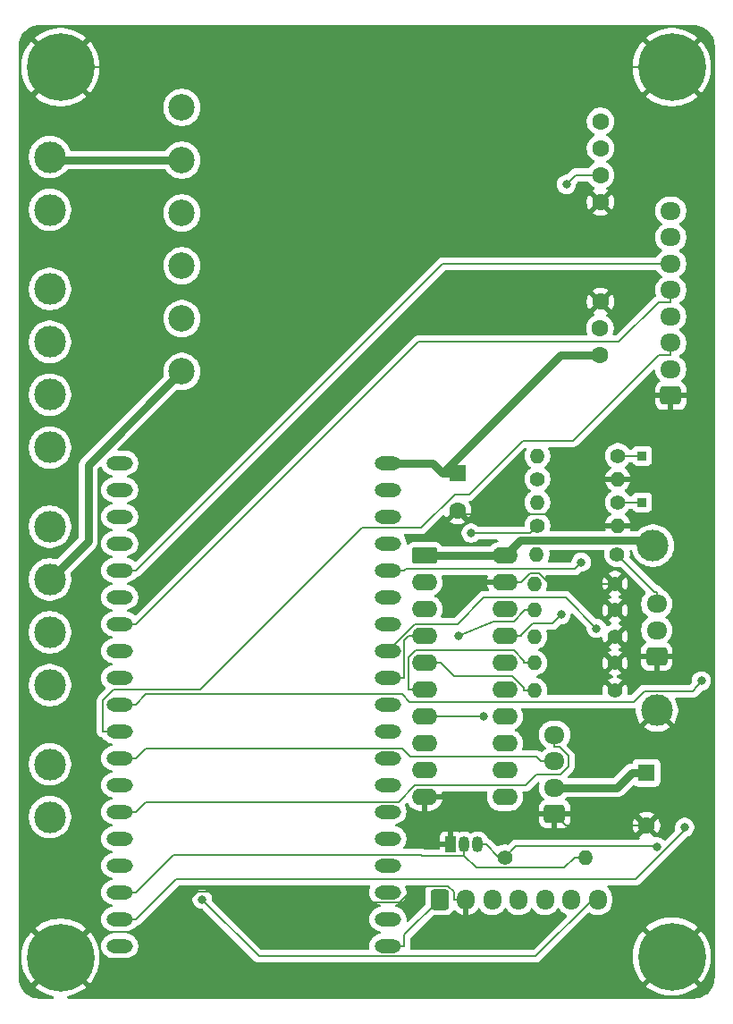
<source format=gbr>
G04 #@! TF.GenerationSoftware,KiCad,Pcbnew,9.0.1*
G04 #@! TF.CreationDate,2025-05-11T23:34:49+02:00*
G04 #@! TF.ProjectId,Labor Netzteil,4c61626f-7220-44e6-9574-7a7465696c2e,rev?*
G04 #@! TF.SameCoordinates,Original*
G04 #@! TF.FileFunction,Copper,L2,Bot*
G04 #@! TF.FilePolarity,Positive*
%FSLAX46Y46*%
G04 Gerber Fmt 4.6, Leading zero omitted, Abs format (unit mm)*
G04 Created by KiCad (PCBNEW 9.0.1) date 2025-05-11 23:34:49*
%MOMM*%
%LPD*%
G01*
G04 APERTURE LIST*
G04 Aperture macros list*
%AMRoundRect*
0 Rectangle with rounded corners*
0 $1 Rounding radius*
0 $2 $3 $4 $5 $6 $7 $8 $9 X,Y pos of 4 corners*
0 Add a 4 corners polygon primitive as box body*
4,1,4,$2,$3,$4,$5,$6,$7,$8,$9,$2,$3,0*
0 Add four circle primitives for the rounded corners*
1,1,$1+$1,$2,$3*
1,1,$1+$1,$4,$5*
1,1,$1+$1,$6,$7*
1,1,$1+$1,$8,$9*
0 Add four rect primitives between the rounded corners*
20,1,$1+$1,$2,$3,$4,$5,0*
20,1,$1+$1,$4,$5,$6,$7,0*
20,1,$1+$1,$6,$7,$8,$9,0*
20,1,$1+$1,$8,$9,$2,$3,0*%
G04 Aperture macros list end*
G04 #@! TA.AperFunction,ComponentPad*
%ADD10C,3.000000*%
G04 #@! TD*
G04 #@! TA.AperFunction,ComponentPad*
%ADD11RoundRect,0.250000X0.725000X-0.600000X0.725000X0.600000X-0.725000X0.600000X-0.725000X-0.600000X0*%
G04 #@! TD*
G04 #@! TA.AperFunction,ComponentPad*
%ADD12O,1.950000X1.700000*%
G04 #@! TD*
G04 #@! TA.AperFunction,ComponentPad*
%ADD13C,2.500000*%
G04 #@! TD*
G04 #@! TA.AperFunction,ComponentPad*
%ADD14C,1.600000*%
G04 #@! TD*
G04 #@! TA.AperFunction,ComponentPad*
%ADD15C,1.400000*%
G04 #@! TD*
G04 #@! TA.AperFunction,ComponentPad*
%ADD16O,1.400000X1.400000*%
G04 #@! TD*
G04 #@! TA.AperFunction,ComponentPad*
%ADD17R,1.050000X1.500000*%
G04 #@! TD*
G04 #@! TA.AperFunction,ComponentPad*
%ADD18O,1.050000X1.500000*%
G04 #@! TD*
G04 #@! TA.AperFunction,ComponentPad*
%ADD19R,0.850000X0.850000*%
G04 #@! TD*
G04 #@! TA.AperFunction,ComponentPad*
%ADD20R,1.600000X1.600000*%
G04 #@! TD*
G04 #@! TA.AperFunction,ComponentPad*
%ADD21C,0.800000*%
G04 #@! TD*
G04 #@! TA.AperFunction,ComponentPad*
%ADD22C,6.400000*%
G04 #@! TD*
G04 #@! TA.AperFunction,ComponentPad*
%ADD23RoundRect,0.250000X-0.600000X-0.725000X0.600000X-0.725000X0.600000X0.725000X-0.600000X0.725000X0*%
G04 #@! TD*
G04 #@! TA.AperFunction,ComponentPad*
%ADD24O,1.700000X1.950000*%
G04 #@! TD*
G04 #@! TA.AperFunction,ComponentPad*
%ADD25O,2.500000X1.300000*%
G04 #@! TD*
G04 #@! TA.AperFunction,ComponentPad*
%ADD26RoundRect,0.250000X-0.950000X-0.550000X0.950000X-0.550000X0.950000X0.550000X-0.950000X0.550000X0*%
G04 #@! TD*
G04 #@! TA.AperFunction,ComponentPad*
%ADD27O,2.400000X1.600000*%
G04 #@! TD*
G04 #@! TA.AperFunction,ViaPad*
%ADD28C,0.800000*%
G04 #@! TD*
G04 #@! TA.AperFunction,Conductor*
%ADD29C,0.200000*%
G04 #@! TD*
G04 #@! TA.AperFunction,Conductor*
%ADD30C,0.750000*%
G04 #@! TD*
G04 APERTURE END LIST*
D10*
X102000000Y-48500000D03*
X102000000Y-53500000D03*
X102000000Y-61000000D03*
X102000000Y-83500000D03*
X102000000Y-88500000D03*
X102000000Y-93500000D03*
X102000000Y-98500000D03*
X102000000Y-106000000D03*
D11*
X159475000Y-95800000D03*
D12*
X159475000Y-93300000D03*
X159475000Y-90800000D03*
D13*
X114500000Y-43800000D03*
X114500000Y-48800000D03*
X114500000Y-53800000D03*
X114500000Y-58800000D03*
X114500000Y-63800000D03*
X114500000Y-68800000D03*
D14*
X154100000Y-67276000D03*
X154100000Y-64736000D03*
X154144000Y-62196000D03*
X154144000Y-52744000D03*
X154144000Y-50204000D03*
X154144000Y-47664000D03*
X154144000Y-45124000D03*
D10*
X102000000Y-76000000D03*
X102000000Y-71000000D03*
D15*
X145080000Y-114800000D03*
D16*
X152700000Y-114800000D03*
D17*
X139960000Y-113600000D03*
D18*
X141230000Y-113600000D03*
X142500000Y-113600000D03*
D15*
X155800000Y-76800000D03*
D16*
X148180000Y-76800000D03*
D15*
X148180000Y-79000000D03*
D16*
X155800000Y-79000000D03*
D15*
X155800000Y-81200000D03*
D16*
X148180000Y-81200000D03*
D15*
X148180000Y-83400000D03*
D16*
X155800000Y-83400000D03*
D19*
X158100000Y-76800000D03*
X158100000Y-81200000D03*
D10*
X102000000Y-111000000D03*
X102000000Y-66000000D03*
D15*
X155720000Y-86100000D03*
D16*
X148100000Y-86100000D03*
D20*
X140600000Y-78447300D03*
D14*
X140600000Y-81947300D03*
D15*
X155520000Y-96400000D03*
D16*
X147900000Y-96400000D03*
D10*
X159100000Y-85300000D03*
X159500000Y-100900000D03*
D15*
X155520000Y-91400000D03*
D16*
X147900000Y-91400000D03*
D15*
X155520000Y-93900000D03*
D16*
X147900000Y-93900000D03*
D11*
X149800000Y-110700000D03*
D12*
X149800000Y-108200000D03*
X149800000Y-105700000D03*
X149800000Y-103200000D03*
D15*
X155520000Y-88900000D03*
D16*
X147900000Y-88900000D03*
D21*
X100600000Y-124300000D03*
X101302944Y-122602944D03*
X101302944Y-125997056D03*
X103000000Y-121900000D03*
D22*
X103000000Y-124300000D03*
D21*
X103000000Y-126700000D03*
X104697056Y-122602944D03*
X104697056Y-125997056D03*
X105400000Y-124300000D03*
D23*
X138900000Y-118800000D03*
D24*
X141400000Y-118800000D03*
X143900000Y-118800000D03*
X146400000Y-118800000D03*
X148900000Y-118800000D03*
X151400000Y-118800000D03*
X153900000Y-118800000D03*
D20*
X158500000Y-106797300D03*
D14*
X158500000Y-111797300D03*
D25*
X134000000Y-123200000D03*
X134000000Y-120660000D03*
X134000000Y-118120000D03*
X134000000Y-115580000D03*
X134000000Y-113040000D03*
X134000000Y-110500000D03*
X134000000Y-107960000D03*
X134000000Y-105420000D03*
X134000000Y-102880000D03*
X134000000Y-100340000D03*
X134000000Y-97800000D03*
X134000000Y-95260000D03*
X134000000Y-92720000D03*
X134000000Y-90180000D03*
X134000000Y-87640000D03*
X134000000Y-85100000D03*
X134000000Y-82560000D03*
X134000000Y-80020000D03*
X134000000Y-77480000D03*
X108600000Y-77480000D03*
X108600000Y-80020000D03*
X108600000Y-82560000D03*
X108600000Y-85100000D03*
X108600000Y-87640000D03*
X108600000Y-90180000D03*
X108600000Y-92720000D03*
X108600000Y-95260000D03*
X108600000Y-97800000D03*
X108600000Y-100340000D03*
X108600000Y-102880000D03*
X108600000Y-105420000D03*
X108600000Y-107960000D03*
X108600000Y-110500000D03*
X108600000Y-113040000D03*
X108600000Y-115580000D03*
X108600000Y-118120000D03*
X108600000Y-120660000D03*
X108600000Y-123200000D03*
D21*
X158500000Y-124200000D03*
X159202944Y-122502944D03*
X159202944Y-125897056D03*
X160900000Y-121800000D03*
D22*
X160900000Y-124200000D03*
D21*
X160900000Y-126600000D03*
X162597056Y-122502944D03*
X162597056Y-125897056D03*
X163300000Y-124200000D03*
D11*
X160800000Y-71100000D03*
D12*
X160800000Y-68600000D03*
X160800000Y-66100000D03*
X160800000Y-63600000D03*
X160800000Y-61100000D03*
X160800000Y-58600000D03*
X160800000Y-56100000D03*
X160800000Y-53600000D03*
D26*
X137480000Y-86240000D03*
D27*
X137480000Y-88780000D03*
X137480000Y-91320000D03*
X137480000Y-93860000D03*
X137480000Y-96400000D03*
X137480000Y-98940000D03*
X137480000Y-101480000D03*
X137480000Y-104020000D03*
X137480000Y-106560000D03*
X137480000Y-109100000D03*
X145100000Y-109100000D03*
X145100000Y-106560000D03*
X145100000Y-104020000D03*
X145100000Y-101480000D03*
X145100000Y-98940000D03*
X145100000Y-96400000D03*
X145100000Y-93860000D03*
X145100000Y-91320000D03*
X145100000Y-88780000D03*
X145100000Y-86240000D03*
D21*
X100600000Y-40000000D03*
X101302944Y-38302944D03*
X101302944Y-41697056D03*
X103000000Y-37600000D03*
D22*
X103000000Y-40000000D03*
D21*
X103000000Y-42400000D03*
X104697056Y-38302944D03*
X104697056Y-41697056D03*
X105400000Y-40000000D03*
X158500000Y-40000000D03*
X159202944Y-38302944D03*
X159202944Y-41697056D03*
X160900000Y-37600000D03*
D22*
X160900000Y-40000000D03*
D21*
X160900000Y-42400000D03*
X162597056Y-38302944D03*
X162597056Y-41697056D03*
X163300000Y-40000000D03*
D15*
X155520000Y-99000000D03*
D16*
X147900000Y-99000000D03*
D28*
X162122300Y-111962800D03*
X150418700Y-91825800D03*
X150930200Y-51100000D03*
X159516400Y-113816400D03*
X141900000Y-84112800D03*
X143100000Y-101500000D03*
X163704200Y-98100000D03*
X116423900Y-118774900D03*
X153763300Y-93123300D03*
X140700000Y-93800000D03*
X152321600Y-86872500D03*
D29*
X136719700Y-117513800D02*
X139729500Y-117513800D01*
X103702900Y-125997100D02*
X103000000Y-126700000D01*
X147483400Y-87898300D02*
X146601700Y-88780000D01*
X159202900Y-41697100D02*
X160197100Y-41697100D01*
X103000000Y-40000000D02*
X105400000Y-40000000D01*
X103000000Y-121900000D02*
X103702900Y-122602900D01*
X140952700Y-82300000D02*
X153698300Y-82300000D01*
X161602900Y-41697100D02*
X160900000Y-42400000D01*
X162597100Y-125897100D02*
X161602900Y-125897100D01*
X140600000Y-81947300D02*
X140952700Y-82300000D01*
X104697100Y-38302900D02*
X103702900Y-38302900D01*
X163300000Y-40000000D02*
X160900000Y-40000000D01*
X157420000Y-95800000D02*
X155520000Y-93900000D01*
X161602900Y-38302900D02*
X160900000Y-37600000D01*
X162597100Y-38302900D02*
X161602900Y-38302900D01*
X140581700Y-110700000D02*
X149800000Y-110700000D01*
X102297100Y-38302900D02*
X103000000Y-37600000D01*
X145100000Y-88780000D02*
X146601700Y-88780000D01*
X104697100Y-122602900D02*
X105425300Y-121874700D01*
X141400000Y-118800000D02*
X140248300Y-118800000D01*
X155800000Y-83400000D02*
X154798300Y-83400000D01*
X105425300Y-121874700D02*
X112126300Y-121874700D01*
X159475000Y-95800000D02*
X157420000Y-95800000D01*
X101302900Y-122602900D02*
X102297100Y-122602900D01*
X158500000Y-40000000D02*
X160900000Y-40000000D01*
X112126300Y-121874700D02*
X115948500Y-118052500D01*
X138981700Y-109100000D02*
X140581700Y-110700000D01*
X162597100Y-122502900D02*
X161602900Y-122502900D01*
X104697100Y-125997100D02*
X103702900Y-125997100D01*
X140248300Y-118032600D02*
X140248300Y-118800000D01*
X139729500Y-117513800D02*
X140248300Y-118032600D01*
X101302900Y-125997100D02*
X102297100Y-125997100D01*
X159202900Y-122502900D02*
X160197100Y-122502900D01*
X103702900Y-122602900D02*
X104697100Y-122602900D01*
X150897300Y-111797300D02*
X149800000Y-110700000D01*
X115948500Y-118052500D02*
X126616500Y-118052500D01*
X158500000Y-124200000D02*
X160900000Y-124200000D01*
X148314900Y-87898300D02*
X147483400Y-87898300D01*
X103702900Y-41697100D02*
X103000000Y-42400000D01*
X104697100Y-41697100D02*
X103702900Y-41697100D01*
X103702900Y-38302900D02*
X103000000Y-37600000D01*
X100600000Y-124300000D02*
X103000000Y-124300000D01*
X161602900Y-125897100D02*
X160900000Y-126600000D01*
X153698300Y-82300000D02*
X154798300Y-83400000D01*
X162597100Y-41697100D02*
X161602900Y-41697100D01*
X101302900Y-41697100D02*
X102297100Y-41697100D01*
X161602900Y-122502900D02*
X160900000Y-121800000D01*
X155520000Y-88900000D02*
X149316500Y-88900000D01*
X101302900Y-38302900D02*
X102297100Y-38302900D01*
X160197100Y-41697100D02*
X160900000Y-42400000D01*
X127642100Y-119078100D02*
X135155400Y-119078100D01*
X137480000Y-109100000D02*
X138981700Y-109100000D01*
X160197100Y-122502900D02*
X160900000Y-121800000D01*
X160900000Y-124200000D02*
X163300000Y-124200000D01*
X160197100Y-125897100D02*
X160900000Y-126600000D01*
X159202900Y-38302900D02*
X160197100Y-38302900D01*
X102297100Y-41697100D02*
X103000000Y-42400000D01*
X149316500Y-88900000D02*
X149316500Y-88899900D01*
X158500000Y-111797300D02*
X150897300Y-111797300D01*
X159202900Y-125897100D02*
X160197100Y-125897100D01*
X105400000Y-40000000D02*
X158500000Y-40000000D01*
X105400000Y-124300000D02*
X103000000Y-124300000D01*
X126616500Y-118052500D02*
X127642100Y-119078100D01*
X102297100Y-122602900D02*
X103000000Y-121900000D01*
X149316500Y-88899900D02*
X148314900Y-87898300D01*
X100600000Y-40000000D02*
X103000000Y-40000000D01*
X135155400Y-119078100D02*
X136719700Y-117513800D01*
X160197100Y-38302900D02*
X160900000Y-37600000D01*
X102297100Y-125997100D02*
X103000000Y-126700000D01*
D30*
X158598500Y-84798500D02*
X159100000Y-85300000D01*
X145100000Y-86240000D02*
X137480000Y-86240000D01*
X140600000Y-78447300D02*
X139223300Y-78447300D01*
X138256000Y-77480000D02*
X139223300Y-78447300D01*
X146541500Y-84798500D02*
X158598500Y-84798500D01*
X157123300Y-106797300D02*
X155720600Y-108200000D01*
X155720600Y-108200000D02*
X149800000Y-108200000D01*
X145100000Y-86240000D02*
X146541500Y-84798500D01*
X158500000Y-106797300D02*
X157123300Y-106797300D01*
X154100000Y-67276000D02*
X150394600Y-67276000D01*
X150394600Y-67276000D02*
X139223300Y-78447300D01*
X134000000Y-77480000D02*
X138256000Y-77480000D01*
D29*
X159268300Y-89648300D02*
X155720000Y-86100000D01*
X159475000Y-89648300D02*
X159268300Y-89648300D01*
X159475000Y-90800000D02*
X159475000Y-89648300D01*
D30*
X105636300Y-84863700D02*
X105636300Y-77663700D01*
X102000000Y-88500000D02*
X105636300Y-84863700D01*
X105636300Y-77663700D02*
X114500000Y-68800000D01*
D29*
X160800000Y-66100000D02*
X160800000Y-67251700D01*
X107048300Y-99936500D02*
X108056400Y-98928400D01*
X159648300Y-67251700D02*
X160800000Y-67251700D01*
X107048300Y-102880000D02*
X107048300Y-99936500D01*
X137180700Y-83581000D02*
X140330100Y-80431600D01*
X151550000Y-75350000D02*
X159648300Y-67251700D01*
X146781800Y-75350000D02*
X151550000Y-75350000D01*
X141700200Y-80431600D02*
X146781800Y-75350000D01*
X131601500Y-83581000D02*
X137180700Y-83581000D01*
X140330100Y-80431600D02*
X141700200Y-80431600D01*
X116254100Y-98928400D02*
X131601500Y-83581000D01*
X108600000Y-102880000D02*
X107048300Y-102880000D01*
X108056400Y-98928400D02*
X116254100Y-98928400D01*
X108600000Y-120660000D02*
X110151700Y-120660000D01*
X162122300Y-112202800D02*
X162122300Y-111962800D01*
X113963300Y-116848400D02*
X157476700Y-116848400D01*
X157476700Y-116848400D02*
X162122300Y-112202800D01*
X110151700Y-120660000D02*
X113963300Y-116848400D01*
X147696900Y-92650000D02*
X149594500Y-92650000D01*
X146601700Y-93745200D02*
X147696900Y-92650000D01*
X149594500Y-92650000D02*
X150418700Y-91825800D01*
X146601700Y-93860000D02*
X146601700Y-93745200D01*
X145100000Y-93860000D02*
X146601700Y-93860000D01*
X150930200Y-51100000D02*
X151759200Y-50204000D01*
X151759200Y-50204000D02*
X154144000Y-50204000D01*
D30*
X114500000Y-48800000D02*
X102300000Y-48800000D01*
X102300000Y-48800000D02*
X102000000Y-48500000D01*
D29*
X142500000Y-113600000D02*
X143326700Y-113600000D01*
X144526700Y-114800000D02*
X143326700Y-113600000D01*
X146138400Y-113741600D02*
X145080000Y-114800000D01*
X135551700Y-122148300D02*
X135551700Y-123200000D01*
X145080000Y-114800000D02*
X144526700Y-114800000D01*
X159441600Y-113741600D02*
X146138400Y-113741600D01*
X159516400Y-113816400D02*
X159441600Y-113741600D01*
X134000000Y-123200000D02*
X135551700Y-123200000D01*
X138900000Y-118800000D02*
X135551700Y-122148300D01*
X108600000Y-105420000D02*
X110151700Y-105420000D01*
X149800000Y-105700000D02*
X148523300Y-105700000D01*
X111103500Y-104468200D02*
X135352900Y-104468200D01*
X110151700Y-105420000D02*
X111103500Y-104468200D01*
X148113300Y-105290000D02*
X148523300Y-105700000D01*
X135352900Y-104468200D02*
X136174700Y-105290000D01*
X136174700Y-105290000D02*
X148113300Y-105290000D01*
X108600000Y-110500000D02*
X110151700Y-110500000D01*
X136585400Y-107971500D02*
X135008600Y-109548300D01*
X150370100Y-106950000D02*
X148052500Y-106950000D01*
X147031000Y-107971500D02*
X136585400Y-107971500D01*
X135008600Y-109548300D02*
X111103400Y-109548300D01*
X111103400Y-109548300D02*
X110151700Y-110500000D01*
X148052500Y-106950000D02*
X147031000Y-107971500D01*
X151081200Y-105201000D02*
X151081200Y-106238900D01*
X149800000Y-104351700D02*
X150231900Y-104351700D01*
X151081200Y-106238900D02*
X150370100Y-106950000D01*
X150231900Y-104351700D02*
X151081200Y-105201000D01*
X149800000Y-103200000D02*
X149800000Y-104351700D01*
X150694800Y-115803500D02*
X142381800Y-115803500D01*
X137228000Y-114687500D02*
X137133600Y-114593100D01*
X141230000Y-113600000D02*
X141230000Y-114550800D01*
X141230000Y-114550800D02*
X141230000Y-114650200D01*
X151698300Y-114800000D02*
X150694800Y-115803500D01*
X141192700Y-114687500D02*
X137228000Y-114687500D01*
X152700000Y-114800000D02*
X151698300Y-114800000D01*
X141230000Y-114650200D02*
X141230000Y-114651700D01*
X142381800Y-115803500D02*
X141230000Y-114651700D01*
X113678600Y-114593100D02*
X110151700Y-118120000D01*
X141230000Y-114650200D02*
X141192700Y-114687500D01*
X108600000Y-118120000D02*
X110151700Y-118120000D01*
X137133600Y-114593100D02*
X113678600Y-114593100D01*
X147467200Y-84112800D02*
X148180000Y-83400000D01*
X141900000Y-84112800D02*
X147467200Y-84112800D01*
X155800000Y-76800000D02*
X158100000Y-76800000D01*
X155800000Y-81200000D02*
X158100000Y-81200000D01*
X137480000Y-96400000D02*
X138981700Y-96400000D01*
X146898300Y-98749600D02*
X145818700Y-97670000D01*
X146898300Y-99000000D02*
X146898300Y-98749600D01*
X147900000Y-99000000D02*
X146898300Y-99000000D01*
X140251700Y-97670000D02*
X138981700Y-96400000D01*
X145818700Y-97670000D02*
X140251700Y-97670000D01*
X135978300Y-95882000D02*
X136636300Y-95224000D01*
X145929800Y-95224000D02*
X146898300Y-96192500D01*
X136636300Y-95224000D02*
X145929800Y-95224000D01*
X146898300Y-96192500D02*
X146898300Y-96400000D01*
X137480000Y-98940000D02*
X135978300Y-98940000D01*
X147900000Y-96400000D02*
X146898300Y-96400000D01*
X135978300Y-98940000D02*
X135978300Y-95882000D01*
X143100000Y-101500000D02*
X141063500Y-101480000D01*
X141063500Y-101480000D02*
X137480000Y-101480000D01*
X135551700Y-94286600D02*
X135551700Y-97800000D01*
X135978300Y-93860000D02*
X135551700Y-94286600D01*
X137480000Y-93860000D02*
X135978300Y-93860000D01*
X134000000Y-97800000D02*
X135551700Y-97800000D01*
X136865700Y-66006000D02*
X110151700Y-92720000D01*
X160800000Y-61100000D02*
X160800000Y-62251700D01*
X160800000Y-62251700D02*
X159648300Y-62251700D01*
X155894000Y-66006000D02*
X136865700Y-66006000D01*
X159648300Y-62251700D02*
X155894000Y-66006000D01*
X108600000Y-92720000D02*
X110151700Y-92720000D01*
X139191700Y-58600000D02*
X110151700Y-87640000D01*
X108600000Y-87640000D02*
X110151700Y-87640000D01*
X160800000Y-58600000D02*
X139191700Y-58600000D01*
X136040400Y-100075700D02*
X135346200Y-99381500D01*
X110151700Y-100340000D02*
X108600000Y-100340000D01*
X163704200Y-98100000D02*
X162917100Y-99083300D01*
X135346200Y-99381500D02*
X111110200Y-99381500D01*
X157303600Y-100075700D02*
X136040400Y-100075700D01*
X158296000Y-99083300D02*
X157303600Y-100075700D01*
X162917100Y-99083300D02*
X158296000Y-99083300D01*
X111110200Y-99381500D02*
X110151700Y-100340000D01*
X148020300Y-124164000D02*
X121813000Y-124164000D01*
X153900000Y-118800000D02*
X153384300Y-118800000D01*
X153384300Y-118800000D02*
X148020300Y-124164000D01*
X121813000Y-124164000D02*
X116423900Y-118774900D01*
X143102900Y-90195200D02*
X150835200Y-90195200D01*
X150835200Y-90195200D02*
X153763300Y-93123300D01*
X136543800Y-92716200D02*
X140581900Y-92716200D01*
X140581900Y-92716200D02*
X143102900Y-90195200D01*
X134000000Y-95260000D02*
X136543800Y-92716200D01*
X143973900Y-92448400D02*
X145953700Y-92448400D01*
X146898300Y-91503800D02*
X146898300Y-91400000D01*
X146898300Y-91400000D02*
X147900000Y-91400000D01*
X140700000Y-93800000D02*
X143973900Y-92448400D01*
X145953700Y-92448400D02*
X146898300Y-91503800D01*
X134000000Y-87640000D02*
X135551700Y-87640000D01*
X152321600Y-86872500D02*
X151697500Y-87496600D01*
X135695100Y-87496600D02*
X135551700Y-87640000D01*
X151697500Y-87496600D02*
X135695100Y-87496600D01*
G04 #@! TA.AperFunction,Conductor*
G36*
X141650000Y-120252230D02*
G01*
X141716126Y-120241757D01*
X141716129Y-120241757D01*
X141918217Y-120176095D01*
X142107557Y-120079620D01*
X142279459Y-119954727D01*
X142279464Y-119954723D01*
X142429723Y-119804464D01*
X142429727Y-119804459D01*
X142544428Y-119646587D01*
X142599757Y-119603921D01*
X142669371Y-119597942D01*
X142731166Y-119630547D01*
X142745064Y-119646586D01*
X142746445Y-119648487D01*
X142863794Y-119810004D01*
X143014996Y-119961206D01*
X143187991Y-120086894D01*
X143281438Y-120134507D01*
X143378516Y-120183972D01*
X143378519Y-120183973D01*
X143474890Y-120215285D01*
X143581884Y-120250049D01*
X143793084Y-120283500D01*
X143793085Y-120283500D01*
X144006915Y-120283500D01*
X144006916Y-120283500D01*
X144218116Y-120250049D01*
X144421483Y-120183972D01*
X144612009Y-120086894D01*
X144785004Y-119961206D01*
X144936206Y-119810004D01*
X145028190Y-119683399D01*
X145049682Y-119653818D01*
X145105012Y-119611152D01*
X145174625Y-119605173D01*
X145236420Y-119637779D01*
X145250318Y-119653818D01*
X145346577Y-119786307D01*
X145363794Y-119810004D01*
X145514996Y-119961206D01*
X145687991Y-120086894D01*
X145781438Y-120134507D01*
X145878516Y-120183972D01*
X145878519Y-120183973D01*
X145974890Y-120215285D01*
X146081884Y-120250049D01*
X146293084Y-120283500D01*
X146293085Y-120283500D01*
X146506915Y-120283500D01*
X146506916Y-120283500D01*
X146718116Y-120250049D01*
X146921483Y-120183972D01*
X147112009Y-120086894D01*
X147285004Y-119961206D01*
X147436206Y-119810004D01*
X147528190Y-119683399D01*
X147549682Y-119653818D01*
X147605012Y-119611152D01*
X147674625Y-119605173D01*
X147736420Y-119637779D01*
X147750318Y-119653818D01*
X147846577Y-119786307D01*
X147863794Y-119810004D01*
X148014996Y-119961206D01*
X148187991Y-120086894D01*
X148281438Y-120134507D01*
X148378516Y-120183972D01*
X148378519Y-120183973D01*
X148474890Y-120215285D01*
X148581884Y-120250049D01*
X148793084Y-120283500D01*
X148793085Y-120283500D01*
X149006915Y-120283500D01*
X149006916Y-120283500D01*
X149218116Y-120250049D01*
X149421483Y-120183972D01*
X149612009Y-120086894D01*
X149785004Y-119961206D01*
X149936206Y-119810004D01*
X150028190Y-119683399D01*
X150049682Y-119653818D01*
X150105012Y-119611152D01*
X150174625Y-119605173D01*
X150236420Y-119637779D01*
X150250318Y-119653818D01*
X150346577Y-119786307D01*
X150363794Y-119810004D01*
X150514996Y-119961206D01*
X150687991Y-120086894D01*
X150878517Y-120183972D01*
X150883253Y-120185510D01*
X150940931Y-120224943D01*
X150968134Y-120289300D01*
X150956224Y-120358147D01*
X150932624Y-120391125D01*
X147804570Y-123519181D01*
X147743247Y-123552666D01*
X147716889Y-123555500D01*
X136248009Y-123555500D01*
X136180970Y-123535815D01*
X136135215Y-123483011D01*
X136125271Y-123413853D01*
X136128230Y-123399422D01*
X136160200Y-123280111D01*
X136160200Y-122451710D01*
X136179885Y-122384671D01*
X136196514Y-122364034D01*
X138240730Y-120319817D01*
X138302053Y-120286333D01*
X138328411Y-120283499D01*
X139550537Y-120283499D01*
X139550544Y-120283499D01*
X139654426Y-120272887D01*
X139822738Y-120217115D01*
X139973652Y-120124030D01*
X140099030Y-119998652D01*
X140192115Y-119847738D01*
X140192116Y-119847733D01*
X140194262Y-119844255D01*
X140246210Y-119797530D01*
X140315172Y-119786307D01*
X140379254Y-119814150D01*
X140387482Y-119821670D01*
X140520535Y-119954723D01*
X140520540Y-119954727D01*
X140692442Y-120079620D01*
X140881782Y-120176095D01*
X141083871Y-120241757D01*
X141150000Y-120252231D01*
X141150000Y-119204145D01*
X141216657Y-119242630D01*
X141337465Y-119275000D01*
X141462535Y-119275000D01*
X141583343Y-119242630D01*
X141650000Y-119204145D01*
X141650000Y-120252230D01*
G37*
G04 #@! TD.AperFunction*
G04 #@! TA.AperFunction,Conductor*
G36*
X137634931Y-117476585D02*
G01*
X137680686Y-117529389D01*
X137690630Y-117598547D01*
X137673430Y-117645997D01*
X137607889Y-117752253D01*
X137607884Y-117752264D01*
X137552113Y-117920572D01*
X137541500Y-118024447D01*
X137541500Y-119246588D01*
X137521815Y-119313627D01*
X137505181Y-119334269D01*
X135966294Y-120873155D01*
X135904971Y-120906640D01*
X135835279Y-120901656D01*
X135779346Y-120859784D01*
X135754929Y-120794320D01*
X135756141Y-120766071D01*
X135758500Y-120751181D01*
X135758500Y-120568818D01*
X135729974Y-120388716D01*
X135695787Y-120283500D01*
X135673624Y-120215290D01*
X135673622Y-120215287D01*
X135673622Y-120215285D01*
X135629950Y-120129575D01*
X135590838Y-120052814D01*
X135483654Y-119905288D01*
X135354712Y-119776346D01*
X135207186Y-119669162D01*
X135177072Y-119653818D01*
X135044714Y-119586377D01*
X134871283Y-119530025D01*
X134760460Y-119512473D01*
X134697325Y-119482544D01*
X134660394Y-119423232D01*
X134661392Y-119353370D01*
X134700002Y-119295137D01*
X134760460Y-119267527D01*
X134871283Y-119249974D01*
X134881704Y-119246588D01*
X135044710Y-119193624D01*
X135207186Y-119110838D01*
X135354712Y-119003654D01*
X135483654Y-118874712D01*
X135590838Y-118727186D01*
X135673624Y-118564710D01*
X135729974Y-118391283D01*
X135740472Y-118325000D01*
X135758500Y-118211181D01*
X135758500Y-118028818D01*
X135729974Y-117848716D01*
X135673621Y-117675282D01*
X135654214Y-117637194D01*
X135641318Y-117568525D01*
X135667595Y-117503785D01*
X135724701Y-117463528D01*
X135764699Y-117456900D01*
X137567892Y-117456900D01*
X137634931Y-117476585D01*
G37*
G04 #@! TD.AperFunction*
G04 #@! TA.AperFunction,Conductor*
G36*
X143449551Y-88124785D02*
G01*
X143495306Y-88177589D01*
X143505250Y-88246747D01*
X143497079Y-88276540D01*
X143495243Y-88280973D01*
X143432009Y-88475586D01*
X143423391Y-88530000D01*
X144784314Y-88530000D01*
X144779920Y-88534394D01*
X144727259Y-88625606D01*
X144700000Y-88727339D01*
X144700000Y-88832661D01*
X144727259Y-88934394D01*
X144779920Y-89025606D01*
X144784314Y-89030000D01*
X143423391Y-89030000D01*
X143432009Y-89084413D01*
X143495244Y-89279029D01*
X143560145Y-89406405D01*
X143573041Y-89475075D01*
X143546765Y-89539815D01*
X143489658Y-89580072D01*
X143449660Y-89586700D01*
X143022789Y-89586700D01*
X142868027Y-89628168D01*
X142850815Y-89638106D01*
X142811520Y-89660793D01*
X142729275Y-89708277D01*
X142729269Y-89708281D01*
X140366170Y-92071381D01*
X140304847Y-92104866D01*
X140278489Y-92107700D01*
X139149560Y-92107700D01*
X139082521Y-92088015D01*
X139036766Y-92035211D01*
X139026822Y-91966053D01*
X139039075Y-91927405D01*
X139092632Y-91822294D01*
X139092633Y-91822292D01*
X139092634Y-91822290D01*
X139156280Y-91626408D01*
X139188500Y-91422981D01*
X139188500Y-91217019D01*
X139173153Y-91120121D01*
X139156280Y-91013591D01*
X139121618Y-90906915D01*
X139092634Y-90817710D01*
X139092632Y-90817707D01*
X139092632Y-90817705D01*
X139055927Y-90745669D01*
X138999129Y-90634197D01*
X138983661Y-90612908D01*
X138878073Y-90467576D01*
X138878069Y-90467571D01*
X138732428Y-90321930D01*
X138732423Y-90321926D01*
X138565806Y-90200873D01*
X138565805Y-90200872D01*
X138565803Y-90200871D01*
X138486540Y-90160484D01*
X138435745Y-90112510D01*
X138418950Y-90044689D01*
X138441487Y-89978554D01*
X138486541Y-89939515D01*
X138565803Y-89899129D01*
X138732430Y-89778068D01*
X138878068Y-89632430D01*
X138999129Y-89465803D01*
X139092634Y-89282290D01*
X139156280Y-89086408D01*
X139188500Y-88882981D01*
X139188500Y-88677019D01*
X139178995Y-88617008D01*
X139156280Y-88473591D01*
X139130651Y-88394714D01*
X139092634Y-88277710D01*
X139092631Y-88277704D01*
X139092157Y-88276559D01*
X139092106Y-88276087D01*
X139091128Y-88273077D01*
X139091760Y-88272871D01*
X139084684Y-88207090D01*
X139115955Y-88144609D01*
X139176042Y-88108954D01*
X139206715Y-88105100D01*
X143382512Y-88105100D01*
X143449551Y-88124785D01*
G37*
G04 #@! TD.AperFunction*
G04 #@! TA.AperFunction,Conductor*
G36*
X159451417Y-59228185D02*
G01*
X159494862Y-59276204D01*
X159513106Y-59312009D01*
X159638794Y-59485004D01*
X159789996Y-59636206D01*
X159892344Y-59710566D01*
X159946182Y-59749682D01*
X159988847Y-59805012D01*
X159994826Y-59874626D01*
X159962220Y-59936421D01*
X159946182Y-59950318D01*
X159877297Y-60000365D01*
X159789996Y-60063794D01*
X159789994Y-60063796D01*
X159789993Y-60063796D01*
X159638796Y-60214993D01*
X159513106Y-60387990D01*
X159416027Y-60578516D01*
X159416026Y-60578519D01*
X159349951Y-60781882D01*
X159316500Y-60993084D01*
X159316500Y-61206915D01*
X159349951Y-61418119D01*
X159401874Y-61577925D01*
X159403869Y-61647766D01*
X159367788Y-61707599D01*
X159345944Y-61723628D01*
X159274679Y-61764773D01*
X159274670Y-61764780D01*
X155678270Y-65361181D01*
X155651342Y-65375884D01*
X155625524Y-65392477D01*
X155619323Y-65393368D01*
X155616947Y-65394666D01*
X155590589Y-65397500D01*
X155431575Y-65397500D01*
X155364536Y-65377815D01*
X155318781Y-65325011D01*
X155308837Y-65255853D01*
X155313644Y-65235182D01*
X155376279Y-65042412D01*
X155376279Y-65042411D01*
X155376280Y-65042408D01*
X155408500Y-64838981D01*
X155408500Y-64633019D01*
X155385057Y-64485006D01*
X155376280Y-64429591D01*
X155312632Y-64233705D01*
X155255451Y-64121483D01*
X155219129Y-64050197D01*
X155176484Y-63991501D01*
X155098073Y-63883576D01*
X155098069Y-63883571D01*
X154952428Y-63737930D01*
X154952423Y-63737926D01*
X154785806Y-63616873D01*
X154785805Y-63616872D01*
X154785803Y-63616871D01*
X154719179Y-63582924D01*
X154668384Y-63534950D01*
X154651589Y-63467129D01*
X154674126Y-63400995D01*
X154719181Y-63361955D01*
X154825346Y-63307861D01*
X154825347Y-63307861D01*
X154869921Y-63275474D01*
X154190447Y-62596000D01*
X154196661Y-62596000D01*
X154298394Y-62568741D01*
X154389606Y-62516080D01*
X154464080Y-62441606D01*
X154516741Y-62350394D01*
X154544000Y-62248661D01*
X154544000Y-62242447D01*
X155223474Y-62921921D01*
X155255859Y-62877349D01*
X155348755Y-62695031D01*
X155411990Y-62500417D01*
X155444000Y-62298317D01*
X155444000Y-62093682D01*
X155411990Y-61891582D01*
X155348755Y-61696968D01*
X155255859Y-61514650D01*
X155223474Y-61470077D01*
X155223474Y-61470076D01*
X154544000Y-62149551D01*
X154544000Y-62143339D01*
X154516741Y-62041606D01*
X154464080Y-61950394D01*
X154389606Y-61875920D01*
X154298394Y-61823259D01*
X154196661Y-61796000D01*
X154190446Y-61796000D01*
X154869922Y-61116524D01*
X154869921Y-61116523D01*
X154825359Y-61084147D01*
X154825350Y-61084141D01*
X154643031Y-60991244D01*
X154448417Y-60928009D01*
X154246317Y-60896000D01*
X154041683Y-60896000D01*
X153839582Y-60928009D01*
X153644968Y-60991244D01*
X153462644Y-61084143D01*
X153418077Y-61116523D01*
X153418077Y-61116524D01*
X154097554Y-61796000D01*
X154091339Y-61796000D01*
X153989606Y-61823259D01*
X153898394Y-61875920D01*
X153823920Y-61950394D01*
X153771259Y-62041606D01*
X153744000Y-62143339D01*
X153744000Y-62149553D01*
X153064524Y-61470077D01*
X153064523Y-61470077D01*
X153032143Y-61514644D01*
X152939244Y-61696968D01*
X152876009Y-61891582D01*
X152844000Y-62093682D01*
X152844000Y-62298317D01*
X152876009Y-62500417D01*
X152939244Y-62695031D01*
X153032141Y-62877350D01*
X153032147Y-62877359D01*
X153064523Y-62921921D01*
X153064524Y-62921922D01*
X153744000Y-62242446D01*
X153744000Y-62248661D01*
X153771259Y-62350394D01*
X153823920Y-62441606D01*
X153898394Y-62516080D01*
X153989606Y-62568741D01*
X154091339Y-62596000D01*
X154097553Y-62596000D01*
X153418076Y-63275474D01*
X153462654Y-63307862D01*
X153524817Y-63339535D01*
X153575614Y-63387508D01*
X153592410Y-63455329D01*
X153569874Y-63521464D01*
X153524820Y-63560504D01*
X153414195Y-63616871D01*
X153247576Y-63737926D01*
X153247571Y-63737930D01*
X153101930Y-63883571D01*
X153101926Y-63883576D01*
X152980873Y-64050193D01*
X152887367Y-64233705D01*
X152823719Y-64429591D01*
X152791500Y-64633019D01*
X152791500Y-64838980D01*
X152823720Y-65042409D01*
X152823720Y-65042412D01*
X152886356Y-65235182D01*
X152888351Y-65305023D01*
X152852271Y-65364856D01*
X152789570Y-65395684D01*
X152768425Y-65397500D01*
X136785589Y-65397500D01*
X136708208Y-65418233D01*
X136708208Y-65418234D01*
X136630827Y-65438968D01*
X136630825Y-65438968D01*
X136630825Y-65438969D01*
X136492072Y-65519079D01*
X136492069Y-65519081D01*
X110152439Y-91858711D01*
X110091116Y-91892196D01*
X110021424Y-91887212D01*
X109977077Y-91858711D01*
X109954714Y-91836348D01*
X109954712Y-91836346D01*
X109807186Y-91729162D01*
X109797787Y-91724373D01*
X109644714Y-91646377D01*
X109471283Y-91590025D01*
X109360460Y-91572473D01*
X109297325Y-91542544D01*
X109260394Y-91483232D01*
X109261392Y-91413370D01*
X109300002Y-91355137D01*
X109360460Y-91327527D01*
X109471283Y-91309974D01*
X109486951Y-91304883D01*
X109644710Y-91253624D01*
X109807186Y-91170838D01*
X109954712Y-91063654D01*
X110083654Y-90934712D01*
X110190838Y-90787186D01*
X110273624Y-90624710D01*
X110329974Y-90451283D01*
X110342267Y-90373669D01*
X110358500Y-90271181D01*
X110358500Y-90088818D01*
X110329974Y-89908716D01*
X110282886Y-89763796D01*
X110273624Y-89735290D01*
X110273622Y-89735287D01*
X110273622Y-89735285D01*
X110190837Y-89572813D01*
X110083654Y-89425288D01*
X109954712Y-89296346D01*
X109807186Y-89189162D01*
X109789205Y-89180000D01*
X109644714Y-89106377D01*
X109471283Y-89050025D01*
X109360460Y-89032473D01*
X109297325Y-89002544D01*
X109260394Y-88943232D01*
X109261392Y-88873370D01*
X109300002Y-88815137D01*
X109360460Y-88787527D01*
X109471283Y-88769974D01*
X109486884Y-88764905D01*
X109644710Y-88713624D01*
X109807186Y-88630838D01*
X109954712Y-88523654D01*
X110083654Y-88394712D01*
X110154137Y-88297699D01*
X110209463Y-88255037D01*
X110224141Y-88251276D01*
X110223961Y-88250603D01*
X110231810Y-88248500D01*
X110231811Y-88248500D01*
X110341403Y-88219135D01*
X110386573Y-88207032D01*
X110525327Y-88126922D01*
X139407430Y-59244819D01*
X139468753Y-59211334D01*
X139495111Y-59208500D01*
X159384378Y-59208500D01*
X159451417Y-59228185D01*
G37*
G04 #@! TD.AperFunction*
G04 #@! TA.AperFunction,Conductor*
G36*
X147037415Y-76036539D02*
G01*
X147056927Y-76037935D01*
X147069808Y-76047578D01*
X147085038Y-76052768D01*
X147097202Y-76068085D01*
X147112860Y-76079807D01*
X147118482Y-76094881D01*
X147128490Y-76107483D01*
X147130442Y-76126946D01*
X147137277Y-76145271D01*
X147133934Y-76161766D01*
X147135463Y-76177004D01*
X147124078Y-76210411D01*
X147060041Y-76336089D01*
X147001256Y-76517008D01*
X146971500Y-76704883D01*
X146971500Y-76895116D01*
X147001256Y-77082991D01*
X147060040Y-77263907D01*
X147132441Y-77406000D01*
X147146398Y-77433392D01*
X147258208Y-77587285D01*
X147392715Y-77721792D01*
X147408830Y-77733500D01*
X147499921Y-77799682D01*
X147542586Y-77855013D01*
X147548565Y-77924626D01*
X147515959Y-77986421D01*
X147499921Y-78000318D01*
X147392713Y-78078209D01*
X147258210Y-78212712D01*
X147258210Y-78212713D01*
X147258208Y-78212715D01*
X147242225Y-78234714D01*
X147146398Y-78366607D01*
X147060040Y-78536092D01*
X147001256Y-78717008D01*
X146971500Y-78904883D01*
X146971500Y-79095116D01*
X147001256Y-79282991D01*
X147060040Y-79463907D01*
X147134765Y-79610561D01*
X147146398Y-79633392D01*
X147258208Y-79787285D01*
X147392715Y-79921792D01*
X147476982Y-79983016D01*
X147499921Y-79999682D01*
X147542586Y-80055013D01*
X147548565Y-80124626D01*
X147515959Y-80186421D01*
X147499921Y-80200318D01*
X147392713Y-80278209D01*
X147258210Y-80412712D01*
X147258210Y-80412713D01*
X147258208Y-80412715D01*
X147210189Y-80478806D01*
X147146398Y-80566607D01*
X147060040Y-80736092D01*
X147001256Y-80917008D01*
X146971500Y-81104883D01*
X146971500Y-81295116D01*
X147001256Y-81482991D01*
X147060040Y-81663907D01*
X147095858Y-81734202D01*
X147146398Y-81833392D01*
X147258208Y-81987285D01*
X147392715Y-82121792D01*
X147463007Y-82172862D01*
X147499921Y-82199682D01*
X147542586Y-82255013D01*
X147548565Y-82324626D01*
X147515959Y-82386421D01*
X147499921Y-82400318D01*
X147392713Y-82478209D01*
X147258210Y-82612712D01*
X147258210Y-82612713D01*
X147258208Y-82612715D01*
X147230261Y-82651181D01*
X147146398Y-82766607D01*
X147060040Y-82936092D01*
X147001256Y-83117008D01*
X146971500Y-83304883D01*
X146971500Y-83380300D01*
X146951815Y-83447339D01*
X146899011Y-83493094D01*
X146847500Y-83504300D01*
X142627675Y-83504300D01*
X142560636Y-83484615D01*
X142539998Y-83467985D01*
X142479135Y-83407122D01*
X142479134Y-83407121D01*
X142479133Y-83407120D01*
X142330342Y-83307701D01*
X142330332Y-83307696D01*
X142165000Y-83239213D01*
X142164992Y-83239211D01*
X141989483Y-83204300D01*
X141989479Y-83204300D01*
X141810521Y-83204300D01*
X141810516Y-83204300D01*
X141635007Y-83239211D01*
X141634999Y-83239213D01*
X141469667Y-83307696D01*
X141469657Y-83307701D01*
X141320865Y-83407121D01*
X141320861Y-83407124D01*
X141194324Y-83533661D01*
X141194321Y-83533665D01*
X141094901Y-83682457D01*
X141094896Y-83682467D01*
X141026413Y-83847799D01*
X141026411Y-83847807D01*
X140991500Y-84023316D01*
X140991500Y-84202283D01*
X141026411Y-84377792D01*
X141026413Y-84377800D01*
X141094896Y-84543132D01*
X141094901Y-84543142D01*
X141194321Y-84691934D01*
X141194324Y-84691938D01*
X141320861Y-84818475D01*
X141320865Y-84818478D01*
X141469657Y-84917898D01*
X141469661Y-84917900D01*
X141469664Y-84917902D01*
X141635000Y-84986387D01*
X141810516Y-85021299D01*
X141810520Y-85021300D01*
X141810521Y-85021300D01*
X141989480Y-85021300D01*
X141989481Y-85021299D01*
X142165000Y-84986387D01*
X142330336Y-84917902D01*
X142479135Y-84818478D01*
X142539995Y-84757617D01*
X142601316Y-84724134D01*
X142627675Y-84721300D01*
X144356777Y-84721300D01*
X144423816Y-84740985D01*
X144469571Y-84793789D01*
X144479515Y-84862947D01*
X144450490Y-84926503D01*
X144395096Y-84963231D01*
X144197705Y-85027367D01*
X144014193Y-85120873D01*
X143847576Y-85241926D01*
X143847571Y-85241930D01*
X143769321Y-85320181D01*
X143707998Y-85353666D01*
X143681640Y-85356500D01*
X139184683Y-85356500D01*
X139117644Y-85336815D01*
X139079146Y-85297600D01*
X139029030Y-85216348D01*
X138903652Y-85090970D01*
X138777749Y-85013312D01*
X138752740Y-84997886D01*
X138752735Y-84997884D01*
X138584427Y-84942113D01*
X138480545Y-84931500D01*
X136479462Y-84931500D01*
X136479446Y-84931501D01*
X136375572Y-84942113D01*
X136207264Y-84997884D01*
X136207259Y-84997886D01*
X136056346Y-85090971D01*
X135970181Y-85177137D01*
X135908858Y-85210622D01*
X135839166Y-85205638D01*
X135783233Y-85163766D01*
X135758816Y-85098302D01*
X135758500Y-85089456D01*
X135758500Y-85008818D01*
X135729974Y-84828716D01*
X135695072Y-84721300D01*
X135673624Y-84655290D01*
X135673622Y-84655287D01*
X135673622Y-84655285D01*
X135629950Y-84569575D01*
X135590838Y-84492814D01*
X135513512Y-84386384D01*
X135490033Y-84320579D01*
X135505858Y-84252525D01*
X135555964Y-84203830D01*
X135613831Y-84189500D01*
X137260809Y-84189500D01*
X137260810Y-84189500D01*
X137260811Y-84189500D01*
X137338191Y-84168766D01*
X137415573Y-84148032D01*
X137554327Y-84067922D01*
X139200533Y-82421715D01*
X139261852Y-82388233D01*
X139331543Y-82393217D01*
X139387477Y-82435088D01*
X139398695Y-82453104D01*
X139488141Y-82628650D01*
X139488147Y-82628659D01*
X139520523Y-82673221D01*
X139520524Y-82673222D01*
X140200000Y-81993746D01*
X140200000Y-81999961D01*
X140227259Y-82101694D01*
X140279920Y-82192906D01*
X140354394Y-82267380D01*
X140445606Y-82320041D01*
X140547339Y-82347300D01*
X140553553Y-82347300D01*
X139874076Y-83026774D01*
X139918650Y-83059159D01*
X140100968Y-83152055D01*
X140295582Y-83215290D01*
X140497683Y-83247300D01*
X140702317Y-83247300D01*
X140904417Y-83215290D01*
X141099031Y-83152055D01*
X141281349Y-83059159D01*
X141325921Y-83026774D01*
X140646447Y-82347300D01*
X140652661Y-82347300D01*
X140754394Y-82320041D01*
X140845606Y-82267380D01*
X140920080Y-82192906D01*
X140972741Y-82101694D01*
X141000000Y-81999961D01*
X141000000Y-81993747D01*
X141679474Y-82673221D01*
X141711859Y-82628649D01*
X141804755Y-82446331D01*
X141867990Y-82251717D01*
X141900000Y-82049617D01*
X141900000Y-81844982D01*
X141867990Y-81642882D01*
X141804755Y-81448268D01*
X141711859Y-81265950D01*
X141690580Y-81236662D01*
X141679723Y-81206235D01*
X141667534Y-81176324D01*
X141668054Y-81173531D01*
X141667100Y-81170856D01*
X141674415Y-81139397D01*
X141680334Y-81107636D01*
X141682281Y-81105567D01*
X141682925Y-81102802D01*
X141706080Y-81080298D01*
X141728237Y-81056773D01*
X141731405Y-81055686D01*
X141733031Y-81054107D01*
X141760922Y-81043454D01*
X141774384Y-81040100D01*
X141780310Y-81040100D01*
X141780311Y-81040100D01*
X141857691Y-81019366D01*
X141935073Y-80998632D01*
X142073827Y-80918522D01*
X146925914Y-76066434D01*
X146940032Y-76058725D01*
X146951082Y-76047026D01*
X146970069Y-76042323D01*
X146987235Y-76032951D01*
X147003284Y-76034098D01*
X147018903Y-76030231D01*
X147037415Y-76036539D01*
G37*
G04 #@! TD.AperFunction*
G04 #@! TA.AperFunction,Conductor*
G36*
X163004043Y-36025765D02*
G01*
X163249632Y-36041861D01*
X163265690Y-36043976D01*
X163469394Y-36084495D01*
X163503064Y-36091193D01*
X163518731Y-36095391D01*
X163687510Y-36152683D01*
X163747913Y-36173188D01*
X163762890Y-36179391D01*
X163970539Y-36281792D01*
X163979960Y-36286438D01*
X163994007Y-36294548D01*
X164033528Y-36320955D01*
X164195245Y-36429011D01*
X164208106Y-36438879D01*
X164291582Y-36512086D01*
X164390071Y-36598459D01*
X164401540Y-36609928D01*
X164561117Y-36791890D01*
X164570991Y-36804758D01*
X164705451Y-37005992D01*
X164713561Y-37020039D01*
X164820605Y-37237102D01*
X164826812Y-37252088D01*
X164904608Y-37481268D01*
X164908806Y-37496935D01*
X164956021Y-37734298D01*
X164958139Y-37750379D01*
X164974235Y-37995955D01*
X164974500Y-38004065D01*
X164974500Y-126195933D01*
X164974235Y-126204043D01*
X164958139Y-126449620D01*
X164956021Y-126465701D01*
X164908806Y-126703064D01*
X164904608Y-126718731D01*
X164826812Y-126947911D01*
X164820605Y-126962897D01*
X164713561Y-127179960D01*
X164705451Y-127194007D01*
X164570991Y-127395241D01*
X164561117Y-127408109D01*
X164401540Y-127590071D01*
X164390071Y-127601540D01*
X164208109Y-127761117D01*
X164195241Y-127770991D01*
X163994007Y-127905451D01*
X163979960Y-127913561D01*
X163762897Y-128020605D01*
X163747911Y-128026812D01*
X163518731Y-128104608D01*
X163503064Y-128108806D01*
X163265701Y-128156021D01*
X163249620Y-128158139D01*
X163004043Y-128174235D01*
X162995933Y-128174500D01*
X103746141Y-128174500D01*
X103679102Y-128154815D01*
X103633347Y-128102011D01*
X103623403Y-128032853D01*
X103652428Y-127969297D01*
X103711206Y-127931523D01*
X103721950Y-127928883D01*
X103900090Y-127893449D01*
X103900101Y-127893446D01*
X104247997Y-127787913D01*
X104583864Y-127648792D01*
X104583869Y-127648790D01*
X104904462Y-127477429D01*
X104904480Y-127477418D01*
X105206736Y-127275457D01*
X105206750Y-127275447D01*
X105434765Y-127088320D01*
X105434766Y-127088319D01*
X105373633Y-127027186D01*
X103940698Y-125594251D01*
X104042330Y-125520412D01*
X104220412Y-125342330D01*
X104294251Y-125240698D01*
X105788319Y-126734766D01*
X105788320Y-126734765D01*
X105975447Y-126506750D01*
X105975457Y-126506736D01*
X106177418Y-126204480D01*
X106177429Y-126204462D01*
X106348790Y-125883869D01*
X106348792Y-125883864D01*
X106487913Y-125547997D01*
X106593446Y-125200101D01*
X106593449Y-125200090D01*
X106664367Y-124843556D01*
X106700000Y-124481765D01*
X106700000Y-124118234D01*
X106664367Y-123756443D01*
X106593449Y-123399909D01*
X106593446Y-123399898D01*
X106487913Y-123052002D01*
X106348792Y-122716135D01*
X106348790Y-122716130D01*
X106177429Y-122395537D01*
X106177418Y-122395519D01*
X105975448Y-122093249D01*
X105788320Y-121865233D01*
X105788319Y-121865232D01*
X104294251Y-123359300D01*
X104220412Y-123257670D01*
X104042330Y-123079588D01*
X103940698Y-123005748D01*
X105434766Y-121511679D01*
X105434765Y-121511678D01*
X105206750Y-121324551D01*
X104904480Y-121122581D01*
X104904462Y-121122570D01*
X104583869Y-120951209D01*
X104583864Y-120951207D01*
X104247997Y-120812086D01*
X103900101Y-120706553D01*
X103900090Y-120706550D01*
X103543556Y-120635632D01*
X103181766Y-120600000D01*
X102818234Y-120600000D01*
X102456443Y-120635632D01*
X102099909Y-120706550D01*
X102099898Y-120706553D01*
X101752002Y-120812086D01*
X101416135Y-120951207D01*
X101416130Y-120951209D01*
X101095537Y-121122570D01*
X101095519Y-121122581D01*
X100793258Y-121324545D01*
X100793254Y-121324548D01*
X100565233Y-121511679D01*
X100565233Y-121511680D01*
X102059301Y-123005748D01*
X101957670Y-123079588D01*
X101779588Y-123257670D01*
X101705748Y-123359301D01*
X100211680Y-121865233D01*
X100211679Y-121865233D01*
X100024548Y-122093254D01*
X100024545Y-122093258D01*
X99822581Y-122395519D01*
X99822570Y-122395537D01*
X99651209Y-122716130D01*
X99651207Y-122716135D01*
X99512086Y-123052002D01*
X99406553Y-123399898D01*
X99406550Y-123399909D01*
X99335632Y-123756443D01*
X99300000Y-124118234D01*
X99300000Y-124481765D01*
X99335632Y-124843556D01*
X99406550Y-125200090D01*
X99406553Y-125200101D01*
X99512086Y-125547997D01*
X99651207Y-125883864D01*
X99651209Y-125883869D01*
X99822570Y-126204462D01*
X99822581Y-126204480D01*
X100024551Y-126506750D01*
X100211678Y-126734765D01*
X100211679Y-126734766D01*
X101705747Y-125240697D01*
X101779588Y-125342330D01*
X101957670Y-125520412D01*
X102059301Y-125594251D01*
X100565232Y-127088319D01*
X100565233Y-127088320D01*
X100793249Y-127275448D01*
X101095519Y-127477418D01*
X101095537Y-127477429D01*
X101416130Y-127648790D01*
X101416135Y-127648792D01*
X101752002Y-127787913D01*
X102099898Y-127893446D01*
X102099909Y-127893449D01*
X102278050Y-127928883D01*
X102339961Y-127961268D01*
X102374535Y-128021983D01*
X102370796Y-128091753D01*
X102329930Y-128148425D01*
X102264912Y-128174006D01*
X102253859Y-128174500D01*
X101004067Y-128174500D01*
X100995957Y-128174235D01*
X100750379Y-128158139D01*
X100734298Y-128156021D01*
X100496935Y-128108806D01*
X100481268Y-128104608D01*
X100252088Y-128026812D01*
X100237102Y-128020605D01*
X100236917Y-128020514D01*
X100133060Y-127969297D01*
X100020039Y-127913561D01*
X100005992Y-127905451D01*
X99804758Y-127770991D01*
X99791890Y-127761117D01*
X99609928Y-127601540D01*
X99598459Y-127590071D01*
X99438882Y-127408109D01*
X99429008Y-127395241D01*
X99417106Y-127377429D01*
X99294548Y-127194007D01*
X99286438Y-127179960D01*
X99211098Y-127027186D01*
X99179391Y-126962890D01*
X99173187Y-126947911D01*
X99095391Y-126718731D01*
X99091193Y-126703064D01*
X99069897Y-126596003D01*
X99043976Y-126465690D01*
X99041861Y-126449632D01*
X99025765Y-126204043D01*
X99025500Y-126195933D01*
X99025500Y-110868362D01*
X99991500Y-110868362D01*
X99991500Y-111131637D01*
X99991501Y-111131653D01*
X100025865Y-111392678D01*
X100094009Y-111646995D01*
X100194761Y-111890234D01*
X100194769Y-111890250D01*
X100326409Y-112118256D01*
X100486687Y-112327136D01*
X100486693Y-112327143D01*
X100672856Y-112513306D01*
X100672863Y-112513312D01*
X100881743Y-112673590D01*
X101109749Y-112805230D01*
X101109765Y-112805238D01*
X101261451Y-112868068D01*
X101353003Y-112905990D01*
X101607320Y-112974134D01*
X101868356Y-113008500D01*
X101868363Y-113008500D01*
X102131637Y-113008500D01*
X102131644Y-113008500D01*
X102392680Y-112974134D01*
X102646997Y-112905990D01*
X102858820Y-112818250D01*
X102890234Y-112805238D01*
X102890237Y-112805236D01*
X102890243Y-112805234D01*
X103118257Y-112673590D01*
X103327138Y-112513311D01*
X103513311Y-112327138D01*
X103673590Y-112118257D01*
X103805234Y-111890243D01*
X103808856Y-111881500D01*
X103865545Y-111744639D01*
X103905990Y-111646997D01*
X103974134Y-111392680D01*
X104008500Y-111131644D01*
X104008500Y-110868356D01*
X103974134Y-110607320D01*
X103905990Y-110353003D01*
X103852969Y-110225000D01*
X103805238Y-110109765D01*
X103805230Y-110109749D01*
X103673590Y-109881743D01*
X103513312Y-109672863D01*
X103513306Y-109672856D01*
X103327143Y-109486693D01*
X103327136Y-109486687D01*
X103118256Y-109326409D01*
X102890250Y-109194769D01*
X102890234Y-109194761D01*
X102646995Y-109094009D01*
X102392678Y-109025865D01*
X102131653Y-108991501D01*
X102131650Y-108991500D01*
X102131644Y-108991500D01*
X101868356Y-108991500D01*
X101868350Y-108991500D01*
X101868346Y-108991501D01*
X101607321Y-109025865D01*
X101353004Y-109094009D01*
X101109765Y-109194761D01*
X101109749Y-109194769D01*
X100881743Y-109326409D01*
X100672863Y-109486687D01*
X100672856Y-109486693D01*
X100486693Y-109672856D01*
X100486687Y-109672863D01*
X100326409Y-109881743D01*
X100194769Y-110109749D01*
X100194761Y-110109765D01*
X100094009Y-110353004D01*
X100025865Y-110607321D01*
X99991501Y-110868346D01*
X99991500Y-110868362D01*
X99025500Y-110868362D01*
X99025500Y-105868362D01*
X99991500Y-105868362D01*
X99991500Y-106131637D01*
X99991501Y-106131653D01*
X100025865Y-106392678D01*
X100094009Y-106646995D01*
X100194761Y-106890234D01*
X100194769Y-106890250D01*
X100326409Y-107118256D01*
X100486687Y-107327136D01*
X100486693Y-107327143D01*
X100672856Y-107513306D01*
X100672863Y-107513312D01*
X100881743Y-107673590D01*
X101109749Y-107805230D01*
X101109765Y-107805238D01*
X101261451Y-107868068D01*
X101353003Y-107905990D01*
X101607320Y-107974134D01*
X101868356Y-108008500D01*
X101868363Y-108008500D01*
X102131637Y-108008500D01*
X102131644Y-108008500D01*
X102392680Y-107974134D01*
X102646997Y-107905990D01*
X102838142Y-107826815D01*
X102890234Y-107805238D01*
X102890237Y-107805236D01*
X102890243Y-107805234D01*
X103118257Y-107673590D01*
X103327138Y-107513311D01*
X103513311Y-107327138D01*
X103673590Y-107118257D01*
X103805234Y-106890243D01*
X103806836Y-106886377D01*
X103874412Y-106723232D01*
X103905990Y-106646997D01*
X103974134Y-106392680D01*
X104008500Y-106131644D01*
X104008500Y-105868356D01*
X103974134Y-105607320D01*
X103905990Y-105353003D01*
X103850214Y-105218347D01*
X103805238Y-105109765D01*
X103805230Y-105109749D01*
X103673590Y-104881743D01*
X103513312Y-104672863D01*
X103513306Y-104672856D01*
X103327143Y-104486693D01*
X103327136Y-104486687D01*
X103118256Y-104326409D01*
X102890250Y-104194769D01*
X102890234Y-104194761D01*
X102646995Y-104094009D01*
X102392678Y-104025865D01*
X102131653Y-103991501D01*
X102131650Y-103991500D01*
X102131644Y-103991500D01*
X101868356Y-103991500D01*
X101868350Y-103991500D01*
X101868346Y-103991501D01*
X101607321Y-104025865D01*
X101353004Y-104094009D01*
X101109765Y-104194761D01*
X101109749Y-104194769D01*
X100881743Y-104326409D01*
X100672863Y-104486687D01*
X100672856Y-104486693D01*
X100486693Y-104672856D01*
X100486687Y-104672863D01*
X100326409Y-104881743D01*
X100194769Y-105109749D01*
X100194761Y-105109765D01*
X100094009Y-105353004D01*
X100025865Y-105607321D01*
X99991501Y-105868346D01*
X99991500Y-105868362D01*
X99025500Y-105868362D01*
X99025500Y-98368362D01*
X99991500Y-98368362D01*
X99991500Y-98631637D01*
X99991501Y-98631653D01*
X100025865Y-98892678D01*
X100094009Y-99146995D01*
X100194761Y-99390234D01*
X100194769Y-99390250D01*
X100326409Y-99618256D01*
X100486687Y-99827136D01*
X100486693Y-99827143D01*
X100672856Y-100013306D01*
X100672863Y-100013312D01*
X100881743Y-100173590D01*
X101109749Y-100305230D01*
X101109765Y-100305238D01*
X101261451Y-100368068D01*
X101353003Y-100405990D01*
X101607320Y-100474134D01*
X101868356Y-100508500D01*
X101868363Y-100508500D01*
X102131637Y-100508500D01*
X102131644Y-100508500D01*
X102392680Y-100474134D01*
X102646997Y-100405990D01*
X102830099Y-100330146D01*
X102890234Y-100305238D01*
X102890237Y-100305236D01*
X102890243Y-100305234D01*
X103118257Y-100173590D01*
X103327138Y-100013311D01*
X103513311Y-99827138D01*
X103673590Y-99618257D01*
X103805234Y-99390243D01*
X103905990Y-99146997D01*
X103974134Y-98892680D01*
X104008500Y-98631644D01*
X104008500Y-98368356D01*
X103974134Y-98107320D01*
X103905990Y-97853003D01*
X103846269Y-97708824D01*
X103805238Y-97609765D01*
X103805230Y-97609749D01*
X103673590Y-97381743D01*
X103513312Y-97172863D01*
X103513306Y-97172856D01*
X103327143Y-96986693D01*
X103327136Y-96986687D01*
X103118256Y-96826409D01*
X102890250Y-96694769D01*
X102890234Y-96694761D01*
X102646995Y-96594009D01*
X102392678Y-96525865D01*
X102131653Y-96491501D01*
X102131650Y-96491500D01*
X102131644Y-96491500D01*
X101868356Y-96491500D01*
X101868350Y-96491500D01*
X101868346Y-96491501D01*
X101607321Y-96525865D01*
X101353004Y-96594009D01*
X101109765Y-96694761D01*
X101109749Y-96694769D01*
X100881743Y-96826409D01*
X100672863Y-96986687D01*
X100672856Y-96986693D01*
X100486693Y-97172856D01*
X100486687Y-97172863D01*
X100326409Y-97381743D01*
X100194769Y-97609749D01*
X100194761Y-97609765D01*
X100094009Y-97853004D01*
X100025865Y-98107321D01*
X99991501Y-98368346D01*
X99991500Y-98368362D01*
X99025500Y-98368362D01*
X99025500Y-93368362D01*
X99991500Y-93368362D01*
X99991500Y-93631637D01*
X99991501Y-93631653D01*
X100025865Y-93892678D01*
X100094009Y-94146995D01*
X100194761Y-94390234D01*
X100194769Y-94390250D01*
X100326409Y-94618256D01*
X100486687Y-94827136D01*
X100486693Y-94827143D01*
X100672856Y-95013306D01*
X100672863Y-95013312D01*
X100881743Y-95173590D01*
X101109749Y-95305230D01*
X101109765Y-95305238D01*
X101235624Y-95357370D01*
X101353003Y-95405990D01*
X101607320Y-95474134D01*
X101868356Y-95508500D01*
X101868363Y-95508500D01*
X102131637Y-95508500D01*
X102131644Y-95508500D01*
X102392680Y-95474134D01*
X102646997Y-95405990D01*
X102842524Y-95325000D01*
X102890234Y-95305238D01*
X102890237Y-95305236D01*
X102890243Y-95305234D01*
X103118257Y-95173590D01*
X103327138Y-95013311D01*
X103513311Y-94827138D01*
X103673590Y-94618257D01*
X103797396Y-94403819D01*
X103805230Y-94390250D01*
X103805238Y-94390234D01*
X103855387Y-94269162D01*
X103905990Y-94146997D01*
X103974134Y-93892680D01*
X104008500Y-93631644D01*
X104008500Y-93368356D01*
X103974134Y-93107320D01*
X103905990Y-92853003D01*
X103854417Y-92728494D01*
X103805238Y-92609765D01*
X103805230Y-92609749D01*
X103673590Y-92381743D01*
X103513312Y-92172863D01*
X103513306Y-92172856D01*
X103327143Y-91986693D01*
X103327136Y-91986687D01*
X103118256Y-91826409D01*
X102890250Y-91694769D01*
X102890234Y-91694761D01*
X102646995Y-91594009D01*
X102392678Y-91525865D01*
X102131653Y-91491501D01*
X102131650Y-91491500D01*
X102131644Y-91491500D01*
X101868356Y-91491500D01*
X101868350Y-91491500D01*
X101868346Y-91491501D01*
X101607321Y-91525865D01*
X101353004Y-91594009D01*
X101109765Y-91694761D01*
X101109749Y-91694769D01*
X100881743Y-91826409D01*
X100672863Y-91986687D01*
X100672856Y-91986693D01*
X100486693Y-92172856D01*
X100486687Y-92172863D01*
X100326409Y-92381743D01*
X100194769Y-92609749D01*
X100194761Y-92609765D01*
X100094009Y-92853004D01*
X100025865Y-93107321D01*
X99991501Y-93368346D01*
X99991500Y-93368362D01*
X99025500Y-93368362D01*
X99025500Y-88368362D01*
X99991500Y-88368362D01*
X99991500Y-88631637D01*
X99991501Y-88631653D01*
X100025865Y-88892678D01*
X100094009Y-89146995D01*
X100194761Y-89390234D01*
X100194769Y-89390250D01*
X100326409Y-89618256D01*
X100486687Y-89827136D01*
X100486693Y-89827143D01*
X100672856Y-90013306D01*
X100672863Y-90013312D01*
X100881743Y-90173590D01*
X101109749Y-90305230D01*
X101109765Y-90305238D01*
X101261451Y-90368068D01*
X101353003Y-90405990D01*
X101607320Y-90474134D01*
X101868356Y-90508500D01*
X101868363Y-90508500D01*
X102131637Y-90508500D01*
X102131644Y-90508500D01*
X102392680Y-90474134D01*
X102646997Y-90405990D01*
X102849931Y-90321932D01*
X102890234Y-90305238D01*
X102890237Y-90305236D01*
X102890243Y-90305234D01*
X103118257Y-90173590D01*
X103327138Y-90013311D01*
X103513311Y-89827138D01*
X103673590Y-89618257D01*
X103805234Y-89390243D01*
X103816145Y-89363903D01*
X103849948Y-89282294D01*
X103905990Y-89146997D01*
X103974134Y-88892680D01*
X104008500Y-88631644D01*
X104008500Y-88368356D01*
X103974134Y-88107320D01*
X103922503Y-87914630D01*
X103924166Y-87844784D01*
X103954595Y-87794861D01*
X106322559Y-85426898D01*
X106419248Y-85282195D01*
X106485848Y-85121408D01*
X106519800Y-84950717D01*
X106519800Y-84776683D01*
X106519800Y-78081018D01*
X106539485Y-78013979D01*
X106556110Y-77993346D01*
X106709326Y-77840130D01*
X106770645Y-77806648D01*
X106840336Y-77811632D01*
X106896270Y-77853503D01*
X106914933Y-77889494D01*
X106926375Y-77924710D01*
X106969068Y-78008498D01*
X107009162Y-78087186D01*
X107116346Y-78234712D01*
X107245288Y-78363654D01*
X107392814Y-78470838D01*
X107469575Y-78509950D01*
X107555285Y-78553622D01*
X107555287Y-78553622D01*
X107555290Y-78553624D01*
X107648250Y-78583828D01*
X107728716Y-78609974D01*
X107839539Y-78627527D01*
X107902674Y-78657456D01*
X107939605Y-78716768D01*
X107938607Y-78786631D01*
X107899997Y-78844863D01*
X107839539Y-78872473D01*
X107728716Y-78890025D01*
X107555285Y-78946377D01*
X107392813Y-79029162D01*
X107308644Y-79090314D01*
X107245288Y-79136346D01*
X107245286Y-79136348D01*
X107245285Y-79136348D01*
X107116348Y-79265285D01*
X107116348Y-79265286D01*
X107116346Y-79265288D01*
X107093416Y-79296849D01*
X107009162Y-79412813D01*
X106926377Y-79575285D01*
X106870025Y-79748716D01*
X106841500Y-79928818D01*
X106841500Y-80111181D01*
X106870025Y-80291283D01*
X106926377Y-80464714D01*
X106990979Y-80591500D01*
X107009162Y-80627186D01*
X107116346Y-80774712D01*
X107245288Y-80903654D01*
X107392814Y-81010838D01*
X107450244Y-81040100D01*
X107555285Y-81093622D01*
X107555287Y-81093622D01*
X107555290Y-81093624D01*
X107648250Y-81123828D01*
X107728716Y-81149974D01*
X107839539Y-81167527D01*
X107902674Y-81197456D01*
X107939605Y-81256768D01*
X107938607Y-81326631D01*
X107899997Y-81384863D01*
X107839539Y-81412473D01*
X107728716Y-81430025D01*
X107555285Y-81486377D01*
X107392813Y-81569162D01*
X107312904Y-81627220D01*
X107245288Y-81676346D01*
X107245286Y-81676348D01*
X107245285Y-81676348D01*
X107116348Y-81805285D01*
X107116348Y-81805286D01*
X107116346Y-81805288D01*
X107070314Y-81868644D01*
X107009162Y-81952813D01*
X106926377Y-82115285D01*
X106870025Y-82288716D01*
X106841500Y-82468818D01*
X106841500Y-82651181D01*
X106870025Y-82831283D01*
X106926377Y-83004714D01*
X107000405Y-83150000D01*
X107009162Y-83167186D01*
X107116346Y-83314712D01*
X107245288Y-83443654D01*
X107392814Y-83550838D01*
X107469575Y-83589950D01*
X107555285Y-83633622D01*
X107555287Y-83633622D01*
X107555290Y-83633624D01*
X107648250Y-83663828D01*
X107728716Y-83689974D01*
X107839539Y-83707527D01*
X107902674Y-83737456D01*
X107939605Y-83796768D01*
X107938607Y-83866631D01*
X107899997Y-83924863D01*
X107839539Y-83952473D01*
X107728716Y-83970025D01*
X107555285Y-84026377D01*
X107392813Y-84109162D01*
X107339314Y-84148032D01*
X107245288Y-84216346D01*
X107245286Y-84216348D01*
X107245285Y-84216348D01*
X107116348Y-84345285D01*
X107116348Y-84345286D01*
X107116346Y-84345288D01*
X107092725Y-84377800D01*
X107009162Y-84492813D01*
X106926377Y-84655285D01*
X106870025Y-84828716D01*
X106841500Y-85008818D01*
X106841500Y-85191181D01*
X106870025Y-85371283D01*
X106926377Y-85544714D01*
X106974651Y-85639455D01*
X107009162Y-85707186D01*
X107116346Y-85854712D01*
X107245288Y-85983654D01*
X107392814Y-86090838D01*
X107469575Y-86129950D01*
X107555285Y-86173622D01*
X107555287Y-86173622D01*
X107555290Y-86173624D01*
X107648250Y-86203828D01*
X107728716Y-86229974D01*
X107839539Y-86247527D01*
X107902674Y-86277456D01*
X107939605Y-86336768D01*
X107938607Y-86406631D01*
X107899997Y-86464863D01*
X107839539Y-86492473D01*
X107728716Y-86510025D01*
X107555285Y-86566377D01*
X107392813Y-86649162D01*
X107330041Y-86694769D01*
X107245288Y-86756346D01*
X107245286Y-86756348D01*
X107245285Y-86756348D01*
X107116348Y-86885285D01*
X107116348Y-86885286D01*
X107116346Y-86885288D01*
X107099239Y-86908834D01*
X107009162Y-87032813D01*
X106926377Y-87195285D01*
X106870025Y-87368716D01*
X106841500Y-87548818D01*
X106841500Y-87731181D01*
X106870025Y-87911283D01*
X106926377Y-88084714D01*
X106973700Y-88177589D01*
X107009162Y-88247186D01*
X107116346Y-88394712D01*
X107245288Y-88523654D01*
X107392814Y-88630838D01*
X107394414Y-88631653D01*
X107555285Y-88713622D01*
X107555287Y-88713622D01*
X107555290Y-88713624D01*
X107648250Y-88743828D01*
X107728716Y-88769974D01*
X107839539Y-88787527D01*
X107902674Y-88817456D01*
X107939605Y-88876768D01*
X107938607Y-88946631D01*
X107899997Y-89004863D01*
X107839539Y-89032473D01*
X107728716Y-89050025D01*
X107555285Y-89106377D01*
X107392813Y-89189162D01*
X107341907Y-89226148D01*
X107245288Y-89296346D01*
X107245286Y-89296348D01*
X107245285Y-89296348D01*
X107116348Y-89425285D01*
X107116348Y-89425286D01*
X107116346Y-89425288D01*
X107101986Y-89445053D01*
X107009162Y-89572813D01*
X106926377Y-89735285D01*
X106870025Y-89908716D01*
X106841500Y-90088818D01*
X106841500Y-90271181D01*
X106870025Y-90451283D01*
X106926377Y-90624714D01*
X106961214Y-90693084D01*
X107009162Y-90787186D01*
X107116346Y-90934712D01*
X107245288Y-91063654D01*
X107392814Y-91170838D01*
X107420795Y-91185095D01*
X107555285Y-91253622D01*
X107555287Y-91253622D01*
X107555290Y-91253624D01*
X107648250Y-91283828D01*
X107728716Y-91309974D01*
X107839539Y-91327527D01*
X107902674Y-91357456D01*
X107939605Y-91416768D01*
X107938607Y-91486631D01*
X107899997Y-91544863D01*
X107839539Y-91572473D01*
X107728716Y-91590025D01*
X107555285Y-91646377D01*
X107392813Y-91729162D01*
X107322742Y-91780072D01*
X107245288Y-91836346D01*
X107245286Y-91836348D01*
X107245285Y-91836348D01*
X107116348Y-91965285D01*
X107116348Y-91965286D01*
X107116346Y-91965288D01*
X107087485Y-92005012D01*
X107009162Y-92112813D01*
X106926377Y-92275285D01*
X106870025Y-92448716D01*
X106841500Y-92628818D01*
X106841500Y-92811181D01*
X106870025Y-92991283D01*
X106926377Y-93164714D01*
X106988701Y-93287030D01*
X107009162Y-93327186D01*
X107116346Y-93474712D01*
X107245288Y-93603654D01*
X107392814Y-93710838D01*
X107417121Y-93723223D01*
X107555285Y-93793622D01*
X107555287Y-93793622D01*
X107555290Y-93793624D01*
X107592001Y-93805552D01*
X107728716Y-93849974D01*
X107839539Y-93867527D01*
X107902674Y-93897456D01*
X107939605Y-93956768D01*
X107938607Y-94026631D01*
X107899997Y-94084863D01*
X107839539Y-94112473D01*
X107728716Y-94130025D01*
X107555285Y-94186377D01*
X107392813Y-94269162D01*
X107318328Y-94323279D01*
X107245288Y-94376346D01*
X107245286Y-94376348D01*
X107245285Y-94376348D01*
X107116348Y-94505285D01*
X107116348Y-94505286D01*
X107116346Y-94505288D01*
X107094880Y-94534834D01*
X107009162Y-94652813D01*
X106926377Y-94815285D01*
X106870025Y-94988716D01*
X106841500Y-95168818D01*
X106841500Y-95351181D01*
X106870025Y-95531283D01*
X106926377Y-95704714D01*
X107004091Y-95857233D01*
X107009162Y-95867186D01*
X107116346Y-96014712D01*
X107245288Y-96143654D01*
X107392814Y-96250838D01*
X107469575Y-96289950D01*
X107555285Y-96333622D01*
X107555287Y-96333622D01*
X107555290Y-96333624D01*
X107617761Y-96353922D01*
X107728716Y-96389974D01*
X107839539Y-96407527D01*
X107902674Y-96437456D01*
X107939605Y-96496768D01*
X107938607Y-96566631D01*
X107899997Y-96624863D01*
X107839539Y-96652473D01*
X107728716Y-96670025D01*
X107555285Y-96726377D01*
X107392813Y-96809162D01*
X107317464Y-96863907D01*
X107245288Y-96916346D01*
X107245286Y-96916348D01*
X107245285Y-96916348D01*
X107116348Y-97045285D01*
X107116348Y-97045286D01*
X107116346Y-97045288D01*
X107087960Y-97084358D01*
X107009162Y-97192813D01*
X106926377Y-97355285D01*
X106870025Y-97528716D01*
X106841500Y-97708818D01*
X106841500Y-97891181D01*
X106870025Y-98071283D01*
X106926377Y-98244714D01*
X106954657Y-98300215D01*
X107009162Y-98407186D01*
X107116346Y-98554712D01*
X107245288Y-98683654D01*
X107245294Y-98683658D01*
X107248628Y-98686506D01*
X107286819Y-98745015D01*
X107287315Y-98814883D01*
X107255774Y-98868475D01*
X106561380Y-99562870D01*
X106561376Y-99562876D01*
X106481267Y-99701628D01*
X106481266Y-99701629D01*
X106462153Y-99772966D01*
X106462153Y-99772968D01*
X106439800Y-99856389D01*
X106439800Y-102799889D01*
X106439800Y-102960111D01*
X106456364Y-103021930D01*
X106481269Y-103114874D01*
X106481269Y-103114875D01*
X106561376Y-103253624D01*
X106561378Y-103253626D01*
X106561379Y-103253628D01*
X106674672Y-103366921D01*
X106813428Y-103447032D01*
X106968189Y-103488500D01*
X106968191Y-103488500D01*
X106976039Y-103490603D01*
X106975228Y-103493629D01*
X107025584Y-103515877D01*
X107045864Y-103537702D01*
X107116346Y-103634712D01*
X107245288Y-103763654D01*
X107392814Y-103870838D01*
X107419861Y-103884619D01*
X107555285Y-103953622D01*
X107555287Y-103953622D01*
X107555290Y-103953624D01*
X107640400Y-103981278D01*
X107728716Y-104009974D01*
X107839539Y-104027527D01*
X107902674Y-104057456D01*
X107939605Y-104116768D01*
X107938607Y-104186631D01*
X107899997Y-104244863D01*
X107839539Y-104272473D01*
X107728716Y-104290025D01*
X107555285Y-104346377D01*
X107392813Y-104429162D01*
X107330238Y-104474626D01*
X107245288Y-104536346D01*
X107245286Y-104536348D01*
X107245285Y-104536348D01*
X107116348Y-104665285D01*
X107116348Y-104665286D01*
X107116346Y-104665288D01*
X107089504Y-104702233D01*
X107009162Y-104812813D01*
X106926377Y-104975285D01*
X106870025Y-105148716D01*
X106841500Y-105328818D01*
X106841500Y-105511181D01*
X106870025Y-105691283D01*
X106926377Y-105864714D01*
X106994716Y-105998835D01*
X107009162Y-106027186D01*
X107116346Y-106174712D01*
X107245288Y-106303654D01*
X107392814Y-106410838D01*
X107469575Y-106449950D01*
X107555285Y-106493622D01*
X107555287Y-106493622D01*
X107555290Y-106493624D01*
X107648250Y-106523828D01*
X107728716Y-106549974D01*
X107839539Y-106567527D01*
X107902674Y-106597456D01*
X107939605Y-106656768D01*
X107938607Y-106726631D01*
X107899997Y-106784863D01*
X107839539Y-106812473D01*
X107728716Y-106830025D01*
X107555285Y-106886377D01*
X107392813Y-106969162D01*
X107308644Y-107030314D01*
X107245288Y-107076346D01*
X107245286Y-107076348D01*
X107245285Y-107076348D01*
X107116348Y-107205285D01*
X107116348Y-107205286D01*
X107116346Y-107205288D01*
X107104674Y-107221353D01*
X107009162Y-107352813D01*
X106926377Y-107515285D01*
X106870025Y-107688716D01*
X106841500Y-107868818D01*
X106841500Y-108051181D01*
X106870025Y-108231283D01*
X106926377Y-108404714D01*
X107005127Y-108559267D01*
X107009162Y-108567186D01*
X107116346Y-108714712D01*
X107245288Y-108843654D01*
X107392814Y-108950838D01*
X107438272Y-108974000D01*
X107555285Y-109033622D01*
X107555287Y-109033622D01*
X107555290Y-109033624D01*
X107640711Y-109061379D01*
X107728716Y-109089974D01*
X107839539Y-109107527D01*
X107902674Y-109137456D01*
X107939605Y-109196768D01*
X107938607Y-109266631D01*
X107899997Y-109324863D01*
X107839539Y-109352473D01*
X107728716Y-109370025D01*
X107555285Y-109426377D01*
X107392813Y-109509162D01*
X107370947Y-109525049D01*
X107245288Y-109616346D01*
X107245286Y-109616348D01*
X107245285Y-109616348D01*
X107116348Y-109745285D01*
X107116348Y-109745286D01*
X107116346Y-109745288D01*
X107086910Y-109785803D01*
X107009162Y-109892813D01*
X106926377Y-110055285D01*
X106870025Y-110228716D01*
X106841500Y-110408818D01*
X106841500Y-110591181D01*
X106870025Y-110771283D01*
X106926377Y-110944714D01*
X106982215Y-111054300D01*
X107009162Y-111107186D01*
X107116346Y-111254712D01*
X107245288Y-111383654D01*
X107392814Y-111490838D01*
X107396826Y-111492882D01*
X107555285Y-111573622D01*
X107555287Y-111573622D01*
X107555290Y-111573624D01*
X107648250Y-111603828D01*
X107728716Y-111629974D01*
X107839539Y-111647527D01*
X107902674Y-111677456D01*
X107939605Y-111736768D01*
X107938607Y-111806631D01*
X107899997Y-111864863D01*
X107839539Y-111892473D01*
X107728716Y-111910025D01*
X107555285Y-111966377D01*
X107392813Y-112049162D01*
X107320478Y-112101717D01*
X107245288Y-112156346D01*
X107245286Y-112156348D01*
X107245285Y-112156348D01*
X107116348Y-112285285D01*
X107116348Y-112285286D01*
X107116346Y-112285288D01*
X107108323Y-112296331D01*
X107009162Y-112432813D01*
X106926377Y-112595285D01*
X106870025Y-112768716D01*
X106841500Y-112948818D01*
X106841500Y-113131181D01*
X106870025Y-113311283D01*
X106926377Y-113484714D01*
X106995950Y-113621256D01*
X107009162Y-113647186D01*
X107116346Y-113794712D01*
X107245288Y-113923654D01*
X107392814Y-114030838D01*
X107465344Y-114067794D01*
X107555285Y-114113622D01*
X107555287Y-114113622D01*
X107555290Y-114113624D01*
X107648250Y-114143828D01*
X107728716Y-114169974D01*
X107839539Y-114187527D01*
X107902674Y-114217456D01*
X107939605Y-114276768D01*
X107938607Y-114346631D01*
X107899997Y-114404863D01*
X107839539Y-114432473D01*
X107728716Y-114450025D01*
X107555285Y-114506377D01*
X107392813Y-114589162D01*
X107339676Y-114627769D01*
X107245288Y-114696346D01*
X107245286Y-114696348D01*
X107245285Y-114696348D01*
X107116348Y-114825285D01*
X107116348Y-114825286D01*
X107116346Y-114825288D01*
X107070314Y-114888644D01*
X107009162Y-114972813D01*
X106926377Y-115135285D01*
X106870025Y-115308716D01*
X106841500Y-115488818D01*
X106841500Y-115671181D01*
X106870025Y-115851283D01*
X106926377Y-116024714D01*
X106991504Y-116152530D01*
X107009162Y-116187186D01*
X107116346Y-116334712D01*
X107245288Y-116463654D01*
X107392814Y-116570838D01*
X107469575Y-116609950D01*
X107555285Y-116653622D01*
X107555287Y-116653622D01*
X107555290Y-116653624D01*
X107648250Y-116683828D01*
X107728716Y-116709974D01*
X107839539Y-116727527D01*
X107902674Y-116757456D01*
X107939605Y-116816768D01*
X107938607Y-116886631D01*
X107899997Y-116944863D01*
X107839539Y-116972473D01*
X107728716Y-116990025D01*
X107555285Y-117046377D01*
X107392813Y-117129162D01*
X107308644Y-117190314D01*
X107245288Y-117236346D01*
X107245286Y-117236348D01*
X107245285Y-117236348D01*
X107116348Y-117365285D01*
X107116348Y-117365286D01*
X107116346Y-117365288D01*
X107079916Y-117415430D01*
X107009162Y-117512813D01*
X106926377Y-117675285D01*
X106870025Y-117848716D01*
X106841500Y-118028818D01*
X106841500Y-118211181D01*
X106870025Y-118391283D01*
X106926377Y-118564714D01*
X106988701Y-118687030D01*
X107009162Y-118727186D01*
X107116346Y-118874712D01*
X107245288Y-119003654D01*
X107392814Y-119110838D01*
X107469575Y-119149950D01*
X107555285Y-119193622D01*
X107555287Y-119193622D01*
X107555290Y-119193624D01*
X107648250Y-119223828D01*
X107728716Y-119249974D01*
X107839539Y-119267527D01*
X107902674Y-119297456D01*
X107939605Y-119356768D01*
X107938607Y-119426631D01*
X107899997Y-119484863D01*
X107839539Y-119512473D01*
X107728716Y-119530025D01*
X107555285Y-119586377D01*
X107392813Y-119669162D01*
X107346123Y-119703085D01*
X107245288Y-119776346D01*
X107245286Y-119776348D01*
X107245285Y-119776348D01*
X107116348Y-119905285D01*
X107116348Y-119905286D01*
X107116346Y-119905288D01*
X107075721Y-119961203D01*
X107009162Y-120052813D01*
X106926377Y-120215285D01*
X106870025Y-120388716D01*
X106841500Y-120568818D01*
X106841500Y-120751181D01*
X106870025Y-120931283D01*
X106926377Y-121104714D01*
X106987438Y-121224551D01*
X107009162Y-121267186D01*
X107116346Y-121414712D01*
X107245288Y-121543654D01*
X107392814Y-121650838D01*
X107469575Y-121689950D01*
X107555285Y-121733622D01*
X107555287Y-121733622D01*
X107555290Y-121733624D01*
X107648250Y-121763828D01*
X107728716Y-121789974D01*
X107839539Y-121807527D01*
X107902674Y-121837456D01*
X107939605Y-121896768D01*
X107938607Y-121966631D01*
X107899997Y-122024863D01*
X107839539Y-122052473D01*
X107728716Y-122070025D01*
X107555285Y-122126377D01*
X107392813Y-122209162D01*
X107308644Y-122270314D01*
X107245288Y-122316346D01*
X107245286Y-122316348D01*
X107245285Y-122316348D01*
X107116348Y-122445285D01*
X107116348Y-122445286D01*
X107116346Y-122445288D01*
X107070314Y-122508644D01*
X107009162Y-122592813D01*
X106926377Y-122755285D01*
X106870025Y-122928716D01*
X106841500Y-123108818D01*
X106841500Y-123291181D01*
X106870025Y-123471283D01*
X106926377Y-123644714D01*
X106983307Y-123756443D01*
X107009162Y-123807186D01*
X107116346Y-123954712D01*
X107245288Y-124083654D01*
X107392814Y-124190838D01*
X107469575Y-124229950D01*
X107555285Y-124273622D01*
X107555287Y-124273622D01*
X107555290Y-124273624D01*
X107636461Y-124299998D01*
X107728716Y-124329974D01*
X107908819Y-124358500D01*
X107908824Y-124358500D01*
X109291181Y-124358500D01*
X109471283Y-124329974D01*
X109483751Y-124325923D01*
X109644710Y-124273624D01*
X109807186Y-124190838D01*
X109954712Y-124083654D01*
X110083654Y-123954712D01*
X110190838Y-123807186D01*
X110273624Y-123644710D01*
X110329974Y-123471283D01*
X110339070Y-123413853D01*
X110358500Y-123291181D01*
X110358500Y-123108818D01*
X110329974Y-122928716D01*
X110273622Y-122755285D01*
X110214573Y-122639397D01*
X110190838Y-122592814D01*
X110083654Y-122445288D01*
X109954712Y-122316346D01*
X109807186Y-122209162D01*
X109644714Y-122126377D01*
X109471283Y-122070025D01*
X109360460Y-122052473D01*
X109297325Y-122022544D01*
X109260394Y-121963232D01*
X109261392Y-121893370D01*
X109300002Y-121835137D01*
X109360460Y-121807527D01*
X109471283Y-121789974D01*
X109644710Y-121733624D01*
X109807186Y-121650838D01*
X109954712Y-121543654D01*
X110083654Y-121414712D01*
X110154137Y-121317699D01*
X110209463Y-121275037D01*
X110224141Y-121271276D01*
X110223961Y-121270603D01*
X110231810Y-121268500D01*
X110231811Y-121268500D01*
X110341403Y-121239135D01*
X110386573Y-121227032D01*
X110525327Y-121146922D01*
X114179030Y-117493219D01*
X114240353Y-117459734D01*
X114266711Y-117456900D01*
X132235301Y-117456900D01*
X132302340Y-117476585D01*
X132348095Y-117529389D01*
X132358039Y-117598547D01*
X132345786Y-117637194D01*
X132326378Y-117675282D01*
X132270025Y-117848716D01*
X132241500Y-118028818D01*
X132241500Y-118211181D01*
X132270025Y-118391283D01*
X132326377Y-118564714D01*
X132388701Y-118687030D01*
X132409162Y-118727186D01*
X132516346Y-118874712D01*
X132645288Y-119003654D01*
X132792814Y-119110838D01*
X132869575Y-119149950D01*
X132955285Y-119193622D01*
X132955287Y-119193622D01*
X132955290Y-119193624D01*
X133048250Y-119223828D01*
X133128716Y-119249974D01*
X133239539Y-119267527D01*
X133302674Y-119297456D01*
X133339605Y-119356768D01*
X133338607Y-119426631D01*
X133299997Y-119484863D01*
X133239539Y-119512473D01*
X133128716Y-119530025D01*
X132955285Y-119586377D01*
X132792813Y-119669162D01*
X132746123Y-119703085D01*
X132645288Y-119776346D01*
X132645286Y-119776348D01*
X132645285Y-119776348D01*
X132516348Y-119905285D01*
X132516348Y-119905286D01*
X132516346Y-119905288D01*
X132475721Y-119961203D01*
X132409162Y-120052813D01*
X132326377Y-120215285D01*
X132270025Y-120388716D01*
X132241500Y-120568818D01*
X132241500Y-120751181D01*
X132270025Y-120931283D01*
X132326377Y-121104714D01*
X132387438Y-121224551D01*
X132409162Y-121267186D01*
X132516346Y-121414712D01*
X132645288Y-121543654D01*
X132792814Y-121650838D01*
X132869575Y-121689950D01*
X132955285Y-121733622D01*
X132955287Y-121733622D01*
X132955290Y-121733624D01*
X133048250Y-121763828D01*
X133128716Y-121789974D01*
X133239539Y-121807527D01*
X133302674Y-121837456D01*
X133339605Y-121896768D01*
X133338607Y-121966631D01*
X133299997Y-122024863D01*
X133239539Y-122052473D01*
X133128716Y-122070025D01*
X132955285Y-122126377D01*
X132792813Y-122209162D01*
X132708644Y-122270314D01*
X132645288Y-122316346D01*
X132645286Y-122316348D01*
X132645285Y-122316348D01*
X132516348Y-122445285D01*
X132516348Y-122445286D01*
X132516346Y-122445288D01*
X132470314Y-122508644D01*
X132409162Y-122592813D01*
X132326377Y-122755285D01*
X132270025Y-122928716D01*
X132241500Y-123108818D01*
X132241500Y-123291181D01*
X132260652Y-123412102D01*
X132251697Y-123481396D01*
X132206701Y-123534847D01*
X132139950Y-123555487D01*
X132138179Y-123555500D01*
X122116411Y-123555500D01*
X122049372Y-123535815D01*
X122028730Y-123519181D01*
X117368719Y-118859170D01*
X117335234Y-118797847D01*
X117332400Y-118771489D01*
X117332400Y-118685420D01*
X117332399Y-118685416D01*
X117297488Y-118509907D01*
X117297487Y-118509900D01*
X117229002Y-118344564D01*
X117229000Y-118344561D01*
X117228998Y-118344557D01*
X117129578Y-118195765D01*
X117129575Y-118195761D01*
X117003038Y-118069224D01*
X117003034Y-118069221D01*
X116854242Y-117969801D01*
X116854232Y-117969796D01*
X116688900Y-117901313D01*
X116688892Y-117901311D01*
X116513383Y-117866400D01*
X116513379Y-117866400D01*
X116334421Y-117866400D01*
X116334416Y-117866400D01*
X116158907Y-117901311D01*
X116158899Y-117901313D01*
X115993567Y-117969796D01*
X115993557Y-117969801D01*
X115844765Y-118069221D01*
X115844761Y-118069224D01*
X115718224Y-118195761D01*
X115718221Y-118195765D01*
X115618801Y-118344557D01*
X115618796Y-118344567D01*
X115550313Y-118509899D01*
X115550311Y-118509907D01*
X115515400Y-118685416D01*
X115515400Y-118864383D01*
X115550311Y-119039892D01*
X115550313Y-119039900D01*
X115618796Y-119205232D01*
X115618801Y-119205242D01*
X115718221Y-119354034D01*
X115718224Y-119354038D01*
X115844761Y-119480575D01*
X115844765Y-119480578D01*
X115993557Y-119579998D01*
X115993561Y-119580000D01*
X115993564Y-119580002D01*
X116158900Y-119648487D01*
X116314442Y-119679426D01*
X116334416Y-119683399D01*
X116334420Y-119683400D01*
X116334421Y-119683400D01*
X116420489Y-119683400D01*
X116487528Y-119703085D01*
X116508170Y-119719719D01*
X121439372Y-124650921D01*
X121578127Y-124731032D01*
X121655508Y-124751766D01*
X121732889Y-124772500D01*
X121732890Y-124772500D01*
X121732891Y-124772500D01*
X148100409Y-124772500D01*
X148100410Y-124772500D01*
X148100411Y-124772500D01*
X148177791Y-124751766D01*
X148255173Y-124731032D01*
X148393927Y-124650922D01*
X149026615Y-124018234D01*
X157200000Y-124018234D01*
X157200000Y-124381765D01*
X157235632Y-124743556D01*
X157306550Y-125100090D01*
X157306553Y-125100101D01*
X157412086Y-125447997D01*
X157551207Y-125783864D01*
X157551209Y-125783869D01*
X157722570Y-126104462D01*
X157722581Y-126104480D01*
X157924551Y-126406750D01*
X158111678Y-126634765D01*
X158111679Y-126634766D01*
X159605747Y-125140697D01*
X159679588Y-125242330D01*
X159857670Y-125420412D01*
X159959301Y-125494251D01*
X158465232Y-126988319D01*
X158465233Y-126988320D01*
X158693249Y-127175448D01*
X158995519Y-127377418D01*
X158995537Y-127377429D01*
X159316130Y-127548790D01*
X159316135Y-127548792D01*
X159652002Y-127687913D01*
X159999898Y-127793446D01*
X159999909Y-127793449D01*
X160356443Y-127864367D01*
X160718234Y-127900000D01*
X161081766Y-127900000D01*
X161443556Y-127864367D01*
X161800090Y-127793449D01*
X161800101Y-127793446D01*
X162147997Y-127687913D01*
X162483864Y-127548792D01*
X162483869Y-127548790D01*
X162804462Y-127377429D01*
X162804480Y-127377418D01*
X163106736Y-127175457D01*
X163106750Y-127175447D01*
X163334765Y-126988320D01*
X163334766Y-126988319D01*
X161840698Y-125494251D01*
X161942330Y-125420412D01*
X162120412Y-125242330D01*
X162194251Y-125140698D01*
X163688319Y-126634766D01*
X163688320Y-126634765D01*
X163875447Y-126406750D01*
X163875457Y-126406736D01*
X164077418Y-126104480D01*
X164077429Y-126104462D01*
X164248790Y-125783869D01*
X164248792Y-125783864D01*
X164387913Y-125447997D01*
X164493446Y-125100101D01*
X164493449Y-125100090D01*
X164564367Y-124743556D01*
X164600000Y-124381765D01*
X164600000Y-124018234D01*
X164564367Y-123656443D01*
X164493449Y-123299909D01*
X164493446Y-123299898D01*
X164387913Y-122952002D01*
X164248792Y-122616135D01*
X164248790Y-122616130D01*
X164077429Y-122295537D01*
X164077418Y-122295519D01*
X163875448Y-121993249D01*
X163688320Y-121765233D01*
X163688319Y-121765232D01*
X162194251Y-123259300D01*
X162120412Y-123157670D01*
X161942330Y-122979588D01*
X161840698Y-122905748D01*
X163334766Y-121411679D01*
X163334765Y-121411678D01*
X163106750Y-121224551D01*
X162804480Y-121022581D01*
X162804462Y-121022570D01*
X162483869Y-120851209D01*
X162483864Y-120851207D01*
X162147997Y-120712086D01*
X161800101Y-120606553D01*
X161800090Y-120606550D01*
X161443556Y-120535632D01*
X161081766Y-120500000D01*
X160718234Y-120500000D01*
X160356443Y-120535632D01*
X159999909Y-120606550D01*
X159999898Y-120606553D01*
X159652002Y-120712086D01*
X159316135Y-120851207D01*
X159316130Y-120851209D01*
X158995537Y-121022570D01*
X158995519Y-121022581D01*
X158693258Y-121224545D01*
X158693254Y-121224548D01*
X158465233Y-121411679D01*
X158465233Y-121411680D01*
X159959301Y-122905748D01*
X159857670Y-122979588D01*
X159679588Y-123157670D01*
X159605748Y-123259301D01*
X158111680Y-121765233D01*
X158111679Y-121765233D01*
X157924548Y-121993254D01*
X157924545Y-121993258D01*
X157722581Y-122295519D01*
X157722570Y-122295537D01*
X157551209Y-122616130D01*
X157551207Y-122616135D01*
X157412086Y-122952002D01*
X157306553Y-123299898D01*
X157306550Y-123299909D01*
X157235632Y-123656443D01*
X157200000Y-124018234D01*
X149026615Y-124018234D01*
X152979870Y-120064977D01*
X153041191Y-120031494D01*
X153110883Y-120036478D01*
X153140430Y-120052339D01*
X153187991Y-120086894D01*
X153281438Y-120134507D01*
X153378516Y-120183972D01*
X153378519Y-120183973D01*
X153474890Y-120215285D01*
X153581884Y-120250049D01*
X153793084Y-120283500D01*
X153793085Y-120283500D01*
X154006915Y-120283500D01*
X154006916Y-120283500D01*
X154218116Y-120250049D01*
X154421483Y-120183972D01*
X154612009Y-120086894D01*
X154785004Y-119961206D01*
X154936206Y-119810004D01*
X155061894Y-119637009D01*
X155158972Y-119446483D01*
X155225049Y-119243116D01*
X155258500Y-119031916D01*
X155258500Y-118568084D01*
X155225049Y-118356884D01*
X155158972Y-118153517D01*
X155158972Y-118153516D01*
X155109507Y-118056438D01*
X155061894Y-117962991D01*
X154936206Y-117789996D01*
X154814791Y-117668581D01*
X154781306Y-117607258D01*
X154786290Y-117537566D01*
X154828162Y-117481633D01*
X154893626Y-117457216D01*
X154902472Y-117456900D01*
X157556809Y-117456900D01*
X157556810Y-117456900D01*
X157556811Y-117456900D01*
X157634191Y-117436166D01*
X157711573Y-117415432D01*
X157850327Y-117335322D01*
X162313220Y-112872427D01*
X162374541Y-112838944D01*
X162376580Y-112838519D01*
X162387300Y-112836387D01*
X162552636Y-112767902D01*
X162701435Y-112668478D01*
X162827978Y-112541935D01*
X162927402Y-112393136D01*
X162995887Y-112227800D01*
X163030800Y-112052279D01*
X163030800Y-111873321D01*
X162995887Y-111697800D01*
X162927402Y-111532464D01*
X162927400Y-111532461D01*
X162927398Y-111532457D01*
X162827978Y-111383665D01*
X162827975Y-111383661D01*
X162701438Y-111257124D01*
X162701434Y-111257121D01*
X162552642Y-111157701D01*
X162552632Y-111157696D01*
X162387300Y-111089213D01*
X162387292Y-111089211D01*
X162211783Y-111054300D01*
X162211779Y-111054300D01*
X162032821Y-111054300D01*
X162032816Y-111054300D01*
X161857307Y-111089211D01*
X161857299Y-111089213D01*
X161691967Y-111157696D01*
X161691957Y-111157701D01*
X161543165Y-111257121D01*
X161543161Y-111257124D01*
X161416624Y-111383661D01*
X161416621Y-111383665D01*
X161317201Y-111532457D01*
X161317196Y-111532467D01*
X161248713Y-111697799D01*
X161248711Y-111697807D01*
X161213800Y-111873316D01*
X161213800Y-112052283D01*
X161233797Y-112152816D01*
X161227570Y-112222408D01*
X161199861Y-112264688D01*
X160312363Y-113152187D01*
X160251040Y-113185672D01*
X160181349Y-113180688D01*
X160137001Y-113152187D01*
X160095538Y-113110724D01*
X160095534Y-113110721D01*
X159946742Y-113011301D01*
X159946732Y-113011296D01*
X159781400Y-112942813D01*
X159781392Y-112942811D01*
X159605883Y-112907900D01*
X159605879Y-112907900D01*
X159426921Y-112907900D01*
X159409239Y-112911416D01*
X159350235Y-112923153D01*
X159280643Y-112916924D01*
X159238364Y-112889216D01*
X158546447Y-112197300D01*
X158552661Y-112197300D01*
X158654394Y-112170041D01*
X158745606Y-112117380D01*
X158820080Y-112042906D01*
X158872741Y-111951694D01*
X158900000Y-111849961D01*
X158900000Y-111843747D01*
X159579474Y-112523221D01*
X159611859Y-112478649D01*
X159704755Y-112296331D01*
X159767990Y-112101717D01*
X159800000Y-111899617D01*
X159800000Y-111694982D01*
X159767990Y-111492882D01*
X159704755Y-111298268D01*
X159611859Y-111115950D01*
X159579474Y-111071377D01*
X159579474Y-111071376D01*
X158900000Y-111750851D01*
X158900000Y-111744639D01*
X158872741Y-111642906D01*
X158820080Y-111551694D01*
X158745606Y-111477220D01*
X158654394Y-111424559D01*
X158552661Y-111397300D01*
X158546446Y-111397300D01*
X159225922Y-110717824D01*
X159225921Y-110717823D01*
X159181359Y-110685447D01*
X159181350Y-110685441D01*
X158999031Y-110592544D01*
X158804417Y-110529309D01*
X158602317Y-110497300D01*
X158397683Y-110497300D01*
X158195582Y-110529309D01*
X158000968Y-110592544D01*
X157818644Y-110685443D01*
X157774077Y-110717823D01*
X157774077Y-110717824D01*
X158453554Y-111397300D01*
X158447339Y-111397300D01*
X158345606Y-111424559D01*
X158254394Y-111477220D01*
X158179920Y-111551694D01*
X158127259Y-111642906D01*
X158100000Y-111744639D01*
X158100000Y-111750853D01*
X157420524Y-111071377D01*
X157420523Y-111071377D01*
X157388143Y-111115944D01*
X157295244Y-111298268D01*
X157232009Y-111492882D01*
X157200000Y-111694982D01*
X157200000Y-111899617D01*
X157232009Y-112101717D01*
X157295244Y-112296331D01*
X157388141Y-112478650D01*
X157388147Y-112478659D01*
X157420523Y-112523221D01*
X157420524Y-112523222D01*
X158100000Y-111843746D01*
X158100000Y-111849961D01*
X158127259Y-111951694D01*
X158179920Y-112042906D01*
X158254394Y-112117380D01*
X158345606Y-112170041D01*
X158447339Y-112197300D01*
X158453553Y-112197300D01*
X157774076Y-112876774D01*
X157818131Y-112908782D01*
X157860796Y-112964112D01*
X157866775Y-113033726D01*
X157834169Y-113095521D01*
X157773330Y-113129878D01*
X157745245Y-113133100D01*
X146058289Y-113133100D01*
X145903528Y-113174568D01*
X145903525Y-113174569D01*
X145764776Y-113254675D01*
X145764775Y-113254676D01*
X145438055Y-113581395D01*
X145376732Y-113614879D01*
X145330976Y-113616186D01*
X145175116Y-113591500D01*
X145175111Y-113591500D01*
X144984889Y-113591500D01*
X144984884Y-113591500D01*
X144797008Y-113621256D01*
X144616092Y-113680040D01*
X144510051Y-113734072D01*
X144465295Y-113756876D01*
X144396628Y-113769772D01*
X144331888Y-113743496D01*
X144321321Y-113734072D01*
X143700329Y-113113080D01*
X143700327Y-113113078D01*
X143561573Y-113032968D01*
X143525482Y-113023297D01*
X143465822Y-112986932D01*
X143443016Y-112950975D01*
X143415879Y-112885460D01*
X143415872Y-112885447D01*
X143302772Y-112716182D01*
X143302769Y-112716178D01*
X143158821Y-112572230D01*
X143158817Y-112572227D01*
X142989552Y-112459127D01*
X142989539Y-112459120D01*
X142801465Y-112381218D01*
X142801453Y-112381215D01*
X142601794Y-112341500D01*
X142601791Y-112341500D01*
X142398209Y-112341500D01*
X142398206Y-112341500D01*
X142198546Y-112381215D01*
X142198534Y-112381218D01*
X142010457Y-112459122D01*
X141933890Y-112510282D01*
X141867212Y-112531159D01*
X141799832Y-112512674D01*
X141796110Y-112510282D01*
X141748782Y-112478659D01*
X141719546Y-112459124D01*
X141719543Y-112459122D01*
X141719542Y-112459122D01*
X141531465Y-112381218D01*
X141531453Y-112381215D01*
X141331794Y-112341500D01*
X141331791Y-112341500D01*
X141128209Y-112341500D01*
X141128206Y-112341500D01*
X140928546Y-112381214D01*
X140928542Y-112381216D01*
X140928540Y-112381216D01*
X140928539Y-112381217D01*
X140884754Y-112399353D01*
X140842213Y-112416974D01*
X140772744Y-112424442D01*
X140736170Y-112408509D01*
X140734868Y-112410895D01*
X140727086Y-112406645D01*
X140592379Y-112356403D01*
X140592372Y-112356401D01*
X140532844Y-112350000D01*
X140210000Y-112350000D01*
X140210000Y-113193128D01*
X140207617Y-113217320D01*
X140196500Y-113273206D01*
X140196500Y-113306170D01*
X140190255Y-113299925D01*
X140104745Y-113250556D01*
X140009370Y-113225000D01*
X139910630Y-113225000D01*
X139815255Y-113250556D01*
X139729745Y-113299925D01*
X139710000Y-113319670D01*
X139710000Y-112350000D01*
X139387155Y-112350000D01*
X139327627Y-112356401D01*
X139327620Y-112356403D01*
X139192913Y-112406645D01*
X139192906Y-112406649D01*
X139077812Y-112492809D01*
X139077809Y-112492812D01*
X138991649Y-112607906D01*
X138991645Y-112607913D01*
X138941403Y-112742620D01*
X138941401Y-112742627D01*
X138935000Y-112802155D01*
X138935000Y-113350000D01*
X139679670Y-113350000D01*
X139659925Y-113369745D01*
X139610556Y-113455255D01*
X139585000Y-113550630D01*
X139585000Y-113649370D01*
X139610556Y-113744745D01*
X139659925Y-113830255D01*
X139679670Y-113850000D01*
X138935000Y-113850000D01*
X138935000Y-113955000D01*
X138915315Y-114022039D01*
X138862511Y-114067794D01*
X138811000Y-114079000D01*
X137493379Y-114079000D01*
X137485567Y-114077467D01*
X137480779Y-114078358D01*
X137466388Y-114073705D01*
X137446535Y-114069811D01*
X137438703Y-114066615D01*
X137368473Y-114026068D01*
X137291091Y-114005334D01*
X137283567Y-114003318D01*
X137283560Y-114003315D01*
X137227743Y-113988360D01*
X137213711Y-113984600D01*
X137213710Y-113984600D01*
X135589056Y-113984600D01*
X135522017Y-113964915D01*
X135476262Y-113912111D01*
X135466318Y-113842953D01*
X135488738Y-113787714D01*
X135519957Y-113744745D01*
X135590838Y-113647186D01*
X135673624Y-113484710D01*
X135729974Y-113311283D01*
X135736005Y-113273206D01*
X135758500Y-113131181D01*
X135758500Y-112948819D01*
X135740692Y-112836386D01*
X135729974Y-112768717D01*
X135729709Y-112767902D01*
X135673622Y-112595285D01*
X135604245Y-112459127D01*
X135590838Y-112432814D01*
X135483654Y-112285288D01*
X135354712Y-112156346D01*
X135207186Y-112049162D01*
X135188233Y-112039505D01*
X135044714Y-111966377D01*
X134871283Y-111910025D01*
X134760460Y-111892473D01*
X134697325Y-111862544D01*
X134660394Y-111803232D01*
X134661392Y-111733370D01*
X134700002Y-111675137D01*
X134760460Y-111647527D01*
X134871283Y-111629974D01*
X134886536Y-111625018D01*
X135044710Y-111573624D01*
X135207186Y-111490838D01*
X135354712Y-111383654D01*
X135483654Y-111254712D01*
X135590838Y-111107186D01*
X135673624Y-110944710D01*
X135729974Y-110771283D01*
X135751169Y-110637465D01*
X135758500Y-110591181D01*
X135758500Y-110408818D01*
X135729974Y-110228716D01*
X135712543Y-110175071D01*
X135673624Y-110055290D01*
X135673621Y-110055286D01*
X135673621Y-110055283D01*
X135621210Y-109952423D01*
X135609391Y-109929227D01*
X135604829Y-109904937D01*
X135596192Y-109881779D01*
X135598493Y-109871199D01*
X135596495Y-109860560D01*
X135605789Y-109837658D01*
X135611044Y-109813506D01*
X135620978Y-109800234D01*
X135622771Y-109795819D01*
X135632186Y-109785261D01*
X135735382Y-109682065D01*
X135796703Y-109648582D01*
X135866395Y-109653566D01*
X135922328Y-109695438D01*
X135933546Y-109713454D01*
X135968138Y-109781347D01*
X136088417Y-109946894D01*
X136088417Y-109946895D01*
X136233104Y-110091582D01*
X136398650Y-110211859D01*
X136580968Y-110304755D01*
X136775582Y-110367990D01*
X136977683Y-110400000D01*
X137230000Y-110400000D01*
X137230000Y-109415686D01*
X137234394Y-109420080D01*
X137325606Y-109472741D01*
X137427339Y-109500000D01*
X137532661Y-109500000D01*
X137634394Y-109472741D01*
X137725606Y-109420080D01*
X137730000Y-109415686D01*
X137730000Y-110400000D01*
X137982317Y-110400000D01*
X138184417Y-110367990D01*
X138379031Y-110304755D01*
X138561349Y-110211859D01*
X138726894Y-110091582D01*
X138726895Y-110091582D01*
X138871582Y-109946895D01*
X138871582Y-109946894D01*
X138991859Y-109781349D01*
X139084755Y-109599029D01*
X139147990Y-109404413D01*
X139156609Y-109350000D01*
X137795686Y-109350000D01*
X137800080Y-109345606D01*
X137852741Y-109254394D01*
X137880000Y-109152661D01*
X137880000Y-109047339D01*
X137852741Y-108945606D01*
X137800080Y-108854394D01*
X137795686Y-108850000D01*
X139156609Y-108850000D01*
X139147990Y-108795586D01*
X139147990Y-108795585D01*
X139130683Y-108742318D01*
X139128688Y-108672477D01*
X139164769Y-108612644D01*
X139227470Y-108581816D01*
X139248614Y-108580000D01*
X143322449Y-108580000D01*
X143389488Y-108599685D01*
X143435243Y-108652489D01*
X143445187Y-108721647D01*
X143440380Y-108742319D01*
X143423719Y-108793591D01*
X143391500Y-108997019D01*
X143391500Y-109202980D01*
X143423719Y-109406408D01*
X143487367Y-109602294D01*
X143544007Y-109713454D01*
X143580590Y-109785252D01*
X143580873Y-109785806D01*
X143701926Y-109952423D01*
X143701930Y-109952428D01*
X143847571Y-110098069D01*
X143847576Y-110098073D01*
X143955502Y-110176485D01*
X144014197Y-110219129D01*
X144089249Y-110257370D01*
X144197705Y-110312632D01*
X144197707Y-110312632D01*
X144197710Y-110312634D01*
X144302707Y-110346749D01*
X144393591Y-110376280D01*
X144495305Y-110392390D01*
X144597019Y-110408500D01*
X144597020Y-110408500D01*
X145602980Y-110408500D01*
X145602981Y-110408500D01*
X145806408Y-110376280D01*
X146002290Y-110312634D01*
X146185803Y-110219129D01*
X146352430Y-110098068D01*
X146498068Y-109952430D01*
X146619129Y-109785803D01*
X146712634Y-109602290D01*
X146776280Y-109406408D01*
X146808500Y-109202981D01*
X146808500Y-108997019D01*
X146776280Y-108793592D01*
X146759619Y-108742317D01*
X146757624Y-108672478D01*
X146793704Y-108612645D01*
X146856405Y-108581816D01*
X146877551Y-108580000D01*
X147111109Y-108580000D01*
X147111110Y-108580000D01*
X147111111Y-108580000D01*
X147188491Y-108559266D01*
X147265873Y-108538532D01*
X147404627Y-108458422D01*
X148162232Y-107700816D01*
X148223553Y-107667333D01*
X148293244Y-107672317D01*
X148349178Y-107714189D01*
X148373595Y-107779653D01*
X148367843Y-107826815D01*
X148349950Y-107881884D01*
X148316500Y-108093084D01*
X148316500Y-108306915D01*
X148349951Y-108518117D01*
X148416026Y-108721480D01*
X148416027Y-108721483D01*
X148499984Y-108886256D01*
X148513106Y-108912009D01*
X148638794Y-109085004D01*
X148638796Y-109085006D01*
X148777070Y-109223280D01*
X148810555Y-109284603D01*
X148805571Y-109354295D01*
X148763699Y-109410228D01*
X148754486Y-109416499D01*
X148606659Y-109507680D01*
X148606655Y-109507683D01*
X148482684Y-109631654D01*
X148390643Y-109780875D01*
X148390641Y-109780880D01*
X148335494Y-109947302D01*
X148335493Y-109947309D01*
X148325000Y-110050013D01*
X148325000Y-110450000D01*
X149395854Y-110450000D01*
X149357370Y-110516657D01*
X149325000Y-110637465D01*
X149325000Y-110762535D01*
X149357370Y-110883343D01*
X149395854Y-110950000D01*
X148325001Y-110950000D01*
X148325001Y-111349986D01*
X148335494Y-111452697D01*
X148390641Y-111619119D01*
X148390643Y-111619124D01*
X148482684Y-111768345D01*
X148606654Y-111892315D01*
X148755875Y-111984356D01*
X148755880Y-111984358D01*
X148922302Y-112039505D01*
X148922309Y-112039506D01*
X149025019Y-112049999D01*
X149549999Y-112049999D01*
X149550000Y-112049998D01*
X149550000Y-111104145D01*
X149616657Y-111142630D01*
X149737465Y-111175000D01*
X149862535Y-111175000D01*
X149983343Y-111142630D01*
X150050000Y-111104145D01*
X150050000Y-112049999D01*
X150574972Y-112049999D01*
X150574986Y-112049998D01*
X150677697Y-112039505D01*
X150844119Y-111984358D01*
X150844124Y-111984356D01*
X150993345Y-111892315D01*
X151117315Y-111768345D01*
X151205720Y-111625019D01*
X151205720Y-111625018D01*
X151209355Y-111619126D01*
X151209358Y-111619119D01*
X151264505Y-111452697D01*
X151264506Y-111452690D01*
X151274999Y-111349986D01*
X151275000Y-111349973D01*
X151275000Y-110950000D01*
X150204146Y-110950000D01*
X150242630Y-110883343D01*
X150275000Y-110762535D01*
X150275000Y-110637465D01*
X150242630Y-110516657D01*
X150204146Y-110450000D01*
X151274999Y-110450000D01*
X151274999Y-110050028D01*
X151274998Y-110050013D01*
X151264505Y-109947302D01*
X151209358Y-109780880D01*
X151209356Y-109780875D01*
X151117315Y-109631654D01*
X150993344Y-109507683D01*
X150993340Y-109507680D01*
X150845513Y-109416499D01*
X150829960Y-109399207D01*
X150811342Y-109385270D01*
X150807033Y-109373718D01*
X150798788Y-109364551D01*
X150795052Y-109341595D01*
X150786926Y-109319806D01*
X150789546Y-109307757D01*
X150787567Y-109295589D01*
X150796833Y-109274261D01*
X150801778Y-109251533D01*
X150813528Y-109235836D01*
X150815410Y-109231507D01*
X150822919Y-109223290D01*
X150893549Y-109152661D01*
X150926393Y-109119818D01*
X150987716Y-109086334D01*
X151014073Y-109083500D01*
X155807618Y-109083500D01*
X155807619Y-109083499D01*
X155978308Y-109049548D01*
X156139095Y-108982948D01*
X156283799Y-108886259D01*
X157187994Y-107982062D01*
X157249317Y-107948578D01*
X157319008Y-107953562D01*
X157349983Y-107970475D01*
X157453796Y-108048189D01*
X157590799Y-108099289D01*
X157618050Y-108102218D01*
X157651345Y-108105799D01*
X157651362Y-108105800D01*
X159348638Y-108105800D01*
X159348654Y-108105799D01*
X159375692Y-108102891D01*
X159409201Y-108099289D01*
X159546204Y-108048189D01*
X159663261Y-107960561D01*
X159750889Y-107843504D01*
X159796555Y-107721068D01*
X159801988Y-107706504D01*
X159801988Y-107706503D01*
X159801989Y-107706501D01*
X159806200Y-107667333D01*
X159808499Y-107645954D01*
X159808500Y-107645937D01*
X159808500Y-105948662D01*
X159808499Y-105948645D01*
X159804475Y-105911223D01*
X159801989Y-105888099D01*
X159794627Y-105868362D01*
X159779522Y-105827864D01*
X159750889Y-105751096D01*
X159663261Y-105634039D01*
X159546204Y-105546411D01*
X159409203Y-105495311D01*
X159348654Y-105488800D01*
X159348638Y-105488800D01*
X157651362Y-105488800D01*
X157651345Y-105488800D01*
X157590797Y-105495311D01*
X157590795Y-105495311D01*
X157453795Y-105546411D01*
X157336739Y-105634039D01*
X157249111Y-105751095D01*
X157218511Y-105833135D01*
X157176639Y-105889068D01*
X157111174Y-105913484D01*
X157102330Y-105913800D01*
X157036283Y-105913800D01*
X156899544Y-105940998D01*
X156899543Y-105940998D01*
X156865599Y-105947749D01*
X156865597Y-105947750D01*
X156798992Y-105975337D01*
X156798992Y-105975338D01*
X156770761Y-105987032D01*
X156704803Y-106014353D01*
X156694651Y-106021137D01*
X156694649Y-106021138D01*
X156560101Y-106111040D01*
X156560097Y-106111043D01*
X155390961Y-107280181D01*
X155329638Y-107313666D01*
X155303280Y-107316500D01*
X151163510Y-107316500D01*
X151096471Y-107296815D01*
X151050716Y-107244011D01*
X151040772Y-107174853D01*
X151069797Y-107111297D01*
X151075829Y-107104819D01*
X151211486Y-106969162D01*
X151568121Y-106612528D01*
X151648232Y-106473773D01*
X151689700Y-106319010D01*
X151689700Y-106158790D01*
X151689700Y-105120889D01*
X151648232Y-104966128D01*
X151648231Y-104966127D01*
X151648231Y-104966125D01*
X151629152Y-104933081D01*
X151629151Y-104933078D01*
X151568126Y-104827379D01*
X151568120Y-104827371D01*
X150979093Y-104238344D01*
X150945608Y-104177021D01*
X150950592Y-104107329D01*
X150966453Y-104077780D01*
X151086894Y-103912009D01*
X151183972Y-103721483D01*
X151250049Y-103518116D01*
X151283500Y-103306916D01*
X151283500Y-103093084D01*
X151250049Y-102881884D01*
X151188559Y-102692634D01*
X151183973Y-102678519D01*
X151183972Y-102678516D01*
X151087031Y-102488260D01*
X151087030Y-102488258D01*
X151086895Y-102487993D01*
X151081029Y-102479919D01*
X150961206Y-102314996D01*
X150810004Y-102163794D01*
X150637009Y-102038106D01*
X150588784Y-102013534D01*
X150446483Y-101941027D01*
X150446480Y-101941026D01*
X150243117Y-101874951D01*
X150137516Y-101858225D01*
X150031916Y-101841500D01*
X149568084Y-101841500D01*
X149497684Y-101852650D01*
X149356882Y-101874951D01*
X149153519Y-101941026D01*
X149153516Y-101941027D01*
X148962990Y-102038106D01*
X148789993Y-102163796D01*
X148638796Y-102314993D01*
X148513106Y-102487990D01*
X148416027Y-102678516D01*
X148416026Y-102678519D01*
X148349951Y-102881882D01*
X148327770Y-103021926D01*
X148316500Y-103093084D01*
X148316500Y-103306916D01*
X148326004Y-103366921D01*
X148349951Y-103518117D01*
X148416026Y-103721480D01*
X148416027Y-103721483D01*
X148497018Y-103880434D01*
X148513106Y-103912009D01*
X148638794Y-104085004D01*
X148789996Y-104236206D01*
X148864072Y-104290025D01*
X148946182Y-104349682D01*
X148988847Y-104405012D01*
X148994826Y-104474626D01*
X148962220Y-104536421D01*
X148946182Y-104550318D01*
X148789997Y-104663793D01*
X148656495Y-104797295D01*
X148595172Y-104830779D01*
X148525480Y-104825795D01*
X148493331Y-104807991D01*
X148486930Y-104803080D01*
X148476910Y-104797295D01*
X148348173Y-104722968D01*
X148270791Y-104702234D01*
X148270790Y-104702233D01*
X148214144Y-104687055D01*
X148193411Y-104681500D01*
X148193410Y-104681500D01*
X146831575Y-104681500D01*
X146764536Y-104661815D01*
X146718781Y-104609011D01*
X146708837Y-104539853D01*
X146713644Y-104519182D01*
X146776279Y-104326412D01*
X146776279Y-104326410D01*
X146776280Y-104326408D01*
X146808500Y-104122981D01*
X146808500Y-103917019D01*
X146801185Y-103870837D01*
X146776280Y-103713591D01*
X146712632Y-103517705D01*
X146676621Y-103447030D01*
X146619129Y-103334197D01*
X146560594Y-103253630D01*
X146498073Y-103167576D01*
X146498069Y-103167571D01*
X146352428Y-103021930D01*
X146352423Y-103021926D01*
X146185806Y-102900873D01*
X146185805Y-102900872D01*
X146185803Y-102900871D01*
X146106540Y-102860484D01*
X146055745Y-102812510D01*
X146038950Y-102744689D01*
X146061487Y-102678554D01*
X146106541Y-102639515D01*
X146185803Y-102599129D01*
X146352430Y-102478068D01*
X146498068Y-102332430D01*
X146619129Y-102165803D01*
X146712634Y-101982290D01*
X146776280Y-101786408D01*
X146808500Y-101582981D01*
X146808500Y-101377019D01*
X146776280Y-101173592D01*
X146712634Y-100977710D01*
X146712632Y-100977707D01*
X146712632Y-100977705D01*
X146654948Y-100864495D01*
X146642052Y-100795826D01*
X146668328Y-100731085D01*
X146725435Y-100690828D01*
X146765433Y-100684200D01*
X157376000Y-100684200D01*
X157443039Y-100703885D01*
X157488794Y-100756689D01*
X157500000Y-100808200D01*
X157500000Y-101031094D01*
X157534220Y-101291009D01*
X157534222Y-101291020D01*
X157602075Y-101544255D01*
X157702404Y-101786471D01*
X157702409Y-101786482D01*
X157833488Y-102013516D01*
X157833494Y-102013524D01*
X157920080Y-102126365D01*
X158822421Y-101224024D01*
X158835359Y-101255258D01*
X158917437Y-101378097D01*
X159021903Y-101482563D01*
X159144742Y-101564641D01*
X159175974Y-101577577D01*
X158273633Y-102479917D01*
X158273633Y-102479918D01*
X158386475Y-102566505D01*
X158386483Y-102566511D01*
X158613517Y-102697590D01*
X158613528Y-102697595D01*
X158855744Y-102797924D01*
X159108979Y-102865777D01*
X159108990Y-102865779D01*
X159368905Y-102899999D01*
X159368920Y-102900000D01*
X159631080Y-102900000D01*
X159631094Y-102899999D01*
X159891009Y-102865779D01*
X159891020Y-102865777D01*
X160144255Y-102797924D01*
X160386471Y-102697595D01*
X160386482Y-102697590D01*
X160613516Y-102566511D01*
X160613534Y-102566499D01*
X160726365Y-102479919D01*
X160726365Y-102479917D01*
X159824025Y-101577578D01*
X159855258Y-101564641D01*
X159978097Y-101482563D01*
X160082563Y-101378097D01*
X160164641Y-101255258D01*
X160177578Y-101224025D01*
X161079917Y-102126365D01*
X161079919Y-102126365D01*
X161166499Y-102013534D01*
X161166511Y-102013516D01*
X161297590Y-101786482D01*
X161297595Y-101786471D01*
X161397924Y-101544255D01*
X161465777Y-101291020D01*
X161465779Y-101291009D01*
X161499999Y-101031094D01*
X161500000Y-101031080D01*
X161500000Y-100768919D01*
X161499999Y-100768905D01*
X161465779Y-100508990D01*
X161465777Y-100508979D01*
X161397924Y-100255744D01*
X161297595Y-100013528D01*
X161297590Y-100013517D01*
X161219233Y-99877800D01*
X161202760Y-99809900D01*
X161225612Y-99743873D01*
X161280533Y-99700683D01*
X161326620Y-99691800D01*
X162870942Y-99691800D01*
X162904502Y-99696921D01*
X162950711Y-99691800D01*
X162997211Y-99691800D01*
X163030007Y-99683012D01*
X163063748Y-99679273D01*
X163107057Y-99662366D01*
X163151972Y-99650332D01*
X163181373Y-99633357D01*
X163213001Y-99621011D01*
X163250463Y-99593468D01*
X163290728Y-99570221D01*
X163314735Y-99546213D01*
X163342087Y-99526104D01*
X163371139Y-99489809D01*
X163404021Y-99456928D01*
X163416296Y-99435665D01*
X163426867Y-99420188D01*
X163721095Y-99052620D01*
X163778356Y-99012585D01*
X163793709Y-99008494D01*
X163969200Y-98973587D01*
X164134536Y-98905102D01*
X164283335Y-98805678D01*
X164409878Y-98679135D01*
X164509302Y-98530336D01*
X164577787Y-98365000D01*
X164612700Y-98189479D01*
X164612700Y-98010521D01*
X164577787Y-97835000D01*
X164509302Y-97669664D01*
X164509300Y-97669661D01*
X164509298Y-97669657D01*
X164409878Y-97520865D01*
X164409875Y-97520861D01*
X164283338Y-97394324D01*
X164283334Y-97394321D01*
X164134542Y-97294901D01*
X164134532Y-97294896D01*
X163969200Y-97226413D01*
X163969192Y-97226411D01*
X163793683Y-97191500D01*
X163793679Y-97191500D01*
X163614721Y-97191500D01*
X163614716Y-97191500D01*
X163439207Y-97226411D01*
X163439199Y-97226413D01*
X163273867Y-97294896D01*
X163273857Y-97294901D01*
X163125065Y-97394321D01*
X163125061Y-97394324D01*
X162998524Y-97520861D01*
X162998521Y-97520865D01*
X162899101Y-97669657D01*
X162899096Y-97669667D01*
X162830613Y-97834999D01*
X162830611Y-97835007D01*
X162795700Y-98010516D01*
X162795700Y-98189482D01*
X162795873Y-98190351D01*
X162795831Y-98190814D01*
X162795898Y-98191493D01*
X162796209Y-98192109D01*
X162796080Y-98193342D01*
X162796297Y-98195541D01*
X162795846Y-98195585D01*
X162792679Y-98225978D01*
X162789636Y-98259942D01*
X162789032Y-98260983D01*
X162788968Y-98261603D01*
X162771058Y-98292015D01*
X162661977Y-98428289D01*
X162604716Y-98468325D01*
X162565171Y-98474800D01*
X158215889Y-98474800D01*
X158085774Y-98509664D01*
X158085773Y-98509663D01*
X158061132Y-98516266D01*
X158061125Y-98516269D01*
X157922376Y-98596375D01*
X157922371Y-98596379D01*
X157087870Y-99430881D01*
X157060942Y-99445584D01*
X157035124Y-99462177D01*
X157028923Y-99463068D01*
X157026547Y-99464366D01*
X157000189Y-99467200D01*
X156800624Y-99467200D01*
X156733585Y-99447515D01*
X156687830Y-99394711D01*
X156677886Y-99325553D01*
X156682693Y-99304882D01*
X156690451Y-99281002D01*
X156720000Y-99094447D01*
X156720000Y-98905552D01*
X156690451Y-98718997D01*
X156632085Y-98539362D01*
X156546329Y-98371059D01*
X156527883Y-98345670D01*
X156527882Y-98345669D01*
X155870000Y-99003551D01*
X155870000Y-98953922D01*
X155846148Y-98864905D01*
X155800070Y-98785095D01*
X155734905Y-98719930D01*
X155655095Y-98673852D01*
X155566078Y-98650000D01*
X155473922Y-98650000D01*
X155384905Y-98673852D01*
X155305095Y-98719930D01*
X155239930Y-98785095D01*
X155193852Y-98864905D01*
X155170000Y-98953922D01*
X155170000Y-99003553D01*
X154512116Y-98345669D01*
X154512116Y-98345670D01*
X154493669Y-98371060D01*
X154407914Y-98539362D01*
X154349548Y-98718997D01*
X154320000Y-98905552D01*
X154320000Y-99094447D01*
X154349548Y-99281002D01*
X154357307Y-99304882D01*
X154359302Y-99374723D01*
X154323221Y-99434556D01*
X154260520Y-99465384D01*
X154239376Y-99467200D01*
X149189562Y-99467200D01*
X149122523Y-99447515D01*
X149076768Y-99394711D01*
X149066824Y-99325553D01*
X149071631Y-99304883D01*
X149078741Y-99282999D01*
X149078741Y-99282995D01*
X149078743Y-99282991D01*
X149100282Y-99146997D01*
X149108500Y-99095116D01*
X149108500Y-98904883D01*
X149078743Y-98717008D01*
X149039548Y-98596379D01*
X149019961Y-98536097D01*
X149019959Y-98536094D01*
X149019959Y-98536092D01*
X148960881Y-98420147D01*
X148933602Y-98366608D01*
X148821792Y-98212715D01*
X148687285Y-98078208D01*
X148533392Y-97966398D01*
X148485371Y-97941930D01*
X148363907Y-97880040D01*
X148182998Y-97821259D01*
X148182994Y-97821258D01*
X148182991Y-97821257D01*
X148182987Y-97821256D01*
X148180156Y-97820577D01*
X148179186Y-97820020D01*
X148178357Y-97819751D01*
X148178413Y-97819576D01*
X148119561Y-97785792D01*
X148087391Y-97723768D01*
X148093861Y-97654199D01*
X148136915Y-97599171D01*
X148180156Y-97579423D01*
X148182974Y-97578745D01*
X148182991Y-97578743D01*
X148363903Y-97519961D01*
X148533392Y-97433602D01*
X148568792Y-97407882D01*
X154865669Y-97407882D01*
X154865670Y-97407883D01*
X154891059Y-97426329D01*
X155059362Y-97512085D01*
X155238997Y-97570451D01*
X155283667Y-97577527D01*
X155346801Y-97607457D01*
X155383732Y-97666768D01*
X155382734Y-97736631D01*
X155344124Y-97794863D01*
X155283667Y-97822473D01*
X155238997Y-97829548D01*
X155059362Y-97887914D01*
X154891060Y-97973669D01*
X154865670Y-97992116D01*
X154865669Y-97992116D01*
X155520000Y-98646446D01*
X155520001Y-98646446D01*
X156174328Y-97992116D01*
X156148933Y-97973666D01*
X155980637Y-97887914D01*
X155801002Y-97829548D01*
X155756333Y-97822473D01*
X155693198Y-97792544D01*
X155656267Y-97733232D01*
X155657265Y-97663369D01*
X155695875Y-97605137D01*
X155756333Y-97577527D01*
X155801002Y-97570451D01*
X155980637Y-97512085D01*
X156148937Y-97426331D01*
X156174328Y-97407883D01*
X156174328Y-97407882D01*
X155520001Y-96753554D01*
X155520000Y-96753554D01*
X154865669Y-97407882D01*
X148568792Y-97407882D01*
X148687285Y-97321792D01*
X148821792Y-97187285D01*
X148933602Y-97033392D01*
X149019961Y-96863903D01*
X149078743Y-96682991D01*
X149083577Y-96652473D01*
X149108500Y-96495116D01*
X149108500Y-96305552D01*
X154320000Y-96305552D01*
X154320000Y-96494447D01*
X154349548Y-96681002D01*
X154407914Y-96860637D01*
X154493666Y-97028933D01*
X154512116Y-97054328D01*
X155166446Y-96400000D01*
X155166446Y-96399999D01*
X155120369Y-96353922D01*
X155170000Y-96353922D01*
X155170000Y-96446078D01*
X155193852Y-96535095D01*
X155239930Y-96614905D01*
X155305095Y-96680070D01*
X155384905Y-96726148D01*
X155473922Y-96750000D01*
X155566078Y-96750000D01*
X155655095Y-96726148D01*
X155734905Y-96680070D01*
X155800070Y-96614905D01*
X155846148Y-96535095D01*
X155870000Y-96446078D01*
X155870000Y-96399999D01*
X155873554Y-96399999D01*
X155873554Y-96400000D01*
X156527882Y-97054328D01*
X156527883Y-97054328D01*
X156546331Y-97028937D01*
X156632085Y-96860637D01*
X156690451Y-96681002D01*
X156720000Y-96494447D01*
X156720000Y-96305552D01*
X156690452Y-96118998D01*
X156663795Y-96036956D01*
X156632085Y-95939362D01*
X156546329Y-95771059D01*
X156527883Y-95745670D01*
X156527882Y-95745669D01*
X155873554Y-96399999D01*
X155870000Y-96399999D01*
X155870000Y-96353922D01*
X155846148Y-96264905D01*
X155800070Y-96185095D01*
X155734905Y-96119930D01*
X155655095Y-96073852D01*
X155566078Y-96050000D01*
X155473922Y-96050000D01*
X155384905Y-96073852D01*
X155305095Y-96119930D01*
X155239930Y-96185095D01*
X155193852Y-96264905D01*
X155170000Y-96353922D01*
X155120369Y-96353922D01*
X154512116Y-95745669D01*
X154512116Y-95745670D01*
X154493669Y-95771060D01*
X154407914Y-95939362D01*
X154349548Y-96118997D01*
X154320000Y-96305552D01*
X149108500Y-96305552D01*
X149108500Y-96304883D01*
X149078743Y-96117008D01*
X149035312Y-95983343D01*
X149019961Y-95936097D01*
X149019959Y-95936094D01*
X149019959Y-95936092D01*
X148935870Y-95771060D01*
X148933602Y-95766608D01*
X148821792Y-95612715D01*
X148687285Y-95478208D01*
X148533392Y-95366398D01*
X148503527Y-95351181D01*
X148363907Y-95280040D01*
X148349650Y-95275408D01*
X148326635Y-95267930D01*
X148268962Y-95228493D01*
X148241764Y-95164134D01*
X148253679Y-95095288D01*
X148300923Y-95043812D01*
X148326633Y-95032070D01*
X148363903Y-95019961D01*
X148533392Y-94933602D01*
X148568792Y-94907882D01*
X154865669Y-94907882D01*
X154865670Y-94907883D01*
X154891059Y-94926329D01*
X155059362Y-95012085D01*
X155120866Y-95032069D01*
X155178541Y-95071506D01*
X155205740Y-95135865D01*
X155193826Y-95204711D01*
X155146582Y-95256187D01*
X155120866Y-95267931D01*
X155059362Y-95287914D01*
X154891060Y-95373669D01*
X154865670Y-95392116D01*
X154865669Y-95392116D01*
X155520000Y-96046446D01*
X155520001Y-96046446D01*
X156174328Y-95392116D01*
X156148933Y-95373666D01*
X155980635Y-95287913D01*
X155919134Y-95267931D01*
X155861458Y-95228494D01*
X155834259Y-95164136D01*
X155846173Y-95095289D01*
X155893417Y-95043813D01*
X155919134Y-95032069D01*
X155980635Y-95012086D01*
X156148937Y-94926331D01*
X156174328Y-94907883D01*
X156174328Y-94907882D01*
X155520001Y-94253554D01*
X155520000Y-94253554D01*
X154865669Y-94907882D01*
X148568792Y-94907882D01*
X148687285Y-94821792D01*
X148821792Y-94687285D01*
X148933602Y-94533392D01*
X149019961Y-94363903D01*
X149078743Y-94182991D01*
X149079206Y-94180070D01*
X149108500Y-93995116D01*
X149108500Y-93804883D01*
X149078743Y-93617008D01*
X149064720Y-93573852D01*
X149019961Y-93436097D01*
X149019957Y-93436089D01*
X149019956Y-93436086D01*
X149018094Y-93431588D01*
X149019844Y-93430863D01*
X149008441Y-93370117D01*
X149034722Y-93305378D01*
X149091831Y-93265125D01*
X149131821Y-93258500D01*
X149674609Y-93258500D01*
X149674610Y-93258500D01*
X149674611Y-93258500D01*
X149769185Y-93233159D01*
X149829373Y-93217032D01*
X149968127Y-93136922D01*
X150334430Y-92770619D01*
X150395753Y-92737134D01*
X150422111Y-92734300D01*
X150508180Y-92734300D01*
X150508181Y-92734299D01*
X150683700Y-92699387D01*
X150849036Y-92630902D01*
X150997835Y-92531478D01*
X151124378Y-92404935D01*
X151223802Y-92256136D01*
X151292287Y-92090800D01*
X151327200Y-91915279D01*
X151327200Y-91847111D01*
X151346885Y-91780072D01*
X151399689Y-91734317D01*
X151468847Y-91724373D01*
X151532403Y-91753398D01*
X151538881Y-91759430D01*
X152818481Y-93039030D01*
X152851966Y-93100353D01*
X152854800Y-93126711D01*
X152854800Y-93212783D01*
X152889711Y-93388292D01*
X152889713Y-93388300D01*
X152958196Y-93553632D01*
X152958201Y-93553642D01*
X153057621Y-93702434D01*
X153057624Y-93702438D01*
X153184161Y-93828975D01*
X153184165Y-93828978D01*
X153332957Y-93928398D01*
X153332961Y-93928400D01*
X153332964Y-93928402D01*
X153498300Y-93996887D01*
X153651882Y-94027436D01*
X153673816Y-94031799D01*
X153673820Y-94031800D01*
X153673821Y-94031800D01*
X153852780Y-94031800D01*
X153852781Y-94031799D01*
X154028300Y-93996887D01*
X154157086Y-93943541D01*
X154226552Y-93936073D01*
X154289031Y-93967347D01*
X154324684Y-94027436D01*
X154327009Y-94038704D01*
X154349548Y-94181002D01*
X154407914Y-94360637D01*
X154493666Y-94528933D01*
X154512116Y-94554328D01*
X155170000Y-93896445D01*
X155170000Y-93946078D01*
X155193852Y-94035095D01*
X155239930Y-94114905D01*
X155305095Y-94180070D01*
X155384905Y-94226148D01*
X155473922Y-94250000D01*
X155566078Y-94250000D01*
X155655095Y-94226148D01*
X155734905Y-94180070D01*
X155800070Y-94114905D01*
X155846148Y-94035095D01*
X155870000Y-93946078D01*
X155870000Y-93899999D01*
X155873554Y-93899999D01*
X155873554Y-93900000D01*
X156527882Y-94554328D01*
X156527883Y-94554328D01*
X156546331Y-94528937D01*
X156632085Y-94360637D01*
X156690451Y-94181002D01*
X156720000Y-93994447D01*
X156720000Y-93805552D01*
X156690451Y-93618997D01*
X156632085Y-93439362D01*
X156546329Y-93271059D01*
X156527883Y-93245670D01*
X156527882Y-93245669D01*
X155873554Y-93899999D01*
X155870000Y-93899999D01*
X155870000Y-93853922D01*
X155846148Y-93764905D01*
X155800070Y-93685095D01*
X155734905Y-93619930D01*
X155655095Y-93573852D01*
X155566078Y-93550000D01*
X155516446Y-93550000D01*
X156174328Y-92892116D01*
X156148933Y-92873666D01*
X155980635Y-92787913D01*
X155919134Y-92767931D01*
X155861458Y-92728494D01*
X155834259Y-92664136D01*
X155846173Y-92595289D01*
X155893417Y-92543813D01*
X155919134Y-92532069D01*
X155980635Y-92512086D01*
X156148937Y-92426331D01*
X156174328Y-92407883D01*
X156174328Y-92407882D01*
X155520001Y-91753554D01*
X155520000Y-91753554D01*
X154865669Y-92407882D01*
X154865670Y-92407883D01*
X154891059Y-92426329D01*
X155059362Y-92512085D01*
X155120866Y-92532069D01*
X155178541Y-92571506D01*
X155205740Y-92635865D01*
X155193826Y-92704711D01*
X155146582Y-92756187D01*
X155120866Y-92767931D01*
X155059362Y-92787914D01*
X154891063Y-92873667D01*
X154827574Y-92919795D01*
X154761767Y-92943274D01*
X154693713Y-92927448D01*
X154645019Y-92877342D01*
X154639463Y-92863826D01*
X154639218Y-92863928D01*
X154634693Y-92853003D01*
X154568402Y-92692964D01*
X154568400Y-92692961D01*
X154568398Y-92692957D01*
X154468978Y-92544165D01*
X154468975Y-92544161D01*
X154342438Y-92417624D01*
X154342434Y-92417621D01*
X154193642Y-92318201D01*
X154193632Y-92318196D01*
X154028300Y-92249713D01*
X154028292Y-92249711D01*
X153852783Y-92214800D01*
X153852779Y-92214800D01*
X153766711Y-92214800D01*
X153699672Y-92195115D01*
X153679030Y-92178481D01*
X152806101Y-91305552D01*
X154320000Y-91305552D01*
X154320000Y-91494447D01*
X154349548Y-91681002D01*
X154407914Y-91860637D01*
X154493666Y-92028933D01*
X154512116Y-92054328D01*
X155166446Y-91400000D01*
X155166446Y-91399999D01*
X155120369Y-91353922D01*
X155170000Y-91353922D01*
X155170000Y-91446078D01*
X155193852Y-91535095D01*
X155239930Y-91614905D01*
X155305095Y-91680070D01*
X155384905Y-91726148D01*
X155473922Y-91750000D01*
X155566078Y-91750000D01*
X155655095Y-91726148D01*
X155734905Y-91680070D01*
X155800070Y-91614905D01*
X155846148Y-91535095D01*
X155870000Y-91446078D01*
X155870000Y-91399999D01*
X155873554Y-91399999D01*
X155873554Y-91400000D01*
X156527882Y-92054328D01*
X156527883Y-92054328D01*
X156546331Y-92028937D01*
X156632085Y-91860637D01*
X156690451Y-91681002D01*
X156720000Y-91494447D01*
X156720000Y-91305552D01*
X156690451Y-91118997D01*
X156632085Y-90939362D01*
X156546329Y-90771059D01*
X156527883Y-90745670D01*
X156527882Y-90745669D01*
X155873554Y-91399999D01*
X155870000Y-91399999D01*
X155870000Y-91353922D01*
X155846148Y-91264905D01*
X155800070Y-91185095D01*
X155734905Y-91119930D01*
X155655095Y-91073852D01*
X155566078Y-91050000D01*
X155473922Y-91050000D01*
X155384905Y-91073852D01*
X155305095Y-91119930D01*
X155239930Y-91185095D01*
X155193852Y-91264905D01*
X155170000Y-91353922D01*
X155120369Y-91353922D01*
X154512116Y-90745669D01*
X154512116Y-90745670D01*
X154493669Y-90771060D01*
X154407914Y-90939362D01*
X154349548Y-91118997D01*
X154320000Y-91305552D01*
X152806101Y-91305552D01*
X151408431Y-89907882D01*
X154865669Y-89907882D01*
X154865670Y-89907883D01*
X154891059Y-89926329D01*
X155059362Y-90012085D01*
X155120866Y-90032069D01*
X155178541Y-90071506D01*
X155205740Y-90135865D01*
X155193826Y-90204711D01*
X155146582Y-90256187D01*
X155120866Y-90267931D01*
X155059362Y-90287914D01*
X154891060Y-90373669D01*
X154865670Y-90392116D01*
X154865669Y-90392116D01*
X155520000Y-91046446D01*
X155520001Y-91046446D01*
X156174328Y-90392116D01*
X156148933Y-90373666D01*
X155980635Y-90287913D01*
X155919134Y-90267931D01*
X155861458Y-90228494D01*
X155834259Y-90164136D01*
X155846173Y-90095289D01*
X155893417Y-90043813D01*
X155919134Y-90032069D01*
X155980635Y-90012086D01*
X156148937Y-89926331D01*
X156174328Y-89907883D01*
X156174328Y-89907882D01*
X155520001Y-89253554D01*
X155520000Y-89253554D01*
X154865669Y-89907882D01*
X151408431Y-89907882D01*
X151208829Y-89708280D01*
X151208827Y-89708278D01*
X151070073Y-89628168D01*
X150992691Y-89607434D01*
X150992690Y-89607433D01*
X150936044Y-89592255D01*
X150915311Y-89586700D01*
X150915310Y-89586700D01*
X149108790Y-89586700D01*
X149041751Y-89567015D01*
X148995996Y-89514211D01*
X148986052Y-89445053D01*
X148998305Y-89406405D01*
X149006537Y-89390250D01*
X149019961Y-89363903D01*
X149078743Y-89182991D01*
X149082166Y-89161379D01*
X149108500Y-88995116D01*
X149108500Y-88805552D01*
X154320000Y-88805552D01*
X154320000Y-88994447D01*
X154349548Y-89181002D01*
X154407914Y-89360637D01*
X154493666Y-89528933D01*
X154512116Y-89554328D01*
X155166446Y-88900000D01*
X155166446Y-88899999D01*
X155120369Y-88853922D01*
X155170000Y-88853922D01*
X155170000Y-88946078D01*
X155193852Y-89035095D01*
X155239930Y-89114905D01*
X155305095Y-89180070D01*
X155384905Y-89226148D01*
X155473922Y-89250000D01*
X155566078Y-89250000D01*
X155655095Y-89226148D01*
X155734905Y-89180070D01*
X155800070Y-89114905D01*
X155846148Y-89035095D01*
X155870000Y-88946078D01*
X155870000Y-88899999D01*
X155873554Y-88899999D01*
X155873554Y-88900000D01*
X156527882Y-89554328D01*
X156527883Y-89554328D01*
X156546331Y-89528937D01*
X156632085Y-89360637D01*
X156690451Y-89181002D01*
X156720000Y-88994447D01*
X156720000Y-88805552D01*
X156690451Y-88618997D01*
X156632085Y-88439362D01*
X156546329Y-88271059D01*
X156527883Y-88245670D01*
X156527882Y-88245669D01*
X155873554Y-88899999D01*
X155870000Y-88899999D01*
X155870000Y-88853922D01*
X155846148Y-88764905D01*
X155800070Y-88685095D01*
X155734905Y-88619930D01*
X155655095Y-88573852D01*
X155566078Y-88550000D01*
X155473922Y-88550000D01*
X155384905Y-88573852D01*
X155305095Y-88619930D01*
X155239930Y-88685095D01*
X155193852Y-88764905D01*
X155170000Y-88853922D01*
X155120369Y-88853922D01*
X154512116Y-88245669D01*
X154512116Y-88245670D01*
X154493669Y-88271060D01*
X154407914Y-88439362D01*
X154349548Y-88618997D01*
X154320000Y-88805552D01*
X149108500Y-88805552D01*
X149108500Y-88804883D01*
X149078743Y-88617008D01*
X149032144Y-88473592D01*
X149019961Y-88436097D01*
X149019959Y-88436094D01*
X149019959Y-88436092D01*
X148955072Y-88308745D01*
X148943173Y-88285393D01*
X148930278Y-88216726D01*
X148956554Y-88151986D01*
X149013660Y-88111728D01*
X149053659Y-88105100D01*
X151777609Y-88105100D01*
X151777610Y-88105100D01*
X151777611Y-88105100D01*
X151891842Y-88074492D01*
X151932373Y-88063632D01*
X152071127Y-87983522D01*
X152162533Y-87892116D01*
X154865669Y-87892116D01*
X155520000Y-88546446D01*
X155520001Y-88546446D01*
X156174328Y-87892116D01*
X156148933Y-87873666D01*
X155980637Y-87787914D01*
X155801002Y-87729548D01*
X155614447Y-87700000D01*
X155425553Y-87700000D01*
X155238997Y-87729548D01*
X155059362Y-87787914D01*
X154891060Y-87873669D01*
X154865670Y-87892116D01*
X154865669Y-87892116D01*
X152162533Y-87892116D01*
X152237330Y-87817319D01*
X152298653Y-87783834D01*
X152325011Y-87781000D01*
X152411080Y-87781000D01*
X152411081Y-87780999D01*
X152586600Y-87746087D01*
X152751936Y-87677602D01*
X152900735Y-87578178D01*
X153027278Y-87451635D01*
X153126702Y-87302836D01*
X153195187Y-87137500D01*
X153230100Y-86961979D01*
X153230100Y-86783021D01*
X153195187Y-86607500D01*
X153126702Y-86442164D01*
X153126700Y-86442161D01*
X153126698Y-86442157D01*
X153027278Y-86293365D01*
X153027275Y-86293361D01*
X152900738Y-86166824D01*
X152900734Y-86166821D01*
X152751942Y-86067401D01*
X152751932Y-86067396D01*
X152586600Y-85998913D01*
X152586592Y-85998911D01*
X152411083Y-85964000D01*
X152411079Y-85964000D01*
X152232121Y-85964000D01*
X152232116Y-85964000D01*
X152056607Y-85998911D01*
X152056599Y-85998913D01*
X151891267Y-86067396D01*
X151891257Y-86067401D01*
X151742465Y-86166821D01*
X151742461Y-86166824D01*
X151615924Y-86293361D01*
X151615921Y-86293365D01*
X151516501Y-86442157D01*
X151516496Y-86442167D01*
X151448013Y-86607499D01*
X151448011Y-86607507D01*
X151412051Y-86788291D01*
X151379666Y-86850202D01*
X151318951Y-86884776D01*
X151290434Y-86888100D01*
X149257124Y-86888100D01*
X149190085Y-86868415D01*
X149144330Y-86815611D01*
X149134386Y-86746453D01*
X149146639Y-86707805D01*
X149219959Y-86563907D01*
X149219959Y-86563906D01*
X149219961Y-86563903D01*
X149278743Y-86382991D01*
X149286602Y-86333370D01*
X149308500Y-86195116D01*
X149308500Y-86004883D01*
X149280072Y-85825398D01*
X149289027Y-85756105D01*
X149334023Y-85702653D01*
X149400774Y-85682013D01*
X149402545Y-85682000D01*
X154417455Y-85682000D01*
X154484494Y-85701685D01*
X154530249Y-85754489D01*
X154540193Y-85823647D01*
X154539928Y-85825398D01*
X154511500Y-86004883D01*
X154511500Y-86195116D01*
X154541256Y-86382991D01*
X154600040Y-86563907D01*
X154673361Y-86707805D01*
X154686398Y-86733392D01*
X154798208Y-86887285D01*
X154932715Y-87021792D01*
X155086608Y-87133602D01*
X155163648Y-87172856D01*
X155256092Y-87219959D01*
X155256094Y-87219959D01*
X155256097Y-87219961D01*
X155353070Y-87251469D01*
X155437008Y-87278743D01*
X155624884Y-87308500D01*
X155624889Y-87308500D01*
X155815115Y-87308500D01*
X155893134Y-87296142D01*
X155970978Y-87283813D01*
X156040270Y-87292767D01*
X156078056Y-87318605D01*
X158406439Y-89646988D01*
X158439924Y-89708311D01*
X158434940Y-89778003D01*
X158406440Y-89822350D01*
X158313793Y-89914997D01*
X158188106Y-90087990D01*
X158091027Y-90278516D01*
X158091026Y-90278519D01*
X158024951Y-90481882D01*
X158020735Y-90508500D01*
X157991500Y-90693084D01*
X157991500Y-90906916D01*
X157997406Y-90944207D01*
X158024951Y-91118117D01*
X158091026Y-91321480D01*
X158091027Y-91321483D01*
X158188106Y-91512009D01*
X158313794Y-91685004D01*
X158464996Y-91836206D01*
X158535200Y-91887212D01*
X158621182Y-91949682D01*
X158663847Y-92005012D01*
X158669826Y-92074626D01*
X158637220Y-92136421D01*
X158621182Y-92150318D01*
X158590153Y-92172862D01*
X158464996Y-92263794D01*
X158464994Y-92263796D01*
X158464993Y-92263796D01*
X158313796Y-92414993D01*
X158188106Y-92587990D01*
X158091027Y-92778516D01*
X158091026Y-92778519D01*
X158024951Y-92981882D01*
X157991500Y-93193084D01*
X157991500Y-93406915D01*
X158024951Y-93618117D01*
X158091026Y-93821480D01*
X158091027Y-93821483D01*
X158180400Y-93996886D01*
X158188106Y-94012009D01*
X158313794Y-94185004D01*
X158313796Y-94185006D01*
X158452070Y-94323280D01*
X158485555Y-94384603D01*
X158480571Y-94454295D01*
X158438699Y-94510228D01*
X158429486Y-94516499D01*
X158281659Y-94607680D01*
X158281655Y-94607683D01*
X158157684Y-94731654D01*
X158065643Y-94880875D01*
X158065641Y-94880880D01*
X158010494Y-95047302D01*
X158010493Y-95047309D01*
X158000000Y-95150013D01*
X158000000Y-95550000D01*
X159070854Y-95550000D01*
X159032370Y-95616657D01*
X159000000Y-95737465D01*
X159000000Y-95862535D01*
X159032370Y-95983343D01*
X159070854Y-96050000D01*
X158000001Y-96050000D01*
X158000001Y-96449986D01*
X158010494Y-96552697D01*
X158065641Y-96719119D01*
X158065643Y-96719124D01*
X158157684Y-96868345D01*
X158281654Y-96992315D01*
X158430875Y-97084356D01*
X158430880Y-97084358D01*
X158597302Y-97139505D01*
X158597309Y-97139506D01*
X158700019Y-97149999D01*
X159224999Y-97149999D01*
X159225000Y-97149998D01*
X159225000Y-96204145D01*
X159291657Y-96242630D01*
X159412465Y-96275000D01*
X159537535Y-96275000D01*
X159658343Y-96242630D01*
X159725000Y-96204145D01*
X159725000Y-97149999D01*
X160249972Y-97149999D01*
X160249986Y-97149998D01*
X160352697Y-97139505D01*
X160519119Y-97084358D01*
X160519124Y-97084356D01*
X160668345Y-96992315D01*
X160792315Y-96868345D01*
X160884356Y-96719124D01*
X160884358Y-96719119D01*
X160939505Y-96552697D01*
X160939506Y-96552690D01*
X160949999Y-96449986D01*
X160950000Y-96449973D01*
X160950000Y-96050000D01*
X159879146Y-96050000D01*
X159917630Y-95983343D01*
X159950000Y-95862535D01*
X159950000Y-95737465D01*
X159917630Y-95616657D01*
X159879146Y-95550000D01*
X160949999Y-95550000D01*
X160949999Y-95150028D01*
X160949998Y-95150013D01*
X160939505Y-95047302D01*
X160884358Y-94880880D01*
X160884356Y-94880875D01*
X160792315Y-94731654D01*
X160668344Y-94607683D01*
X160668340Y-94607680D01*
X160520513Y-94516499D01*
X160473788Y-94464551D01*
X160462567Y-94395589D01*
X160490410Y-94331507D01*
X160497907Y-94323302D01*
X160636206Y-94185004D01*
X160761894Y-94012009D01*
X160858972Y-93821483D01*
X160925049Y-93618116D01*
X160958500Y-93406916D01*
X160958500Y-93193084D01*
X160925049Y-92981884D01*
X160869585Y-92811181D01*
X160858973Y-92778519D01*
X160858972Y-92778516D01*
X160800692Y-92664136D01*
X160761894Y-92587991D01*
X160636206Y-92414996D01*
X160485004Y-92263794D01*
X160465623Y-92249713D01*
X160328818Y-92150318D01*
X160286152Y-92094988D01*
X160280173Y-92025375D01*
X160312779Y-91963580D01*
X160328818Y-91949682D01*
X160414800Y-91887212D01*
X160485004Y-91836206D01*
X160636206Y-91685004D01*
X160761894Y-91512009D01*
X160858972Y-91321483D01*
X160925049Y-91118116D01*
X160958500Y-90906916D01*
X160958500Y-90693084D01*
X160925049Y-90481884D01*
X160867653Y-90305234D01*
X160858973Y-90278519D01*
X160858972Y-90278516D01*
X160800692Y-90164136D01*
X160761894Y-90087991D01*
X160636206Y-89914996D01*
X160485004Y-89763794D01*
X160312009Y-89638106D01*
X160121483Y-89541028D01*
X160121479Y-89541026D01*
X160118257Y-89539385D01*
X160067461Y-89491411D01*
X160054777Y-89460994D01*
X160042032Y-89413428D01*
X160037977Y-89406405D01*
X159961923Y-89274675D01*
X159961918Y-89274669D01*
X159848630Y-89161381D01*
X159848624Y-89161376D01*
X159709874Y-89081269D01*
X159709873Y-89081268D01*
X159709872Y-89081268D01*
X159555111Y-89039800D01*
X159555110Y-89039800D01*
X159547261Y-89037697D01*
X159547714Y-89036003D01*
X159492901Y-89011746D01*
X159485314Y-89004765D01*
X156938605Y-86458056D01*
X156905120Y-86396733D01*
X156903813Y-86350979D01*
X156920198Y-86247527D01*
X156928500Y-86195115D01*
X156928500Y-86004883D01*
X156900072Y-85825398D01*
X156902467Y-85806858D01*
X156899807Y-85788353D01*
X156906853Y-85772923D01*
X156909027Y-85756105D01*
X156921064Y-85741805D01*
X156928832Y-85724797D01*
X156943102Y-85715626D01*
X156954023Y-85702653D01*
X156971881Y-85697130D01*
X156987610Y-85687023D01*
X157019313Y-85682464D01*
X157020774Y-85682013D01*
X157022545Y-85682000D01*
X157027856Y-85682000D01*
X157094895Y-85701685D01*
X157140650Y-85754489D01*
X157147629Y-85773903D01*
X157161428Y-85825398D01*
X157194009Y-85946995D01*
X157294761Y-86190234D01*
X157294769Y-86190250D01*
X157426409Y-86418256D01*
X157586687Y-86627136D01*
X157586693Y-86627143D01*
X157772856Y-86813306D01*
X157772863Y-86813312D01*
X157981743Y-86973590D01*
X158209749Y-87105230D01*
X158209765Y-87105238D01*
X158361451Y-87168068D01*
X158453003Y-87205990D01*
X158707320Y-87274134D01*
X158968356Y-87308500D01*
X158968363Y-87308500D01*
X159231637Y-87308500D01*
X159231644Y-87308500D01*
X159492680Y-87274134D01*
X159746997Y-87205990D01*
X159930099Y-87130146D01*
X159990234Y-87105238D01*
X159990237Y-87105236D01*
X159990243Y-87105234D01*
X160218257Y-86973590D01*
X160427138Y-86813311D01*
X160613311Y-86627138D01*
X160773590Y-86418257D01*
X160905234Y-86190243D01*
X160914935Y-86166824D01*
X160982010Y-86004889D01*
X161005990Y-85946997D01*
X161074134Y-85692680D01*
X161108500Y-85431644D01*
X161108500Y-85168356D01*
X161074134Y-84907320D01*
X161005990Y-84653003D01*
X160941679Y-84497742D01*
X160905238Y-84409765D01*
X160905230Y-84409749D01*
X160773590Y-84181743D01*
X160613312Y-83972863D01*
X160613306Y-83972856D01*
X160427143Y-83786693D01*
X160427136Y-83786687D01*
X160218256Y-83626409D01*
X159990250Y-83494769D01*
X159990234Y-83494761D01*
X159746995Y-83394009D01*
X159492678Y-83325865D01*
X159231653Y-83291501D01*
X159231650Y-83291500D01*
X159231644Y-83291500D01*
X158968356Y-83291500D01*
X158968350Y-83291500D01*
X158968346Y-83291501D01*
X158707321Y-83325865D01*
X158453004Y-83394009D01*
X158209765Y-83494761D01*
X158209749Y-83494769D01*
X157981743Y-83626409D01*
X157772864Y-83786686D01*
X157737028Y-83822523D01*
X157680868Y-83878682D01*
X157619548Y-83912166D01*
X157593189Y-83915000D01*
X157065093Y-83915000D01*
X156998054Y-83895315D01*
X156952299Y-83842511D01*
X156942355Y-83773353D01*
X156947162Y-83752682D01*
X156970451Y-83681002D01*
X156975362Y-83650000D01*
X156044975Y-83650000D01*
X156080070Y-83614905D01*
X156126148Y-83535095D01*
X156150000Y-83446078D01*
X156150000Y-83353922D01*
X156126148Y-83264905D01*
X156080070Y-83185095D01*
X156044975Y-83150000D01*
X156975362Y-83150000D01*
X156970451Y-83118997D01*
X156912085Y-82939362D01*
X156826329Y-82771059D01*
X156715314Y-82618258D01*
X156715310Y-82618253D01*
X156581742Y-82484685D01*
X156472849Y-82405571D01*
X156430183Y-82350242D01*
X156424204Y-82280628D01*
X156456809Y-82218833D01*
X156472844Y-82204938D01*
X156587285Y-82121792D01*
X156721792Y-81987285D01*
X156814551Y-81859613D01*
X156818882Y-81856273D01*
X156821155Y-81851297D01*
X156846254Y-81835166D01*
X156869880Y-81816949D01*
X156876551Y-81815696D01*
X156879933Y-81813523D01*
X156914868Y-81808500D01*
X157116299Y-81808500D01*
X157183338Y-81828185D01*
X157217608Y-81864992D01*
X157218796Y-81864104D01*
X157224110Y-81871203D01*
X157224111Y-81871204D01*
X157311739Y-81988261D01*
X157428796Y-82075889D01*
X157565799Y-82126989D01*
X157593050Y-82129918D01*
X157626345Y-82133499D01*
X157626362Y-82133500D01*
X158573638Y-82133500D01*
X158573654Y-82133499D01*
X158600692Y-82130591D01*
X158634201Y-82126989D01*
X158771204Y-82075889D01*
X158888261Y-81988261D01*
X158975889Y-81871204D01*
X159026989Y-81734201D01*
X159033209Y-81676348D01*
X159033499Y-81673654D01*
X159033500Y-81673637D01*
X159033500Y-80726362D01*
X159033499Y-80726345D01*
X159030157Y-80695270D01*
X159026989Y-80665799D01*
X158975889Y-80528796D01*
X158888261Y-80411739D01*
X158771204Y-80324111D01*
X158634203Y-80273011D01*
X158573654Y-80266500D01*
X158573638Y-80266500D01*
X157626362Y-80266500D01*
X157626345Y-80266500D01*
X157565797Y-80273011D01*
X157565795Y-80273011D01*
X157428795Y-80324111D01*
X157311739Y-80411739D01*
X157218796Y-80535896D01*
X157217290Y-80534768D01*
X157215607Y-80536451D01*
X157210012Y-80548703D01*
X157191381Y-80560675D01*
X157175724Y-80576333D01*
X157161283Y-80580018D01*
X157151234Y-80586477D01*
X157116299Y-80591500D01*
X156914868Y-80591500D01*
X156847829Y-80571815D01*
X156814551Y-80540387D01*
X156721792Y-80412715D01*
X156587285Y-80278208D01*
X156480079Y-80200318D01*
X156472848Y-80195064D01*
X156430183Y-80139733D01*
X156424204Y-80070120D01*
X156456810Y-80008325D01*
X156472850Y-79994427D01*
X156581744Y-79915312D01*
X156715310Y-79781746D01*
X156715314Y-79781741D01*
X156826329Y-79628940D01*
X156912085Y-79460637D01*
X156970451Y-79281002D01*
X156975362Y-79250000D01*
X156044975Y-79250000D01*
X156080070Y-79214905D01*
X156126148Y-79135095D01*
X156150000Y-79046078D01*
X156150000Y-78953922D01*
X156126148Y-78864905D01*
X156080070Y-78785095D01*
X156044975Y-78750000D01*
X156975362Y-78750000D01*
X156970451Y-78718997D01*
X156912085Y-78539362D01*
X156826329Y-78371059D01*
X156715314Y-78218258D01*
X156715310Y-78218253D01*
X156581742Y-78084685D01*
X156472849Y-78005571D01*
X156430183Y-77950242D01*
X156424204Y-77880628D01*
X156456809Y-77818833D01*
X156472844Y-77804938D01*
X156587285Y-77721792D01*
X156721792Y-77587285D01*
X156814551Y-77459613D01*
X156818882Y-77456273D01*
X156821155Y-77451297D01*
X156846254Y-77435166D01*
X156869880Y-77416949D01*
X156876551Y-77415696D01*
X156879933Y-77413523D01*
X156914868Y-77408500D01*
X157116299Y-77408500D01*
X157183338Y-77428185D01*
X157217608Y-77464992D01*
X157218796Y-77464104D01*
X157224110Y-77471203D01*
X157224111Y-77471204D01*
X157311739Y-77588261D01*
X157428796Y-77675889D01*
X157565799Y-77726989D01*
X157593050Y-77729918D01*
X157626345Y-77733499D01*
X157626362Y-77733500D01*
X158573638Y-77733500D01*
X158573654Y-77733499D01*
X158600692Y-77730591D01*
X158634201Y-77726989D01*
X158771204Y-77675889D01*
X158888261Y-77588261D01*
X158975889Y-77471204D01*
X159026989Y-77334201D01*
X159032382Y-77284039D01*
X159033499Y-77273654D01*
X159033500Y-77273637D01*
X159033500Y-76326362D01*
X159033499Y-76326345D01*
X159030157Y-76295270D01*
X159026989Y-76265799D01*
X159020727Y-76249011D01*
X158993870Y-76177004D01*
X158975889Y-76128796D01*
X158888261Y-76011739D01*
X158771204Y-75924111D01*
X158634203Y-75873011D01*
X158573654Y-75866500D01*
X158573638Y-75866500D01*
X157626362Y-75866500D01*
X157626345Y-75866500D01*
X157565797Y-75873011D01*
X157565795Y-75873011D01*
X157428795Y-75924111D01*
X157311739Y-76011739D01*
X157218796Y-76135896D01*
X157217290Y-76134768D01*
X157215607Y-76136451D01*
X157210012Y-76148703D01*
X157191381Y-76160675D01*
X157175724Y-76176333D01*
X157161283Y-76180018D01*
X157151234Y-76186477D01*
X157116299Y-76191500D01*
X156914868Y-76191500D01*
X156847829Y-76171815D01*
X156814551Y-76140387D01*
X156721792Y-76012715D01*
X156587285Y-75878208D01*
X156433392Y-75766398D01*
X156263907Y-75680040D01*
X156082991Y-75621256D01*
X155895116Y-75591500D01*
X155895111Y-75591500D01*
X155704889Y-75591500D01*
X155704884Y-75591500D01*
X155517008Y-75621256D01*
X155336092Y-75680040D01*
X155166607Y-75766398D01*
X155078806Y-75830189D01*
X155012715Y-75878208D01*
X155012713Y-75878210D01*
X155012712Y-75878210D01*
X154878210Y-76012712D01*
X154878210Y-76012713D01*
X154878208Y-76012715D01*
X154853280Y-76047026D01*
X154766398Y-76166607D01*
X154680040Y-76336092D01*
X154621256Y-76517008D01*
X154591500Y-76704883D01*
X154591500Y-76895116D01*
X154621256Y-77082991D01*
X154680040Y-77263907D01*
X154752441Y-77406000D01*
X154766398Y-77433392D01*
X154878208Y-77587285D01*
X155012715Y-77721792D01*
X155028830Y-77733500D01*
X155127151Y-77804935D01*
X155169816Y-77860266D01*
X155175795Y-77929879D01*
X155143189Y-77991674D01*
X155127150Y-78005571D01*
X155018258Y-78084685D01*
X155018253Y-78084689D01*
X154884689Y-78218253D01*
X154884685Y-78218258D01*
X154773670Y-78371059D01*
X154687914Y-78539362D01*
X154629548Y-78718997D01*
X154624638Y-78750000D01*
X155555025Y-78750000D01*
X155519930Y-78785095D01*
X155473852Y-78864905D01*
X155450000Y-78953922D01*
X155450000Y-79046078D01*
X155473852Y-79135095D01*
X155519930Y-79214905D01*
X155555025Y-79250000D01*
X154624638Y-79250000D01*
X154629548Y-79281002D01*
X154687914Y-79460637D01*
X154773670Y-79628940D01*
X154884685Y-79781741D01*
X154884689Y-79781746D01*
X155018251Y-79915308D01*
X155127150Y-79994427D01*
X155169816Y-80049757D01*
X155175795Y-80119370D01*
X155143190Y-80181166D01*
X155127152Y-80195063D01*
X155012715Y-80278207D01*
X154878210Y-80412712D01*
X154878210Y-80412713D01*
X154878208Y-80412715D01*
X154830189Y-80478806D01*
X154766398Y-80566607D01*
X154680040Y-80736092D01*
X154621256Y-80917008D01*
X154591500Y-81104883D01*
X154591500Y-81295116D01*
X154621256Y-81482991D01*
X154680040Y-81663907D01*
X154715858Y-81734202D01*
X154766398Y-81833392D01*
X154878208Y-81987285D01*
X155012715Y-82121792D01*
X155083007Y-82172862D01*
X155127151Y-82204935D01*
X155169816Y-82260266D01*
X155175795Y-82329879D01*
X155143189Y-82391674D01*
X155127150Y-82405571D01*
X155018258Y-82484685D01*
X155018253Y-82484689D01*
X154884689Y-82618253D01*
X154884685Y-82618258D01*
X154773670Y-82771059D01*
X154687914Y-82939362D01*
X154629548Y-83118997D01*
X154624638Y-83150000D01*
X155555025Y-83150000D01*
X155519930Y-83185095D01*
X155473852Y-83264905D01*
X155450000Y-83353922D01*
X155450000Y-83446078D01*
X155473852Y-83535095D01*
X155519930Y-83614905D01*
X155555025Y-83650000D01*
X154624638Y-83650000D01*
X154629548Y-83681002D01*
X154652838Y-83752682D01*
X154654833Y-83822523D01*
X154618752Y-83882356D01*
X154556051Y-83913184D01*
X154534907Y-83915000D01*
X149454030Y-83915000D01*
X149386991Y-83895315D01*
X149341236Y-83842511D01*
X149331292Y-83773353D01*
X149336099Y-83752681D01*
X149341800Y-83735137D01*
X149358743Y-83682991D01*
X149366874Y-83631653D01*
X149388500Y-83495116D01*
X149388500Y-83304883D01*
X149358743Y-83117008D01*
X149299959Y-82936092D01*
X149254402Y-82846683D01*
X149213602Y-82766608D01*
X149101792Y-82612715D01*
X148967285Y-82478208D01*
X148860076Y-82400316D01*
X148817413Y-82344988D01*
X148811434Y-82275375D01*
X148844040Y-82213580D01*
X148860073Y-82199685D01*
X148967285Y-82121792D01*
X149101792Y-81987285D01*
X149213602Y-81833392D01*
X149299961Y-81663903D01*
X149358743Y-81482991D01*
X149374285Y-81384863D01*
X149388500Y-81295116D01*
X149388500Y-81104883D01*
X149358743Y-80917008D01*
X149299959Y-80736092D01*
X149226285Y-80591500D01*
X149213602Y-80566608D01*
X149101792Y-80412715D01*
X148967285Y-80278208D01*
X148860076Y-80200316D01*
X148817413Y-80144988D01*
X148811434Y-80075375D01*
X148844040Y-80013580D01*
X148860073Y-79999685D01*
X148967285Y-79921792D01*
X149101792Y-79787285D01*
X149213602Y-79633392D01*
X149299961Y-79463903D01*
X149358743Y-79282991D01*
X149363968Y-79250000D01*
X149388500Y-79095116D01*
X149388500Y-78904883D01*
X149358743Y-78717008D01*
X149299959Y-78536092D01*
X149222048Y-78383185D01*
X149213602Y-78366608D01*
X149101792Y-78212715D01*
X148967285Y-78078208D01*
X148860076Y-78000316D01*
X148817413Y-77944988D01*
X148811434Y-77875375D01*
X148844040Y-77813580D01*
X148860073Y-77799685D01*
X148967285Y-77721792D01*
X149101792Y-77587285D01*
X149213602Y-77433392D01*
X149299961Y-77263903D01*
X149358743Y-77082991D01*
X149366299Y-77035285D01*
X149388500Y-76895116D01*
X149388500Y-76704883D01*
X149358743Y-76517008D01*
X149318345Y-76392678D01*
X149299961Y-76336097D01*
X149299959Y-76336094D01*
X149299959Y-76336092D01*
X149226285Y-76191500D01*
X149213602Y-76166608D01*
X149210084Y-76161766D01*
X149205448Y-76155384D01*
X149181969Y-76089577D01*
X149197795Y-76021524D01*
X149247902Y-75972830D01*
X149305767Y-75958500D01*
X151630109Y-75958500D01*
X151630110Y-75958500D01*
X151630111Y-75958500D01*
X151758453Y-75924111D01*
X151758454Y-75924111D01*
X151784871Y-75917033D01*
X151784871Y-75917032D01*
X151784873Y-75917032D01*
X151923627Y-75836922D01*
X159108476Y-68652071D01*
X159169797Y-68618588D01*
X159239489Y-68623572D01*
X159295422Y-68665444D01*
X159318628Y-68720356D01*
X159349951Y-68918117D01*
X159416026Y-69121480D01*
X159416027Y-69121483D01*
X159482066Y-69251090D01*
X159513106Y-69312009D01*
X159638794Y-69485004D01*
X159638796Y-69485006D01*
X159777070Y-69623280D01*
X159810555Y-69684603D01*
X159805571Y-69754295D01*
X159763699Y-69810228D01*
X159754486Y-69816499D01*
X159606659Y-69907680D01*
X159606655Y-69907683D01*
X159482684Y-70031654D01*
X159390643Y-70180875D01*
X159390641Y-70180880D01*
X159335494Y-70347302D01*
X159335493Y-70347309D01*
X159325000Y-70450013D01*
X159325000Y-70850000D01*
X160395854Y-70850000D01*
X160357370Y-70916657D01*
X160325000Y-71037465D01*
X160325000Y-71162535D01*
X160357370Y-71283343D01*
X160395854Y-71350000D01*
X159325001Y-71350000D01*
X159325001Y-71749986D01*
X159335494Y-71852697D01*
X159390641Y-72019119D01*
X159390643Y-72019124D01*
X159482684Y-72168345D01*
X159606654Y-72292315D01*
X159755875Y-72384356D01*
X159755880Y-72384358D01*
X159922302Y-72439505D01*
X159922309Y-72439506D01*
X160025019Y-72449999D01*
X160549999Y-72449999D01*
X160550000Y-72449998D01*
X160550000Y-71504145D01*
X160616657Y-71542630D01*
X160737465Y-71575000D01*
X160862535Y-71575000D01*
X160983343Y-71542630D01*
X161050000Y-71504145D01*
X161050000Y-72449999D01*
X161574972Y-72449999D01*
X161574986Y-72449998D01*
X161677697Y-72439505D01*
X161844119Y-72384358D01*
X161844124Y-72384356D01*
X161993345Y-72292315D01*
X162117315Y-72168345D01*
X162209356Y-72019124D01*
X162209358Y-72019119D01*
X162264505Y-71852697D01*
X162264506Y-71852690D01*
X162274999Y-71749986D01*
X162275000Y-71749973D01*
X162275000Y-71350000D01*
X161204146Y-71350000D01*
X161242630Y-71283343D01*
X161275000Y-71162535D01*
X161275000Y-71037465D01*
X161242630Y-70916657D01*
X161204146Y-70850000D01*
X162274999Y-70850000D01*
X162274999Y-70450028D01*
X162274998Y-70450013D01*
X162264505Y-70347302D01*
X162209358Y-70180880D01*
X162209356Y-70180875D01*
X162117315Y-70031654D01*
X161993344Y-69907683D01*
X161993340Y-69907680D01*
X161845513Y-69816499D01*
X161798788Y-69764551D01*
X161787567Y-69695589D01*
X161815410Y-69631507D01*
X161822907Y-69623302D01*
X161961206Y-69485004D01*
X162086894Y-69312009D01*
X162183972Y-69121483D01*
X162250049Y-68918116D01*
X162283500Y-68706916D01*
X162283500Y-68493084D01*
X162250049Y-68281884D01*
X162210285Y-68159500D01*
X162183973Y-68078519D01*
X162183972Y-68078516D01*
X162086893Y-67887990D01*
X162038174Y-67820934D01*
X161961206Y-67714996D01*
X161810004Y-67563794D01*
X161810000Y-67563791D01*
X161653818Y-67450318D01*
X161611152Y-67394988D01*
X161605173Y-67325375D01*
X161637779Y-67263580D01*
X161653818Y-67249682D01*
X161759335Y-67173019D01*
X161810004Y-67136206D01*
X161961206Y-66985004D01*
X162086894Y-66812009D01*
X162183972Y-66621483D01*
X162250049Y-66418116D01*
X162283500Y-66206916D01*
X162283500Y-65993084D01*
X162250049Y-65781884D01*
X162183972Y-65578517D01*
X162183972Y-65578516D01*
X162128039Y-65468743D01*
X162086894Y-65387991D01*
X161961206Y-65214996D01*
X161810004Y-65063794D01*
X161780569Y-65042408D01*
X161653818Y-64950318D01*
X161611152Y-64894988D01*
X161605173Y-64825375D01*
X161637779Y-64763580D01*
X161653818Y-64749682D01*
X161704200Y-64713076D01*
X161810004Y-64636206D01*
X161961206Y-64485004D01*
X162086894Y-64312009D01*
X162183972Y-64121483D01*
X162250049Y-63918116D01*
X162283500Y-63706916D01*
X162283500Y-63493084D01*
X162250049Y-63281884D01*
X162183972Y-63078517D01*
X162183972Y-63078516D01*
X162130786Y-62974134D01*
X162086894Y-62887991D01*
X161961206Y-62714996D01*
X161810004Y-62563794D01*
X161790403Y-62549553D01*
X161653818Y-62450318D01*
X161611152Y-62394988D01*
X161605173Y-62325375D01*
X161637779Y-62263580D01*
X161653818Y-62249682D01*
X161727706Y-62195999D01*
X161810004Y-62136206D01*
X161961206Y-61985004D01*
X162086894Y-61812009D01*
X162183972Y-61621483D01*
X162250049Y-61418116D01*
X162283500Y-61206916D01*
X162283500Y-60993084D01*
X162250049Y-60781884D01*
X162183972Y-60578517D01*
X162183972Y-60578516D01*
X162086893Y-60387990D01*
X162081476Y-60380534D01*
X161961206Y-60214996D01*
X161810004Y-60063794D01*
X161810000Y-60063791D01*
X161653818Y-59950318D01*
X161611152Y-59894988D01*
X161605173Y-59825375D01*
X161637779Y-59763580D01*
X161653818Y-59749682D01*
X161704200Y-59713076D01*
X161810004Y-59636206D01*
X161961206Y-59485004D01*
X162086894Y-59312009D01*
X162183972Y-59121483D01*
X162250049Y-58918116D01*
X162283500Y-58706916D01*
X162283500Y-58493084D01*
X162250049Y-58281884D01*
X162195202Y-58113079D01*
X162183973Y-58078519D01*
X162183972Y-58078516D01*
X162086893Y-57887990D01*
X162038174Y-57820934D01*
X161961206Y-57714996D01*
X161810004Y-57563794D01*
X161687868Y-57475057D01*
X161653818Y-57450318D01*
X161611152Y-57394988D01*
X161605173Y-57325375D01*
X161637779Y-57263580D01*
X161653818Y-57249682D01*
X161704200Y-57213076D01*
X161810004Y-57136206D01*
X161961206Y-56985004D01*
X162086894Y-56812009D01*
X162183972Y-56621483D01*
X162250049Y-56418116D01*
X162283500Y-56206916D01*
X162283500Y-55993084D01*
X162250049Y-55781884D01*
X162183972Y-55578517D01*
X162183972Y-55578516D01*
X162086893Y-55387990D01*
X162081476Y-55380534D01*
X161961206Y-55214996D01*
X161810004Y-55063794D01*
X161810000Y-55063791D01*
X161653818Y-54950318D01*
X161611152Y-54894988D01*
X161605173Y-54825375D01*
X161637779Y-54763580D01*
X161653818Y-54749682D01*
X161704200Y-54713076D01*
X161810004Y-54636206D01*
X161961206Y-54485004D01*
X162086894Y-54312009D01*
X162183972Y-54121483D01*
X162250049Y-53918116D01*
X162283500Y-53706916D01*
X162283500Y-53493084D01*
X162250049Y-53281884D01*
X162217010Y-53180200D01*
X162183973Y-53078519D01*
X162183972Y-53078516D01*
X162134507Y-52981438D01*
X162086894Y-52887991D01*
X161961206Y-52714996D01*
X161810004Y-52563794D01*
X161637009Y-52438106D01*
X161446483Y-52341027D01*
X161446480Y-52341026D01*
X161243117Y-52274951D01*
X161137516Y-52258225D01*
X161031916Y-52241500D01*
X160568084Y-52241500D01*
X160497684Y-52252650D01*
X160356882Y-52274951D01*
X160153519Y-52341026D01*
X160153516Y-52341027D01*
X159962990Y-52438106D01*
X159789993Y-52563796D01*
X159638796Y-52714993D01*
X159513106Y-52887990D01*
X159416027Y-53078516D01*
X159416026Y-53078519D01*
X159349951Y-53281882D01*
X159316500Y-53493084D01*
X159316500Y-53706915D01*
X159349951Y-53918117D01*
X159416026Y-54121480D01*
X159416027Y-54121483D01*
X159513106Y-54312009D01*
X159638794Y-54485004D01*
X159789996Y-54636206D01*
X159892344Y-54710566D01*
X159946182Y-54749682D01*
X159988847Y-54805012D01*
X159994826Y-54874626D01*
X159962220Y-54936421D01*
X159946182Y-54950318D01*
X159877297Y-55000365D01*
X159789996Y-55063794D01*
X159789994Y-55063796D01*
X159789993Y-55063796D01*
X159638796Y-55214993D01*
X159513106Y-55387990D01*
X159416027Y-55578516D01*
X159416026Y-55578519D01*
X159349951Y-55781882D01*
X159316500Y-55993084D01*
X159316500Y-56206915D01*
X159349951Y-56418117D01*
X159416026Y-56621480D01*
X159416027Y-56621483D01*
X159513106Y-56812009D01*
X159638794Y-56985004D01*
X159789996Y-57136206D01*
X159892344Y-57210566D01*
X159946182Y-57249682D01*
X159988847Y-57305012D01*
X159994826Y-57374626D01*
X159962220Y-57436421D01*
X159946182Y-57450318D01*
X159912132Y-57475057D01*
X159789996Y-57563794D01*
X159789994Y-57563796D01*
X159789993Y-57563796D01*
X159638796Y-57714993D01*
X159513106Y-57887990D01*
X159494863Y-57923795D01*
X159446888Y-57974591D01*
X159384378Y-57991500D01*
X139111589Y-57991500D01*
X138956828Y-58032968D01*
X138956825Y-58032969D01*
X138818076Y-58113075D01*
X138818071Y-58113079D01*
X110152439Y-86778711D01*
X110091116Y-86812196D01*
X110021424Y-86807212D01*
X109977077Y-86778711D01*
X109954714Y-86756348D01*
X109954712Y-86756346D01*
X109807186Y-86649162D01*
X109644714Y-86566377D01*
X109471283Y-86510025D01*
X109360460Y-86492473D01*
X109297325Y-86462544D01*
X109260394Y-86403232D01*
X109261392Y-86333370D01*
X109300002Y-86275137D01*
X109360460Y-86247527D01*
X109471283Y-86229974D01*
X109644710Y-86173624D01*
X109807186Y-86090838D01*
X109954712Y-85983654D01*
X110083654Y-85854712D01*
X110190838Y-85707186D01*
X110273624Y-85544710D01*
X110329974Y-85371283D01*
X110338068Y-85320181D01*
X110358500Y-85191181D01*
X110358500Y-85008818D01*
X110329974Y-84828716D01*
X110295072Y-84721300D01*
X110273624Y-84655290D01*
X110273622Y-84655287D01*
X110273622Y-84655285D01*
X110229950Y-84569575D01*
X110190838Y-84492814D01*
X110083654Y-84345288D01*
X109954712Y-84216346D01*
X109807186Y-84109162D01*
X109644714Y-84026377D01*
X109471283Y-83970025D01*
X109360460Y-83952473D01*
X109297325Y-83922544D01*
X109260394Y-83863232D01*
X109261392Y-83793370D01*
X109300002Y-83735137D01*
X109360460Y-83707527D01*
X109471283Y-83689974D01*
X109501764Y-83680070D01*
X109644710Y-83633624D01*
X109807186Y-83550838D01*
X109954712Y-83443654D01*
X110083654Y-83314712D01*
X110190838Y-83167186D01*
X110273624Y-83004710D01*
X110329974Y-82831283D01*
X110330319Y-82829102D01*
X110358500Y-82651181D01*
X110358500Y-82468818D01*
X110329974Y-82288716D01*
X110303828Y-82208250D01*
X110273624Y-82115290D01*
X110273622Y-82115287D01*
X110273622Y-82115285D01*
X110208899Y-81988261D01*
X110190838Y-81952814D01*
X110083654Y-81805288D01*
X109954712Y-81676346D01*
X109807186Y-81569162D01*
X109764280Y-81547300D01*
X109644714Y-81486377D01*
X109471283Y-81430025D01*
X109360460Y-81412473D01*
X109297325Y-81382544D01*
X109260394Y-81323232D01*
X109261392Y-81253370D01*
X109300002Y-81195137D01*
X109360460Y-81167527D01*
X109471283Y-81149974D01*
X109644710Y-81093624D01*
X109807186Y-81010838D01*
X109954712Y-80903654D01*
X110083654Y-80774712D01*
X110190838Y-80627186D01*
X110273624Y-80464710D01*
X110329974Y-80291283D01*
X110333899Y-80266500D01*
X110358500Y-80111181D01*
X110358500Y-79928818D01*
X110329974Y-79748716D01*
X110303828Y-79668250D01*
X110273624Y-79575290D01*
X110273622Y-79575287D01*
X110273622Y-79575285D01*
X110190837Y-79412813D01*
X110189858Y-79411465D01*
X110083654Y-79265288D01*
X109954712Y-79136346D01*
X109807186Y-79029162D01*
X109770558Y-79010499D01*
X109644714Y-78946377D01*
X109471283Y-78890025D01*
X109360460Y-78872473D01*
X109297325Y-78842544D01*
X109260394Y-78783232D01*
X109261392Y-78713370D01*
X109300002Y-78655137D01*
X109360460Y-78627527D01*
X109471283Y-78609974D01*
X109644710Y-78553624D01*
X109807186Y-78470838D01*
X109954712Y-78363654D01*
X110083654Y-78234712D01*
X110190838Y-78087186D01*
X110273624Y-77924710D01*
X110329974Y-77751283D01*
X110339798Y-77689255D01*
X110358500Y-77571181D01*
X110358500Y-77388818D01*
X110329974Y-77208716D01*
X110273622Y-77035285D01*
X110199722Y-76890250D01*
X110190838Y-76872814D01*
X110083654Y-76725288D01*
X109954712Y-76596346D01*
X109807186Y-76489162D01*
X109644714Y-76406377D01*
X109471283Y-76350025D01*
X109291181Y-76321500D01*
X109291176Y-76321500D01*
X108527320Y-76321500D01*
X108460281Y-76301815D01*
X108414526Y-76249011D01*
X108404582Y-76179853D01*
X108433607Y-76116297D01*
X108439639Y-76109819D01*
X109810792Y-74738666D01*
X113998986Y-70550470D01*
X114060307Y-70516987D01*
X114118757Y-70518378D01*
X114156198Y-70528411D01*
X114384742Y-70558500D01*
X114384749Y-70558500D01*
X114615251Y-70558500D01*
X114615258Y-70558500D01*
X114843802Y-70528411D01*
X115066464Y-70468749D01*
X115066476Y-70468743D01*
X115066479Y-70468743D01*
X115279423Y-70380539D01*
X115279421Y-70380539D01*
X115279433Y-70380535D01*
X115479066Y-70265276D01*
X115661947Y-70124947D01*
X115824947Y-69961947D01*
X115965276Y-69779066D01*
X116080535Y-69579433D01*
X116119648Y-69485006D01*
X116168743Y-69366479D01*
X116168743Y-69366476D01*
X116168749Y-69366464D01*
X116228411Y-69143802D01*
X116258500Y-68915258D01*
X116258500Y-68684742D01*
X116228411Y-68456198D01*
X116168749Y-68233536D01*
X116168744Y-68233525D01*
X116168743Y-68233520D01*
X116080539Y-68020576D01*
X116080534Y-68020566D01*
X116073568Y-68008500D01*
X115965276Y-67820934D01*
X115883985Y-67714993D01*
X115824948Y-67638054D01*
X115824942Y-67638047D01*
X115661952Y-67475057D01*
X115661945Y-67475051D01*
X115479074Y-67334730D01*
X115479072Y-67334729D01*
X115479066Y-67334724D01*
X115279433Y-67219465D01*
X115279423Y-67219460D01*
X115066479Y-67131256D01*
X115066466Y-67131252D01*
X115066467Y-67131252D01*
X115066464Y-67131251D01*
X114843802Y-67071589D01*
X114843801Y-67071588D01*
X114843798Y-67071588D01*
X114615265Y-67041500D01*
X114615258Y-67041500D01*
X114384742Y-67041500D01*
X114384734Y-67041500D01*
X114156201Y-67071588D01*
X114044867Y-67101420D01*
X113933536Y-67131251D01*
X113933534Y-67131251D01*
X113933533Y-67131252D01*
X113933520Y-67131256D01*
X113720576Y-67219460D01*
X113720566Y-67219465D01*
X113520934Y-67334724D01*
X113520925Y-67334730D01*
X113338054Y-67475051D01*
X113338047Y-67475057D01*
X113175057Y-67638047D01*
X113175051Y-67638054D01*
X113034730Y-67820925D01*
X113034724Y-67820934D01*
X112919465Y-68020566D01*
X112919460Y-68020576D01*
X112831256Y-68233520D01*
X112831252Y-68233533D01*
X112771588Y-68456201D01*
X112741500Y-68684734D01*
X112741500Y-68915265D01*
X112756062Y-69025865D01*
X112771588Y-69143798D01*
X112771589Y-69143800D01*
X112771591Y-69143812D01*
X112781620Y-69181240D01*
X112779957Y-69251090D01*
X112749526Y-69301014D01*
X104950043Y-77100497D01*
X104950040Y-77100501D01*
X104853350Y-77245207D01*
X104853349Y-77245209D01*
X104792141Y-77392982D01*
X104786753Y-77405988D01*
X104786750Y-77406000D01*
X104752800Y-77576678D01*
X104752800Y-84446379D01*
X104733115Y-84513418D01*
X104716481Y-84534060D01*
X102705139Y-86545401D01*
X102643816Y-86578886D01*
X102585365Y-86577495D01*
X102392678Y-86525865D01*
X102131653Y-86491501D01*
X102131650Y-86491500D01*
X102131644Y-86491500D01*
X101868356Y-86491500D01*
X101868350Y-86491500D01*
X101868346Y-86491501D01*
X101607321Y-86525865D01*
X101353004Y-86594009D01*
X101109765Y-86694761D01*
X101109749Y-86694769D01*
X100881743Y-86826409D01*
X100672863Y-86986687D01*
X100672856Y-86986693D01*
X100486693Y-87172856D01*
X100486687Y-87172863D01*
X100326409Y-87381743D01*
X100194769Y-87609749D01*
X100194761Y-87609765D01*
X100094009Y-87853004D01*
X100025865Y-88107321D01*
X99991501Y-88368346D01*
X99991500Y-88368362D01*
X99025500Y-88368362D01*
X99025500Y-83368362D01*
X99991500Y-83368362D01*
X99991500Y-83631637D01*
X99991501Y-83631653D01*
X100025865Y-83892678D01*
X100094009Y-84146995D01*
X100194761Y-84390234D01*
X100194769Y-84390250D01*
X100326409Y-84618256D01*
X100486687Y-84827136D01*
X100486693Y-84827143D01*
X100672856Y-85013306D01*
X100672863Y-85013312D01*
X100881743Y-85173590D01*
X101109749Y-85305230D01*
X101109765Y-85305238D01*
X101226682Y-85353666D01*
X101353003Y-85405990D01*
X101607320Y-85474134D01*
X101868356Y-85508500D01*
X101868363Y-85508500D01*
X102131637Y-85508500D01*
X102131644Y-85508500D01*
X102392680Y-85474134D01*
X102646997Y-85405990D01*
X102854158Y-85320181D01*
X102890234Y-85305238D01*
X102890237Y-85305236D01*
X102890243Y-85305234D01*
X103118257Y-85173590D01*
X103327138Y-85013311D01*
X103513311Y-84827138D01*
X103673590Y-84618257D01*
X103805234Y-84390243D01*
X103810392Y-84377792D01*
X103834090Y-84320579D01*
X103905990Y-84146997D01*
X103974134Y-83892680D01*
X104008500Y-83631644D01*
X104008500Y-83368356D01*
X103974134Y-83107320D01*
X103905990Y-82853003D01*
X103868068Y-82761451D01*
X103805238Y-82609765D01*
X103805230Y-82609749D01*
X103673590Y-82381743D01*
X103513312Y-82172863D01*
X103513306Y-82172856D01*
X103327143Y-81986693D01*
X103327136Y-81986687D01*
X103118256Y-81826409D01*
X102890250Y-81694769D01*
X102890234Y-81694761D01*
X102646995Y-81594009D01*
X102392678Y-81525865D01*
X102131653Y-81491501D01*
X102131650Y-81491500D01*
X102131644Y-81491500D01*
X101868356Y-81491500D01*
X101868350Y-81491500D01*
X101868346Y-81491501D01*
X101607321Y-81525865D01*
X101353004Y-81594009D01*
X101109765Y-81694761D01*
X101109749Y-81694769D01*
X100881743Y-81826409D01*
X100672863Y-81986687D01*
X100672856Y-81986693D01*
X100486693Y-82172856D01*
X100486687Y-82172863D01*
X100326409Y-82381743D01*
X100194769Y-82609749D01*
X100194761Y-82609765D01*
X100094009Y-82853004D01*
X100025865Y-83107321D01*
X99991501Y-83368346D01*
X99991500Y-83368362D01*
X99025500Y-83368362D01*
X99025500Y-75868362D01*
X99991500Y-75868362D01*
X99991500Y-76131637D01*
X99991501Y-76131653D01*
X100025865Y-76392678D01*
X100094009Y-76646995D01*
X100194761Y-76890234D01*
X100194769Y-76890250D01*
X100326409Y-77118256D01*
X100486687Y-77327136D01*
X100486693Y-77327143D01*
X100672856Y-77513306D01*
X100672863Y-77513312D01*
X100881743Y-77673590D01*
X101109749Y-77805230D01*
X101109765Y-77805238D01*
X101194010Y-77840133D01*
X101353003Y-77905990D01*
X101607320Y-77974134D01*
X101868356Y-78008500D01*
X101868363Y-78008500D01*
X102131637Y-78008500D01*
X102131644Y-78008500D01*
X102392680Y-77974134D01*
X102646997Y-77905990D01*
X102874797Y-77811632D01*
X102890234Y-77805238D01*
X102890237Y-77805236D01*
X102890243Y-77805234D01*
X103118257Y-77673590D01*
X103327138Y-77513311D01*
X103513311Y-77327138D01*
X103673590Y-77118257D01*
X103805234Y-76890243D01*
X103812454Y-76872814D01*
X103845206Y-76793743D01*
X103905990Y-76646997D01*
X103974134Y-76392680D01*
X104008500Y-76131644D01*
X104008500Y-75868356D01*
X103974134Y-75607320D01*
X103905990Y-75353003D01*
X103868068Y-75261451D01*
X103805238Y-75109765D01*
X103805230Y-75109749D01*
X103673590Y-74881743D01*
X103513312Y-74672863D01*
X103513306Y-74672856D01*
X103327143Y-74486693D01*
X103327136Y-74486687D01*
X103118256Y-74326409D01*
X102890250Y-74194769D01*
X102890234Y-74194761D01*
X102646995Y-74094009D01*
X102392678Y-74025865D01*
X102131653Y-73991501D01*
X102131650Y-73991500D01*
X102131644Y-73991500D01*
X101868356Y-73991500D01*
X101868350Y-73991500D01*
X101868346Y-73991501D01*
X101607321Y-74025865D01*
X101353004Y-74094009D01*
X101109765Y-74194761D01*
X101109749Y-74194769D01*
X100881743Y-74326409D01*
X100672863Y-74486687D01*
X100672856Y-74486693D01*
X100486693Y-74672856D01*
X100486687Y-74672863D01*
X100326409Y-74881743D01*
X100194769Y-75109749D01*
X100194761Y-75109765D01*
X100094009Y-75353004D01*
X100025865Y-75607321D01*
X99991501Y-75868346D01*
X99991500Y-75868362D01*
X99025500Y-75868362D01*
X99025500Y-70868362D01*
X99991500Y-70868362D01*
X99991500Y-71131637D01*
X99991501Y-71131653D01*
X100025865Y-71392678D01*
X100094009Y-71646995D01*
X100194761Y-71890234D01*
X100194769Y-71890250D01*
X100326409Y-72118256D01*
X100486687Y-72327136D01*
X100486693Y-72327143D01*
X100672856Y-72513306D01*
X100672863Y-72513312D01*
X100881743Y-72673590D01*
X101109749Y-72805230D01*
X101109765Y-72805238D01*
X101261451Y-72868068D01*
X101353003Y-72905990D01*
X101607320Y-72974134D01*
X101868356Y-73008500D01*
X101868363Y-73008500D01*
X102131637Y-73008500D01*
X102131644Y-73008500D01*
X102392680Y-72974134D01*
X102646997Y-72905990D01*
X102830099Y-72830146D01*
X102890234Y-72805238D01*
X102890237Y-72805236D01*
X102890243Y-72805234D01*
X103118257Y-72673590D01*
X103327138Y-72513311D01*
X103513311Y-72327138D01*
X103673590Y-72118257D01*
X103805234Y-71890243D01*
X103905990Y-71646997D01*
X103974134Y-71392680D01*
X104008500Y-71131644D01*
X104008500Y-70868356D01*
X103974134Y-70607320D01*
X103905990Y-70353003D01*
X103868068Y-70261451D01*
X103805238Y-70109765D01*
X103805230Y-70109749D01*
X103673590Y-69881743D01*
X103513312Y-69672863D01*
X103513306Y-69672856D01*
X103327143Y-69486693D01*
X103327136Y-69486687D01*
X103118256Y-69326409D01*
X102890250Y-69194769D01*
X102890234Y-69194761D01*
X102646995Y-69094009D01*
X102392678Y-69025865D01*
X102131653Y-68991501D01*
X102131650Y-68991500D01*
X102131644Y-68991500D01*
X101868356Y-68991500D01*
X101868350Y-68991500D01*
X101868346Y-68991501D01*
X101607321Y-69025865D01*
X101353004Y-69094009D01*
X101109765Y-69194761D01*
X101109749Y-69194769D01*
X100881743Y-69326409D01*
X100672863Y-69486687D01*
X100672856Y-69486693D01*
X100486693Y-69672856D01*
X100486687Y-69672863D01*
X100326409Y-69881743D01*
X100194769Y-70109749D01*
X100194761Y-70109765D01*
X100094009Y-70353004D01*
X100025865Y-70607321D01*
X99991501Y-70868346D01*
X99991500Y-70868362D01*
X99025500Y-70868362D01*
X99025500Y-65868362D01*
X99991500Y-65868362D01*
X99991500Y-66131637D01*
X99991501Y-66131653D01*
X100025865Y-66392678D01*
X100094009Y-66646995D01*
X100194761Y-66890234D01*
X100194769Y-66890250D01*
X100326409Y-67118256D01*
X100486687Y-67327136D01*
X100486693Y-67327143D01*
X100672856Y-67513306D01*
X100672863Y-67513312D01*
X100881743Y-67673590D01*
X101109749Y-67805230D01*
X101109765Y-67805238D01*
X101261451Y-67868068D01*
X101353003Y-67905990D01*
X101607320Y-67974134D01*
X101868356Y-68008500D01*
X101868363Y-68008500D01*
X102131637Y-68008500D01*
X102131644Y-68008500D01*
X102392680Y-67974134D01*
X102646997Y-67905990D01*
X102852362Y-67820925D01*
X102890234Y-67805238D01*
X102890237Y-67805236D01*
X102890243Y-67805234D01*
X103118257Y-67673590D01*
X103327138Y-67513311D01*
X103513311Y-67327138D01*
X103673590Y-67118257D01*
X103805234Y-66890243D01*
X103905990Y-66646997D01*
X103974134Y-66392680D01*
X104008500Y-66131644D01*
X104008500Y-65868356D01*
X103974134Y-65607320D01*
X103905990Y-65353003D01*
X103848824Y-65214993D01*
X103805238Y-65109765D01*
X103805230Y-65109749D01*
X103673590Y-64881743D01*
X103513312Y-64672863D01*
X103513306Y-64672856D01*
X103327143Y-64486693D01*
X103327136Y-64486687D01*
X103118256Y-64326409D01*
X102890250Y-64194769D01*
X102890234Y-64194761D01*
X102646995Y-64094009D01*
X102392678Y-64025865D01*
X102131653Y-63991501D01*
X102131650Y-63991500D01*
X102131644Y-63991500D01*
X101868356Y-63991500D01*
X101868350Y-63991500D01*
X101868346Y-63991501D01*
X101607321Y-64025865D01*
X101353004Y-64094009D01*
X101109765Y-64194761D01*
X101109749Y-64194769D01*
X100881743Y-64326409D01*
X100672863Y-64486687D01*
X100672856Y-64486693D01*
X100486693Y-64672856D01*
X100486687Y-64672863D01*
X100326409Y-64881743D01*
X100194769Y-65109749D01*
X100194761Y-65109765D01*
X100094009Y-65353004D01*
X100025865Y-65607321D01*
X99991501Y-65868346D01*
X99991500Y-65868362D01*
X99025500Y-65868362D01*
X99025500Y-63684734D01*
X112741500Y-63684734D01*
X112741500Y-63915265D01*
X112771588Y-64143798D01*
X112771589Y-64143802D01*
X112820518Y-64326409D01*
X112831252Y-64366466D01*
X112831256Y-64366479D01*
X112919460Y-64579423D01*
X112919465Y-64579433D01*
X113034724Y-64779066D01*
X113034729Y-64779072D01*
X113034730Y-64779074D01*
X113175051Y-64961945D01*
X113175057Y-64961952D01*
X113338047Y-65124942D01*
X113338053Y-65124947D01*
X113520934Y-65265276D01*
X113720567Y-65380535D01*
X113720572Y-65380537D01*
X113720576Y-65380539D01*
X113933520Y-65468743D01*
X113933525Y-65468744D01*
X113933536Y-65468749D01*
X114156198Y-65528411D01*
X114384742Y-65558500D01*
X114384749Y-65558500D01*
X114615251Y-65558500D01*
X114615258Y-65558500D01*
X114843802Y-65528411D01*
X115066464Y-65468749D01*
X115066476Y-65468743D01*
X115066479Y-65468743D01*
X115194245Y-65415820D01*
X115279433Y-65380535D01*
X115479066Y-65265276D01*
X115661947Y-65124947D01*
X115824947Y-64961947D01*
X115965276Y-64779066D01*
X116080535Y-64579433D01*
X116119648Y-64485006D01*
X116168743Y-64366479D01*
X116168743Y-64366476D01*
X116168749Y-64366464D01*
X116228411Y-64143802D01*
X116258500Y-63915258D01*
X116258500Y-63684742D01*
X116257676Y-63678487D01*
X116237254Y-63523366D01*
X116228411Y-63456198D01*
X116168749Y-63233536D01*
X116168744Y-63233525D01*
X116168743Y-63233520D01*
X116080539Y-63020576D01*
X116080534Y-63020566D01*
X116073568Y-63008500D01*
X115965276Y-62820934D01*
X115868668Y-62695031D01*
X115824948Y-62638054D01*
X115824942Y-62638047D01*
X115661952Y-62475057D01*
X115661945Y-62475051D01*
X115479074Y-62334730D01*
X115479072Y-62334729D01*
X115479066Y-62334724D01*
X115279433Y-62219465D01*
X115279423Y-62219460D01*
X115066479Y-62131256D01*
X115066466Y-62131252D01*
X115066467Y-62131252D01*
X115066464Y-62131251D01*
X114843802Y-62071589D01*
X114843801Y-62071588D01*
X114843798Y-62071588D01*
X114615265Y-62041500D01*
X114615258Y-62041500D01*
X114384742Y-62041500D01*
X114384734Y-62041500D01*
X114156201Y-62071588D01*
X114044867Y-62101420D01*
X113933536Y-62131251D01*
X113933534Y-62131251D01*
X113933533Y-62131252D01*
X113933520Y-62131256D01*
X113720576Y-62219460D01*
X113720566Y-62219465D01*
X113520934Y-62334724D01*
X113520925Y-62334730D01*
X113338054Y-62475051D01*
X113338047Y-62475057D01*
X113175057Y-62638047D01*
X113175051Y-62638054D01*
X113034730Y-62820925D01*
X113034724Y-62820934D01*
X112919465Y-63020566D01*
X112919460Y-63020576D01*
X112831256Y-63233520D01*
X112831252Y-63233533D01*
X112831251Y-63233536D01*
X112802849Y-63339535D01*
X112771588Y-63456201D01*
X112741500Y-63684734D01*
X99025500Y-63684734D01*
X99025500Y-60868362D01*
X99991500Y-60868362D01*
X99991500Y-61131637D01*
X99991501Y-61131653D01*
X100025865Y-61392678D01*
X100094009Y-61646995D01*
X100194761Y-61890234D01*
X100194769Y-61890250D01*
X100326409Y-62118256D01*
X100486687Y-62327136D01*
X100486693Y-62327143D01*
X100672856Y-62513306D01*
X100672863Y-62513312D01*
X100881743Y-62673590D01*
X101109749Y-62805230D01*
X101109765Y-62805238D01*
X101261451Y-62868068D01*
X101353003Y-62905990D01*
X101607320Y-62974134D01*
X101868356Y-63008500D01*
X101868363Y-63008500D01*
X102131637Y-63008500D01*
X102131644Y-63008500D01*
X102392680Y-62974134D01*
X102646997Y-62905990D01*
X102852362Y-62820925D01*
X102890234Y-62805238D01*
X102890237Y-62805236D01*
X102890243Y-62805234D01*
X103118257Y-62673590D01*
X103327138Y-62513311D01*
X103513311Y-62327138D01*
X103673590Y-62118257D01*
X103805234Y-61890243D01*
X103905990Y-61646997D01*
X103974134Y-61392680D01*
X104008500Y-61131644D01*
X104008500Y-60868356D01*
X103974134Y-60607320D01*
X103905990Y-60353003D01*
X103848824Y-60214993D01*
X103805238Y-60109765D01*
X103805230Y-60109749D01*
X103673590Y-59881743D01*
X103513312Y-59672863D01*
X103513306Y-59672856D01*
X103327143Y-59486693D01*
X103327136Y-59486687D01*
X103118256Y-59326409D01*
X102890250Y-59194769D01*
X102890234Y-59194761D01*
X102646995Y-59094009D01*
X102392678Y-59025865D01*
X102131653Y-58991501D01*
X102131650Y-58991500D01*
X102131644Y-58991500D01*
X101868356Y-58991500D01*
X101868350Y-58991500D01*
X101868346Y-58991501D01*
X101607321Y-59025865D01*
X101353004Y-59094009D01*
X101109765Y-59194761D01*
X101109749Y-59194769D01*
X100881743Y-59326409D01*
X100672863Y-59486687D01*
X100672856Y-59486693D01*
X100486693Y-59672856D01*
X100486687Y-59672863D01*
X100326409Y-59881743D01*
X100194769Y-60109749D01*
X100194761Y-60109765D01*
X100094009Y-60353004D01*
X100025865Y-60607321D01*
X99991501Y-60868346D01*
X99991500Y-60868362D01*
X99025500Y-60868362D01*
X99025500Y-58684734D01*
X112741500Y-58684734D01*
X112741500Y-58915265D01*
X112771588Y-59143798D01*
X112771589Y-59143802D01*
X112820518Y-59326409D01*
X112831252Y-59366466D01*
X112831256Y-59366479D01*
X112919460Y-59579423D01*
X112919465Y-59579433D01*
X113034724Y-59779066D01*
X113034729Y-59779072D01*
X113034730Y-59779074D01*
X113175051Y-59961945D01*
X113175057Y-59961952D01*
X113338047Y-60124942D01*
X113338053Y-60124947D01*
X113520934Y-60265276D01*
X113720567Y-60380535D01*
X113720572Y-60380537D01*
X113720576Y-60380539D01*
X113933520Y-60468743D01*
X113933525Y-60468744D01*
X113933536Y-60468749D01*
X114156198Y-60528411D01*
X114384742Y-60558500D01*
X114384749Y-60558500D01*
X114615251Y-60558500D01*
X114615258Y-60558500D01*
X114843802Y-60528411D01*
X115066464Y-60468749D01*
X115066476Y-60468743D01*
X115066479Y-60468743D01*
X115279423Y-60380539D01*
X115279421Y-60380539D01*
X115279433Y-60380535D01*
X115479066Y-60265276D01*
X115661947Y-60124947D01*
X115824947Y-59961947D01*
X115965276Y-59779066D01*
X116080535Y-59579433D01*
X116119648Y-59485006D01*
X116168743Y-59366479D01*
X116168743Y-59366476D01*
X116168749Y-59366464D01*
X116228411Y-59143802D01*
X116258500Y-58915258D01*
X116258500Y-58684742D01*
X116228411Y-58456198D01*
X116168749Y-58233536D01*
X116168744Y-58233525D01*
X116168743Y-58233520D01*
X116080539Y-58020576D01*
X116080534Y-58020566D01*
X116063753Y-57991500D01*
X115965276Y-57820934D01*
X115824947Y-57638053D01*
X115824942Y-57638047D01*
X115661952Y-57475057D01*
X115661945Y-57475051D01*
X115479074Y-57334730D01*
X115479072Y-57334729D01*
X115479066Y-57334724D01*
X115279433Y-57219465D01*
X115279423Y-57219460D01*
X115066479Y-57131256D01*
X115066466Y-57131252D01*
X115066467Y-57131252D01*
X115066464Y-57131251D01*
X114843802Y-57071589D01*
X114843801Y-57071588D01*
X114843798Y-57071588D01*
X114615265Y-57041500D01*
X114615258Y-57041500D01*
X114384742Y-57041500D01*
X114384734Y-57041500D01*
X114156201Y-57071588D01*
X114044867Y-57101420D01*
X113933536Y-57131251D01*
X113933534Y-57131251D01*
X113933533Y-57131252D01*
X113933520Y-57131256D01*
X113720576Y-57219460D01*
X113720566Y-57219465D01*
X113520934Y-57334724D01*
X113520925Y-57334730D01*
X113338054Y-57475051D01*
X113338047Y-57475057D01*
X113175057Y-57638047D01*
X113175051Y-57638054D01*
X113034730Y-57820925D01*
X113034724Y-57820934D01*
X112919465Y-58020566D01*
X112919460Y-58020576D01*
X112831256Y-58233520D01*
X112831252Y-58233533D01*
X112771588Y-58456201D01*
X112741500Y-58684734D01*
X99025500Y-58684734D01*
X99025500Y-53368362D01*
X99991500Y-53368362D01*
X99991500Y-53631637D01*
X99991501Y-53631653D01*
X100025865Y-53892678D01*
X100094009Y-54146995D01*
X100194761Y-54390234D01*
X100194769Y-54390250D01*
X100326409Y-54618256D01*
X100486687Y-54827136D01*
X100486693Y-54827143D01*
X100672856Y-55013306D01*
X100672863Y-55013312D01*
X100881743Y-55173590D01*
X101109749Y-55305230D01*
X101109765Y-55305238D01*
X101261451Y-55368068D01*
X101353003Y-55405990D01*
X101607320Y-55474134D01*
X101868356Y-55508500D01*
X101868363Y-55508500D01*
X102131637Y-55508500D01*
X102131644Y-55508500D01*
X102392680Y-55474134D01*
X102646997Y-55405990D01*
X102830099Y-55330146D01*
X102890234Y-55305238D01*
X102890237Y-55305236D01*
X102890243Y-55305234D01*
X103118257Y-55173590D01*
X103327138Y-55013311D01*
X103513311Y-54827138D01*
X103673590Y-54618257D01*
X103805234Y-54390243D01*
X103815078Y-54366479D01*
X103837640Y-54312009D01*
X103905990Y-54146997D01*
X103974134Y-53892680D01*
X103998590Y-53706916D01*
X104001511Y-53684734D01*
X112741500Y-53684734D01*
X112741500Y-53915265D01*
X112771588Y-54143798D01*
X112831252Y-54366466D01*
X112831256Y-54366479D01*
X112919460Y-54579423D01*
X112919465Y-54579433D01*
X113034724Y-54779066D01*
X113034729Y-54779072D01*
X113034730Y-54779074D01*
X113175051Y-54961945D01*
X113175057Y-54961952D01*
X113338047Y-55124942D01*
X113338053Y-55124947D01*
X113520934Y-55265276D01*
X113720567Y-55380535D01*
X113720572Y-55380537D01*
X113720576Y-55380539D01*
X113933520Y-55468743D01*
X113933525Y-55468744D01*
X113933536Y-55468749D01*
X114156198Y-55528411D01*
X114384742Y-55558500D01*
X114384749Y-55558500D01*
X114615251Y-55558500D01*
X114615258Y-55558500D01*
X114843802Y-55528411D01*
X115066464Y-55468749D01*
X115066476Y-55468743D01*
X115066479Y-55468743D01*
X115279423Y-55380539D01*
X115279421Y-55380539D01*
X115279433Y-55380535D01*
X115479066Y-55265276D01*
X115661947Y-55124947D01*
X115824947Y-54961947D01*
X115965276Y-54779066D01*
X116080535Y-54579433D01*
X116119648Y-54485006D01*
X116168743Y-54366479D01*
X116168743Y-54366476D01*
X116168749Y-54366464D01*
X116228411Y-54143802D01*
X116258500Y-53915258D01*
X116258500Y-53684742D01*
X116228411Y-53456198D01*
X116168749Y-53233536D01*
X116168744Y-53233525D01*
X116168743Y-53233520D01*
X116080539Y-53020576D01*
X116080534Y-53020566D01*
X115965276Y-52820934D01*
X115824947Y-52638053D01*
X115824942Y-52638047D01*
X115661952Y-52475057D01*
X115661945Y-52475051D01*
X115479074Y-52334730D01*
X115479072Y-52334729D01*
X115479066Y-52334724D01*
X115279433Y-52219465D01*
X115279423Y-52219460D01*
X115066479Y-52131256D01*
X115066466Y-52131252D01*
X115066467Y-52131252D01*
X115066464Y-52131251D01*
X114843802Y-52071589D01*
X114843801Y-52071588D01*
X114843798Y-52071588D01*
X114615265Y-52041500D01*
X114615258Y-52041500D01*
X114384742Y-52041500D01*
X114384734Y-52041500D01*
X114156201Y-52071588D01*
X114044867Y-52101420D01*
X113933536Y-52131251D01*
X113933534Y-52131251D01*
X113933533Y-52131252D01*
X113933520Y-52131256D01*
X113720576Y-52219460D01*
X113720566Y-52219465D01*
X113520934Y-52334724D01*
X113520925Y-52334730D01*
X113338054Y-52475051D01*
X113338047Y-52475057D01*
X113175057Y-52638047D01*
X113175051Y-52638054D01*
X113034730Y-52820925D01*
X113034724Y-52820934D01*
X112919465Y-53020566D01*
X112919460Y-53020576D01*
X112831256Y-53233520D01*
X112831252Y-53233533D01*
X112771588Y-53456201D01*
X112741500Y-53684734D01*
X104001511Y-53684734D01*
X104004175Y-53664498D01*
X104005511Y-53654341D01*
X104008500Y-53631644D01*
X104008500Y-53368356D01*
X103974134Y-53107320D01*
X103905990Y-52853003D01*
X103847710Y-52712302D01*
X103805238Y-52609765D01*
X103805230Y-52609749D01*
X103673590Y-52381743D01*
X103513312Y-52172863D01*
X103513306Y-52172856D01*
X103327143Y-51986693D01*
X103327136Y-51986687D01*
X103118256Y-51826409D01*
X102890250Y-51694769D01*
X102890234Y-51694761D01*
X102646995Y-51594009D01*
X102392678Y-51525865D01*
X102131653Y-51491501D01*
X102131650Y-51491500D01*
X102131644Y-51491500D01*
X101868356Y-51491500D01*
X101868350Y-51491500D01*
X101868346Y-51491501D01*
X101607321Y-51525865D01*
X101353004Y-51594009D01*
X101109765Y-51694761D01*
X101109749Y-51694769D01*
X100881743Y-51826409D01*
X100672863Y-51986687D01*
X100672856Y-51986693D01*
X100486693Y-52172856D01*
X100486687Y-52172863D01*
X100326409Y-52381743D01*
X100194769Y-52609749D01*
X100194761Y-52609765D01*
X100094009Y-52853004D01*
X100025865Y-53107321D01*
X99991501Y-53368346D01*
X99991500Y-53368362D01*
X99025500Y-53368362D01*
X99025500Y-51010516D01*
X150021700Y-51010516D01*
X150021700Y-51189483D01*
X150056611Y-51364992D01*
X150056613Y-51365000D01*
X150125096Y-51530332D01*
X150125101Y-51530342D01*
X150224521Y-51679134D01*
X150224524Y-51679138D01*
X150351061Y-51805675D01*
X150351065Y-51805678D01*
X150499857Y-51905098D01*
X150499861Y-51905100D01*
X150499864Y-51905102D01*
X150665200Y-51973587D01*
X150840716Y-52008499D01*
X150840720Y-52008500D01*
X150840721Y-52008500D01*
X151019680Y-52008500D01*
X151019681Y-52008499D01*
X151195200Y-51973587D01*
X151360536Y-51905102D01*
X151509335Y-51805678D01*
X151635878Y-51679135D01*
X151735302Y-51530336D01*
X151803787Y-51365000D01*
X151838700Y-51189479D01*
X151838700Y-51062638D01*
X151846691Y-51035421D01*
X151851643Y-51007480D01*
X151857308Y-50999266D01*
X151858385Y-50995599D01*
X151871682Y-50978426D01*
X151953675Y-50889807D01*
X151988388Y-50852287D01*
X152048365Y-50816448D01*
X152079406Y-50812500D01*
X152909496Y-50812500D01*
X152976535Y-50832185D01*
X153019982Y-50880207D01*
X153024873Y-50889807D01*
X153145926Y-51056423D01*
X153145930Y-51056428D01*
X153291571Y-51202069D01*
X153291576Y-51202073D01*
X153436908Y-51307661D01*
X153458197Y-51323129D01*
X153546819Y-51368284D01*
X153597615Y-51416259D01*
X153614410Y-51484080D01*
X153591873Y-51550214D01*
X153546820Y-51589253D01*
X153462648Y-51632141D01*
X153462645Y-51632143D01*
X153418077Y-51664523D01*
X153418077Y-51664524D01*
X154097554Y-52344000D01*
X154091339Y-52344000D01*
X153989606Y-52371259D01*
X153898394Y-52423920D01*
X153823920Y-52498394D01*
X153771259Y-52589606D01*
X153744000Y-52691339D01*
X153744000Y-52697553D01*
X153064524Y-52018077D01*
X153064523Y-52018077D01*
X153032143Y-52062644D01*
X152939244Y-52244968D01*
X152876009Y-52439582D01*
X152844000Y-52641682D01*
X152844000Y-52846317D01*
X152876009Y-53048417D01*
X152939244Y-53243031D01*
X153032141Y-53425350D01*
X153032147Y-53425359D01*
X153064523Y-53469921D01*
X153064524Y-53469922D01*
X153744000Y-52790446D01*
X153744000Y-52796661D01*
X153771259Y-52898394D01*
X153823920Y-52989606D01*
X153898394Y-53064080D01*
X153989606Y-53116741D01*
X154091339Y-53144000D01*
X154097553Y-53144000D01*
X153418076Y-53823474D01*
X153462650Y-53855859D01*
X153644968Y-53948755D01*
X153839582Y-54011990D01*
X154041683Y-54044000D01*
X154246317Y-54044000D01*
X154448417Y-54011990D01*
X154643031Y-53948755D01*
X154825349Y-53855859D01*
X154869921Y-53823474D01*
X154190447Y-53144000D01*
X154196661Y-53144000D01*
X154298394Y-53116741D01*
X154389606Y-53064080D01*
X154464080Y-52989606D01*
X154516741Y-52898394D01*
X154544000Y-52796661D01*
X154544000Y-52790447D01*
X155223474Y-53469921D01*
X155255859Y-53425349D01*
X155348755Y-53243031D01*
X155411990Y-53048417D01*
X155444000Y-52846317D01*
X155444000Y-52641682D01*
X155411990Y-52439582D01*
X155348755Y-52244968D01*
X155255859Y-52062650D01*
X155223474Y-52018077D01*
X155223474Y-52018076D01*
X154544000Y-52697551D01*
X154544000Y-52691339D01*
X154516741Y-52589606D01*
X154464080Y-52498394D01*
X154389606Y-52423920D01*
X154298394Y-52371259D01*
X154196661Y-52344000D01*
X154190446Y-52344000D01*
X154869922Y-51664524D01*
X154869921Y-51664523D01*
X154825359Y-51632147D01*
X154825350Y-51632141D01*
X154741180Y-51589254D01*
X154690384Y-51541279D01*
X154673589Y-51473458D01*
X154696127Y-51407323D01*
X154741179Y-51368284D01*
X154829803Y-51323129D01*
X154996430Y-51202068D01*
X155142068Y-51056430D01*
X155263129Y-50889803D01*
X155356634Y-50706290D01*
X155420280Y-50510408D01*
X155452500Y-50306981D01*
X155452500Y-50101019D01*
X155420280Y-49897591D01*
X155381769Y-49779068D01*
X155356634Y-49701710D01*
X155356632Y-49701707D01*
X155356632Y-49701705D01*
X155322709Y-49635128D01*
X155263129Y-49518197D01*
X155170171Y-49390250D01*
X155142073Y-49351576D01*
X155142069Y-49351571D01*
X154996428Y-49205930D01*
X154996423Y-49205926D01*
X154829806Y-49084873D01*
X154829805Y-49084872D01*
X154829803Y-49084871D01*
X154750540Y-49044484D01*
X154699745Y-48996510D01*
X154682950Y-48928689D01*
X154705487Y-48862554D01*
X154750541Y-48823515D01*
X154829803Y-48783129D01*
X154996430Y-48662068D01*
X155142068Y-48516430D01*
X155263129Y-48349803D01*
X155356634Y-48166290D01*
X155420280Y-47970408D01*
X155452500Y-47766981D01*
X155452500Y-47561019D01*
X155420280Y-47357592D01*
X155356634Y-47161710D01*
X155356632Y-47161707D01*
X155356632Y-47161705D01*
X155310714Y-47071588D01*
X155263129Y-46978197D01*
X155152850Y-46826410D01*
X155142073Y-46811576D01*
X155142069Y-46811571D01*
X154996428Y-46665930D01*
X154996423Y-46665926D01*
X154829806Y-46544873D01*
X154829805Y-46544872D01*
X154829803Y-46544871D01*
X154750540Y-46504484D01*
X154699745Y-46456510D01*
X154682950Y-46388689D01*
X154705487Y-46322554D01*
X154750541Y-46283515D01*
X154829803Y-46243129D01*
X154996430Y-46122068D01*
X155142068Y-45976430D01*
X155263129Y-45809803D01*
X155356634Y-45626290D01*
X155420280Y-45430408D01*
X155452500Y-45226981D01*
X155452500Y-45021019D01*
X155420280Y-44817592D01*
X155356634Y-44621710D01*
X155356632Y-44621707D01*
X155356632Y-44621705D01*
X155322709Y-44555128D01*
X155263129Y-44438197D01*
X155211012Y-44366464D01*
X155142073Y-44271576D01*
X155142069Y-44271571D01*
X154996428Y-44125930D01*
X154996423Y-44125926D01*
X154829806Y-44004873D01*
X154829805Y-44004872D01*
X154829803Y-44004871D01*
X154772496Y-43975671D01*
X154646294Y-43911367D01*
X154450408Y-43847719D01*
X154274794Y-43819905D01*
X154246981Y-43815500D01*
X154041019Y-43815500D01*
X154016550Y-43819375D01*
X153837591Y-43847719D01*
X153641705Y-43911367D01*
X153458193Y-44004873D01*
X153291576Y-44125926D01*
X153291571Y-44125930D01*
X153145930Y-44271571D01*
X153145926Y-44271576D01*
X153024873Y-44438193D01*
X152931367Y-44621705D01*
X152867719Y-44817591D01*
X152835500Y-45021019D01*
X152835500Y-45226980D01*
X152867719Y-45430408D01*
X152931367Y-45626294D01*
X153024873Y-45809806D01*
X153145926Y-45976423D01*
X153145930Y-45976428D01*
X153291571Y-46122069D01*
X153291576Y-46122073D01*
X153458195Y-46243128D01*
X153537459Y-46283516D01*
X153588254Y-46331490D01*
X153605049Y-46399311D01*
X153582511Y-46465446D01*
X153537459Y-46504484D01*
X153458195Y-46544871D01*
X153291576Y-46665926D01*
X153291571Y-46665930D01*
X153145930Y-46811571D01*
X153145926Y-46811576D01*
X153024873Y-46978193D01*
X152931367Y-47161705D01*
X152867719Y-47357591D01*
X152835500Y-47561019D01*
X152835500Y-47766980D01*
X152867719Y-47970408D01*
X152931367Y-48166294D01*
X153024873Y-48349806D01*
X153145926Y-48516423D01*
X153145930Y-48516428D01*
X153291571Y-48662069D01*
X153291576Y-48662073D01*
X153458195Y-48783128D01*
X153537459Y-48823516D01*
X153588254Y-48871490D01*
X153605049Y-48939311D01*
X153582511Y-49005446D01*
X153537459Y-49044484D01*
X153458195Y-49084871D01*
X153291576Y-49205926D01*
X153291571Y-49205930D01*
X153145930Y-49351571D01*
X153145926Y-49351576D01*
X153024873Y-49518192D01*
X153019982Y-49527793D01*
X152972008Y-49578590D01*
X152909496Y-49595500D01*
X151827324Y-49595500D01*
X151815633Y-49592849D01*
X151747386Y-49595500D01*
X151679086Y-49595500D01*
X151667509Y-49598602D01*
X151655533Y-49599068D01*
X151590329Y-49619281D01*
X151587995Y-49619907D01*
X151587992Y-49619908D01*
X151524325Y-49636968D01*
X151516816Y-49640079D01*
X151516796Y-49640031D01*
X151509859Y-49643063D01*
X151509881Y-49643110D01*
X151502500Y-49646508D01*
X151446731Y-49681658D01*
X151446732Y-49681659D01*
X151444690Y-49682945D01*
X151385572Y-49717079D01*
X151377097Y-49725552D01*
X151366958Y-49731944D01*
X151322202Y-49780314D01*
X151320568Y-49782082D01*
X151272279Y-49830372D01*
X151266286Y-49840751D01*
X151256858Y-49850942D01*
X151256855Y-49850943D01*
X150978579Y-50151712D01*
X150918602Y-50187552D01*
X150887561Y-50191500D01*
X150840716Y-50191500D01*
X150665207Y-50226411D01*
X150665199Y-50226413D01*
X150499867Y-50294896D01*
X150499857Y-50294901D01*
X150351065Y-50394321D01*
X150351061Y-50394324D01*
X150224524Y-50520861D01*
X150224521Y-50520865D01*
X150125101Y-50669657D01*
X150125096Y-50669667D01*
X150056613Y-50834999D01*
X150056611Y-50835007D01*
X150021700Y-51010516D01*
X99025500Y-51010516D01*
X99025500Y-48368362D01*
X99991500Y-48368362D01*
X99991500Y-48631637D01*
X99991501Y-48631653D01*
X100025865Y-48892678D01*
X100094009Y-49146995D01*
X100194761Y-49390234D01*
X100194769Y-49390250D01*
X100326409Y-49618256D01*
X100486687Y-49827136D01*
X100486693Y-49827143D01*
X100672856Y-50013306D01*
X100672863Y-50013312D01*
X100881743Y-50173590D01*
X101109749Y-50305230D01*
X101109765Y-50305238D01*
X101261451Y-50368068D01*
X101353003Y-50405990D01*
X101607320Y-50474134D01*
X101868356Y-50508500D01*
X101868363Y-50508500D01*
X102131637Y-50508500D01*
X102131644Y-50508500D01*
X102392680Y-50474134D01*
X102646997Y-50405990D01*
X102830099Y-50330146D01*
X102890234Y-50305238D01*
X102890237Y-50305236D01*
X102890243Y-50305234D01*
X103118257Y-50173590D01*
X103327138Y-50013311D01*
X103513311Y-49827138D01*
X103586302Y-49732013D01*
X103642729Y-49690811D01*
X103684678Y-49683500D01*
X112907957Y-49683500D01*
X112974996Y-49703185D01*
X113015344Y-49745499D01*
X113034725Y-49779068D01*
X113175051Y-49961945D01*
X113175057Y-49961952D01*
X113338047Y-50124942D01*
X113338053Y-50124947D01*
X113520934Y-50265276D01*
X113720567Y-50380535D01*
X113720572Y-50380537D01*
X113720576Y-50380539D01*
X113933520Y-50468743D01*
X113933525Y-50468744D01*
X113933536Y-50468749D01*
X114156198Y-50528411D01*
X114384742Y-50558500D01*
X114384749Y-50558500D01*
X114615251Y-50558500D01*
X114615258Y-50558500D01*
X114843802Y-50528411D01*
X115066464Y-50468749D01*
X115066476Y-50468743D01*
X115066479Y-50468743D01*
X115279423Y-50380539D01*
X115279421Y-50380539D01*
X115279433Y-50380535D01*
X115479066Y-50265276D01*
X115661947Y-50124947D01*
X115824947Y-49961947D01*
X115965276Y-49779066D01*
X116080535Y-49579433D01*
X116158897Y-49390250D01*
X116168743Y-49366479D01*
X116168743Y-49366476D01*
X116168749Y-49366464D01*
X116228411Y-49143802D01*
X116258500Y-48915258D01*
X116258500Y-48684742D01*
X116228411Y-48456198D01*
X116168749Y-48233536D01*
X116168744Y-48233525D01*
X116168743Y-48233520D01*
X116080539Y-48020576D01*
X116080534Y-48020566D01*
X116020451Y-47916500D01*
X115965276Y-47820934D01*
X115824947Y-47638053D01*
X115824942Y-47638047D01*
X115661952Y-47475057D01*
X115661945Y-47475051D01*
X115479074Y-47334730D01*
X115479072Y-47334729D01*
X115479066Y-47334724D01*
X115279433Y-47219465D01*
X115279423Y-47219460D01*
X115066479Y-47131256D01*
X115066466Y-47131252D01*
X115066467Y-47131252D01*
X115066464Y-47131251D01*
X114843802Y-47071589D01*
X114843801Y-47071588D01*
X114843798Y-47071588D01*
X114615265Y-47041500D01*
X114615258Y-47041500D01*
X114384742Y-47041500D01*
X114384734Y-47041500D01*
X114156201Y-47071588D01*
X114044867Y-47101420D01*
X113933536Y-47131251D01*
X113933534Y-47131251D01*
X113933533Y-47131252D01*
X113933520Y-47131256D01*
X113720576Y-47219460D01*
X113720566Y-47219465D01*
X113520934Y-47334724D01*
X113520925Y-47334730D01*
X113338054Y-47475051D01*
X113338047Y-47475057D01*
X113175057Y-47638047D01*
X113175051Y-47638054D01*
X113034725Y-47820931D01*
X113015344Y-47854501D01*
X112964776Y-47902716D01*
X112907957Y-47916500D01*
X104015145Y-47916500D01*
X103948106Y-47896815D01*
X103902351Y-47844011D01*
X103900584Y-47839952D01*
X103892706Y-47820934D01*
X103805237Y-47609765D01*
X103805230Y-47609749D01*
X103673590Y-47381743D01*
X103513312Y-47172863D01*
X103513306Y-47172856D01*
X103327143Y-46986693D01*
X103327136Y-46986687D01*
X103118256Y-46826409D01*
X102890250Y-46694769D01*
X102890234Y-46694761D01*
X102646995Y-46594009D01*
X102392678Y-46525865D01*
X102131653Y-46491501D01*
X102131650Y-46491500D01*
X102131644Y-46491500D01*
X101868356Y-46491500D01*
X101868350Y-46491500D01*
X101868346Y-46491501D01*
X101607321Y-46525865D01*
X101353004Y-46594009D01*
X101109765Y-46694761D01*
X101109749Y-46694769D01*
X100881743Y-46826409D01*
X100672863Y-46986687D01*
X100672856Y-46986693D01*
X100486693Y-47172856D01*
X100486687Y-47172863D01*
X100326409Y-47381743D01*
X100194769Y-47609749D01*
X100194761Y-47609765D01*
X100094009Y-47853004D01*
X100025865Y-48107321D01*
X99991501Y-48368346D01*
X99991500Y-48368362D01*
X99025500Y-48368362D01*
X99025500Y-39818234D01*
X99300000Y-39818234D01*
X99300000Y-40181765D01*
X99335632Y-40543556D01*
X99406550Y-40900090D01*
X99406553Y-40900101D01*
X99512086Y-41247997D01*
X99651207Y-41583864D01*
X99651209Y-41583869D01*
X99822570Y-41904462D01*
X99822581Y-41904480D01*
X100024551Y-42206750D01*
X100211678Y-42434765D01*
X100211679Y-42434766D01*
X101705747Y-40940697D01*
X101779588Y-41042330D01*
X101957670Y-41220412D01*
X102059301Y-41294251D01*
X100565232Y-42788319D01*
X100565233Y-42788320D01*
X100793249Y-42975448D01*
X101095519Y-43177418D01*
X101095537Y-43177429D01*
X101416130Y-43348790D01*
X101416135Y-43348792D01*
X101752002Y-43487913D01*
X102099898Y-43593446D01*
X102099909Y-43593449D01*
X102456443Y-43664367D01*
X102818234Y-43700000D01*
X103181766Y-43700000D01*
X103336765Y-43684734D01*
X112741500Y-43684734D01*
X112741500Y-43915265D01*
X112769236Y-44125930D01*
X112771589Y-44143802D01*
X112805824Y-44271570D01*
X112831252Y-44366466D01*
X112831256Y-44366479D01*
X112919460Y-44579423D01*
X112919465Y-44579433D01*
X113034724Y-44779066D01*
X113034729Y-44779072D01*
X113034730Y-44779074D01*
X113175051Y-44961945D01*
X113175057Y-44961952D01*
X113338047Y-45124942D01*
X113338053Y-45124947D01*
X113520934Y-45265276D01*
X113720567Y-45380535D01*
X113720572Y-45380537D01*
X113720576Y-45380539D01*
X113933520Y-45468743D01*
X113933525Y-45468744D01*
X113933536Y-45468749D01*
X114156198Y-45528411D01*
X114384742Y-45558500D01*
X114384749Y-45558500D01*
X114615251Y-45558500D01*
X114615258Y-45558500D01*
X114843802Y-45528411D01*
X115066464Y-45468749D01*
X115066476Y-45468743D01*
X115066479Y-45468743D01*
X115279423Y-45380539D01*
X115279421Y-45380539D01*
X115279433Y-45380535D01*
X115479066Y-45265276D01*
X115661947Y-45124947D01*
X115824947Y-44961947D01*
X115965276Y-44779066D01*
X116080535Y-44579433D01*
X116115820Y-44494245D01*
X116168743Y-44366479D01*
X116168743Y-44366476D01*
X116168749Y-44366464D01*
X116228411Y-44143802D01*
X116258500Y-43915258D01*
X116258500Y-43684742D01*
X116228411Y-43456198D01*
X116168749Y-43233536D01*
X116168744Y-43233525D01*
X116168743Y-43233520D01*
X116080539Y-43020576D01*
X116080534Y-43020566D01*
X115965276Y-42820934D01*
X115960716Y-42814991D01*
X115824948Y-42638054D01*
X115824942Y-42638047D01*
X115661952Y-42475057D01*
X115661945Y-42475051D01*
X115479074Y-42334730D01*
X115479072Y-42334729D01*
X115479066Y-42334724D01*
X115279433Y-42219465D01*
X115279423Y-42219460D01*
X115066479Y-42131256D01*
X115066466Y-42131252D01*
X115066467Y-42131252D01*
X115066464Y-42131251D01*
X114843802Y-42071589D01*
X114843801Y-42071588D01*
X114843798Y-42071588D01*
X114615265Y-42041500D01*
X114615258Y-42041500D01*
X114384742Y-42041500D01*
X114384734Y-42041500D01*
X114156201Y-42071588D01*
X114044867Y-42101420D01*
X113933536Y-42131251D01*
X113933534Y-42131251D01*
X113933533Y-42131252D01*
X113933520Y-42131256D01*
X113720576Y-42219460D01*
X113720566Y-42219465D01*
X113520934Y-42334724D01*
X113520925Y-42334730D01*
X113338054Y-42475051D01*
X113338047Y-42475057D01*
X113175057Y-42638047D01*
X113175051Y-42638054D01*
X113034730Y-42820925D01*
X113034724Y-42820934D01*
X112919465Y-43020566D01*
X112919460Y-43020576D01*
X112831256Y-43233520D01*
X112831252Y-43233533D01*
X112771588Y-43456201D01*
X112741500Y-43684734D01*
X103336765Y-43684734D01*
X103543556Y-43664367D01*
X103900090Y-43593449D01*
X103900101Y-43593446D01*
X104003693Y-43562022D01*
X104247997Y-43487913D01*
X104583864Y-43348792D01*
X104583869Y-43348790D01*
X104904462Y-43177429D01*
X104904480Y-43177418D01*
X105206736Y-42975457D01*
X105206750Y-42975447D01*
X105434765Y-42788320D01*
X105434766Y-42788319D01*
X103940698Y-41294251D01*
X104042330Y-41220412D01*
X104220412Y-41042330D01*
X104294251Y-40940698D01*
X105788319Y-42434766D01*
X105788320Y-42434765D01*
X105975447Y-42206750D01*
X105975457Y-42206736D01*
X106177418Y-41904480D01*
X106177429Y-41904462D01*
X106348790Y-41583869D01*
X106348792Y-41583864D01*
X106487913Y-41247997D01*
X106593446Y-40900101D01*
X106593449Y-40900090D01*
X106664367Y-40543556D01*
X106700000Y-40181765D01*
X106700000Y-39818234D01*
X157200000Y-39818234D01*
X157200000Y-40181765D01*
X157235632Y-40543556D01*
X157306550Y-40900090D01*
X157306553Y-40900101D01*
X157412086Y-41247997D01*
X157551207Y-41583864D01*
X157551209Y-41583869D01*
X157722570Y-41904462D01*
X157722581Y-41904480D01*
X157924551Y-42206750D01*
X158111678Y-42434765D01*
X158111679Y-42434766D01*
X159605747Y-40940697D01*
X159679588Y-41042330D01*
X159857670Y-41220412D01*
X159959301Y-41294251D01*
X158465232Y-42788319D01*
X158465233Y-42788320D01*
X158693249Y-42975448D01*
X158995519Y-43177418D01*
X158995537Y-43177429D01*
X159316130Y-43348790D01*
X159316135Y-43348792D01*
X159652002Y-43487913D01*
X159999898Y-43593446D01*
X159999909Y-43593449D01*
X160356443Y-43664367D01*
X160718234Y-43700000D01*
X161081766Y-43700000D01*
X161443556Y-43664367D01*
X161800090Y-43593449D01*
X161800101Y-43593446D01*
X162147997Y-43487913D01*
X162483864Y-43348792D01*
X162483869Y-43348790D01*
X162804462Y-43177429D01*
X162804480Y-43177418D01*
X163106736Y-42975457D01*
X163106750Y-42975447D01*
X163334765Y-42788320D01*
X163334766Y-42788319D01*
X161840698Y-41294251D01*
X161942330Y-41220412D01*
X162120412Y-41042330D01*
X162194251Y-40940698D01*
X163688319Y-42434766D01*
X163688320Y-42434765D01*
X163875447Y-42206750D01*
X163875457Y-42206736D01*
X164077418Y-41904480D01*
X164077429Y-41904462D01*
X164248790Y-41583869D01*
X164248792Y-41583864D01*
X164387913Y-41247997D01*
X164493446Y-40900101D01*
X164493449Y-40900090D01*
X164564367Y-40543556D01*
X164600000Y-40181765D01*
X164600000Y-39818234D01*
X164564367Y-39456443D01*
X164493449Y-39099909D01*
X164493446Y-39099898D01*
X164387913Y-38752002D01*
X164248792Y-38416135D01*
X164248790Y-38416130D01*
X164077429Y-38095537D01*
X164077418Y-38095519D01*
X163875448Y-37793249D01*
X163688320Y-37565233D01*
X163688319Y-37565232D01*
X162194251Y-39059300D01*
X162120412Y-38957670D01*
X161942330Y-38779588D01*
X161840698Y-38705748D01*
X163334766Y-37211679D01*
X163334765Y-37211678D01*
X163106750Y-37024551D01*
X162804480Y-36822581D01*
X162804462Y-36822570D01*
X162483869Y-36651209D01*
X162483864Y-36651207D01*
X162147997Y-36512086D01*
X161800101Y-36406553D01*
X161800090Y-36406550D01*
X161443556Y-36335632D01*
X161081766Y-36300000D01*
X160718234Y-36300000D01*
X160356443Y-36335632D01*
X159999909Y-36406550D01*
X159999898Y-36406553D01*
X159652002Y-36512086D01*
X159316135Y-36651207D01*
X159316130Y-36651209D01*
X158995537Y-36822570D01*
X158995519Y-36822581D01*
X158693258Y-37024545D01*
X158693254Y-37024548D01*
X158465233Y-37211679D01*
X158465233Y-37211680D01*
X159959301Y-38705748D01*
X159857670Y-38779588D01*
X159679588Y-38957670D01*
X159605748Y-39059301D01*
X158111680Y-37565233D01*
X158111679Y-37565233D01*
X157924548Y-37793254D01*
X157924545Y-37793258D01*
X157722581Y-38095519D01*
X157722570Y-38095537D01*
X157551209Y-38416130D01*
X157551207Y-38416135D01*
X157412086Y-38752002D01*
X157306553Y-39099898D01*
X157306550Y-39099909D01*
X157235632Y-39456443D01*
X157200000Y-39818234D01*
X106700000Y-39818234D01*
X106664367Y-39456443D01*
X106593449Y-39099909D01*
X106593446Y-39099898D01*
X106487913Y-38752002D01*
X106348792Y-38416135D01*
X106348790Y-38416130D01*
X106177429Y-38095537D01*
X106177418Y-38095519D01*
X105975448Y-37793249D01*
X105788320Y-37565233D01*
X105788319Y-37565232D01*
X104294251Y-39059300D01*
X104220412Y-38957670D01*
X104042330Y-38779588D01*
X103940698Y-38705748D01*
X105434766Y-37211679D01*
X105434765Y-37211678D01*
X105206750Y-37024551D01*
X104904480Y-36822581D01*
X104904462Y-36822570D01*
X104583869Y-36651209D01*
X104583864Y-36651207D01*
X104247997Y-36512086D01*
X103900101Y-36406553D01*
X103900090Y-36406550D01*
X103543556Y-36335632D01*
X103181766Y-36300000D01*
X102818234Y-36300000D01*
X102456443Y-36335632D01*
X102099909Y-36406550D01*
X102099898Y-36406553D01*
X101752002Y-36512086D01*
X101416135Y-36651207D01*
X101416130Y-36651209D01*
X101095537Y-36822570D01*
X101095519Y-36822581D01*
X100793258Y-37024545D01*
X100793254Y-37024548D01*
X100565233Y-37211679D01*
X100565233Y-37211680D01*
X102059301Y-38705748D01*
X101957670Y-38779588D01*
X101779588Y-38957670D01*
X101705748Y-39059301D01*
X100211680Y-37565233D01*
X100211679Y-37565233D01*
X100024548Y-37793254D01*
X100024545Y-37793258D01*
X99822581Y-38095519D01*
X99822570Y-38095537D01*
X99651209Y-38416130D01*
X99651207Y-38416135D01*
X99512086Y-38752002D01*
X99406553Y-39099898D01*
X99406550Y-39099909D01*
X99335632Y-39456443D01*
X99300000Y-39818234D01*
X99025500Y-39818234D01*
X99025500Y-38004066D01*
X99025765Y-37995956D01*
X99039050Y-37793258D01*
X99041861Y-37750365D01*
X99043976Y-37734311D01*
X99091193Y-37496933D01*
X99095391Y-37481268D01*
X99140790Y-37347527D01*
X99173189Y-37252080D01*
X99179384Y-37237122D01*
X99286441Y-37020033D01*
X99294544Y-37005998D01*
X99429016Y-36804746D01*
X99438873Y-36791900D01*
X99598464Y-36609922D01*
X99609922Y-36598464D01*
X99791900Y-36438873D01*
X99804746Y-36429016D01*
X100005998Y-36294544D01*
X100020033Y-36286441D01*
X100237114Y-36179388D01*
X100252080Y-36173189D01*
X100415302Y-36117783D01*
X100481268Y-36095391D01*
X100496935Y-36091193D01*
X100734311Y-36043976D01*
X100750367Y-36041861D01*
X100975757Y-36027088D01*
X100995958Y-36025765D01*
X101004067Y-36025500D01*
X101008285Y-36025500D01*
X162991715Y-36025500D01*
X162995933Y-36025500D01*
X163004043Y-36025765D01*
G37*
G04 #@! TD.AperFunction*
M02*

</source>
